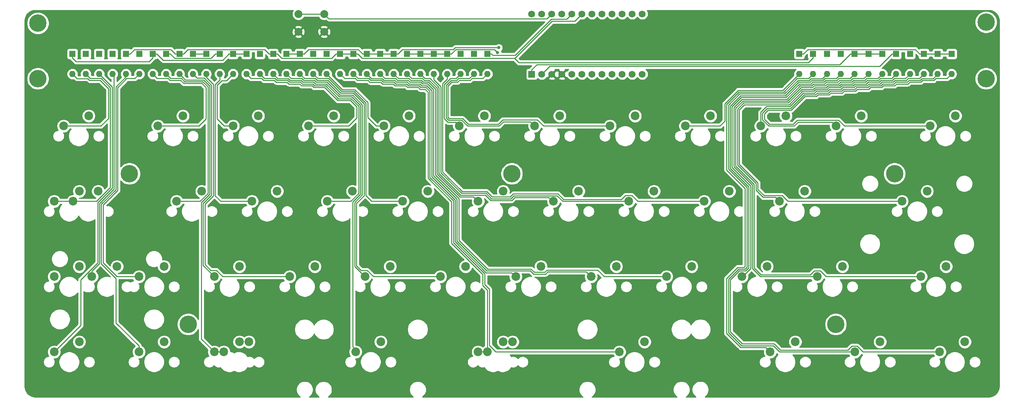
<source format=gbr>
G04 #@! TF.GenerationSoftware,KiCad,Pcbnew,(5.1.4)-1*
G04 #@! TF.CreationDate,2020-04-30T20:00:02-04:00*
G04 #@! TF.ProjectId,juliet-pcb,6a756c69-6574-42d7-9063-622e6b696361,rev?*
G04 #@! TF.SameCoordinates,Original*
G04 #@! TF.FileFunction,Copper,L1,Top*
G04 #@! TF.FilePolarity,Positive*
%FSLAX46Y46*%
G04 Gerber Fmt 4.6, Leading zero omitted, Abs format (unit mm)*
G04 Created by KiCad (PCBNEW (5.1.4)-1) date 2020-04-30 20:00:02*
%MOMM*%
%LPD*%
G04 APERTURE LIST*
%ADD10C,1.752600*%
%ADD11R,1.752600X1.752600*%
%ADD12C,2.200000*%
%ADD13O,1.600000X1.600000*%
%ADD14R,1.600000X1.600000*%
%ADD15C,4.400000*%
%ADD16C,2.000000*%
%ADD17C,0.800000*%
%ADD18C,0.250000*%
%ADD19C,0.254000*%
G04 APERTURE END LIST*
D10*
X152476200Y-44831000D03*
X180416200Y-60071000D03*
X155016200Y-44831000D03*
X157556200Y-44831000D03*
X160096200Y-44831000D03*
X162636200Y-44831000D03*
X165176200Y-44831000D03*
X167716200Y-44831000D03*
X170256200Y-44831000D03*
X172796200Y-44831000D03*
X175336200Y-44831000D03*
X177876200Y-44831000D03*
X180416200Y-44831000D03*
X177876200Y-60071000D03*
X175336200Y-60071000D03*
X172796200Y-60071000D03*
X170256200Y-60071000D03*
X167716200Y-60071000D03*
X165176200Y-60071000D03*
X162636200Y-60071000D03*
X160096200Y-60071000D03*
X157556200Y-60071000D03*
X155016200Y-60071000D03*
D11*
X152476200Y-60071000D03*
D12*
X164306250Y-89693750D03*
X157956250Y-92233750D03*
D13*
X70203380Y-60026550D03*
D14*
X70203380Y-54946550D03*
D12*
X59531250Y-108743750D03*
X53181250Y-111283750D03*
X38100000Y-108743750D03*
X31750000Y-111283750D03*
D13*
X53286715Y-60026550D03*
D14*
X53286715Y-54946550D03*
D15*
X229317550Y-123348750D03*
X65639950Y-123348750D03*
X50780950Y-85248750D03*
X244176550Y-85248750D03*
X147441249Y-85248750D03*
D12*
X38100000Y-89693750D03*
X31750000Y-92233750D03*
D15*
X267303749Y-46923749D03*
X267303749Y-61198750D03*
X27653751Y-61198750D03*
X27653751Y-47198750D03*
D12*
X140493750Y-70643750D03*
X134143750Y-73183750D03*
D13*
X230587450Y-60026550D03*
D14*
X230587450Y-54946550D03*
D12*
X107950000Y-130333750D03*
X114300000Y-127793750D03*
X180975000Y-127793750D03*
X174625000Y-130333750D03*
X261937500Y-127793750D03*
X255587500Y-130333750D03*
X240506250Y-127793750D03*
X234156250Y-130333750D03*
X219075000Y-127793750D03*
X212725000Y-130333750D03*
X145256250Y-127793750D03*
X138906250Y-130333750D03*
X147637500Y-127793750D03*
X141287500Y-130333750D03*
X80962500Y-127793750D03*
X74612500Y-130333750D03*
X78581250Y-127793750D03*
X72231250Y-130333750D03*
X59531250Y-127793750D03*
X53181250Y-130333750D03*
X38100000Y-127795810D03*
X31750000Y-130335810D03*
X257175000Y-108743750D03*
X250825000Y-111283750D03*
X230981250Y-108743750D03*
X224631250Y-111283750D03*
X211931250Y-108743750D03*
X205581250Y-111283750D03*
X192881250Y-108743750D03*
X186531250Y-111283750D03*
X173831250Y-108743750D03*
X167481250Y-111283750D03*
X154781250Y-108743750D03*
X148431250Y-111283750D03*
X135731250Y-108743750D03*
X129381250Y-111283750D03*
X116681250Y-108743750D03*
X110331250Y-111283750D03*
X97631250Y-108743750D03*
X91281250Y-111283750D03*
X78581250Y-108743750D03*
X72231250Y-111283750D03*
X41275000Y-111283750D03*
X47625000Y-108743750D03*
X246062500Y-92233750D03*
X252412500Y-89693750D03*
X221456250Y-89693750D03*
X215106250Y-92233750D03*
X202406250Y-89693750D03*
X196056250Y-92233750D03*
X183356250Y-89693750D03*
X177006250Y-92233750D03*
X145256250Y-89693750D03*
X138906250Y-92233750D03*
X126206250Y-89693750D03*
X119856250Y-92233750D03*
X107156250Y-89693750D03*
X100806250Y-92233750D03*
X88106250Y-89693750D03*
X81756250Y-92233750D03*
X69056250Y-89693750D03*
X62706250Y-92233750D03*
X42862500Y-89693750D03*
X36512500Y-92233750D03*
X253206250Y-73183750D03*
X259556250Y-70643750D03*
X235743750Y-70643750D03*
X229393750Y-73183750D03*
X216693750Y-70643750D03*
X210343750Y-73183750D03*
X197643750Y-70643750D03*
X191293750Y-73183750D03*
X178593750Y-70643750D03*
X172243750Y-73183750D03*
X159543750Y-70643750D03*
X153193750Y-73183750D03*
X121443750Y-70643750D03*
X115093750Y-73183750D03*
X102393750Y-70643750D03*
X96043750Y-73183750D03*
X83343750Y-70643750D03*
X76993750Y-73183750D03*
X64293750Y-70643750D03*
X57943750Y-73183750D03*
X34131250Y-73183750D03*
X40481250Y-70643750D03*
D16*
X93500000Y-49352200D03*
X93500000Y-44852200D03*
X100000000Y-49352200D03*
X100000000Y-44852200D03*
D13*
X227087450Y-60026550D03*
D14*
X227087450Y-54946550D03*
D13*
X223587450Y-60026550D03*
D14*
X223587450Y-54946550D03*
D13*
X107420043Y-60026550D03*
D14*
X107420043Y-54946550D03*
D13*
X104036710Y-60026550D03*
D14*
X104036710Y-54946550D03*
D13*
X87120045Y-60026550D03*
D14*
X87120045Y-54946550D03*
D13*
X63436714Y-60026550D03*
D14*
X63436714Y-54946550D03*
D13*
X49903382Y-60026550D03*
D14*
X49903382Y-54946550D03*
D13*
X43136716Y-60026550D03*
D14*
X43136716Y-54946550D03*
D13*
X241087450Y-60026550D03*
D14*
X241087450Y-54946550D03*
D13*
X237587450Y-60026550D03*
D14*
X237587450Y-54946550D03*
D13*
X234087450Y-60026550D03*
D14*
X234087450Y-54946550D03*
D13*
X117570042Y-60026550D03*
D14*
X117570042Y-54946550D03*
D13*
X114186709Y-60026550D03*
D14*
X114186709Y-54946550D03*
D13*
X110803376Y-60026550D03*
D14*
X110803376Y-54946550D03*
D13*
X93886711Y-60026550D03*
D14*
X93886711Y-54946550D03*
D13*
X90503378Y-60026550D03*
D14*
X90503378Y-54946550D03*
D13*
X66820047Y-60026550D03*
D14*
X66820047Y-54946550D03*
D13*
X46520049Y-60026550D03*
D14*
X46520049Y-54946550D03*
D13*
X248087450Y-60026550D03*
D14*
X248087450Y-54946550D03*
D13*
X244587450Y-60026550D03*
D14*
X244587450Y-54946550D03*
D13*
X131103374Y-60026550D03*
D14*
X131103374Y-54946550D03*
D13*
X127720041Y-60026550D03*
D14*
X127720041Y-54946550D03*
D13*
X124336708Y-60026550D03*
D14*
X124336708Y-54946550D03*
D13*
X120953375Y-60026550D03*
D14*
X120953375Y-54946550D03*
D13*
X97270044Y-60026550D03*
D14*
X97270044Y-54946550D03*
D13*
X83736712Y-60026550D03*
D14*
X83736712Y-54946550D03*
D13*
X73586713Y-60026550D03*
D14*
X73586713Y-54946550D03*
D13*
X60053381Y-60026550D03*
D14*
X60053381Y-54946550D03*
D13*
X39753383Y-60026550D03*
D14*
X39753383Y-54946550D03*
D13*
X258587450Y-60026550D03*
D14*
X258587450Y-54946550D03*
D13*
X255087450Y-60026550D03*
D14*
X255087450Y-54946550D03*
D13*
X251587450Y-60026550D03*
D14*
X251587450Y-54946550D03*
D13*
X220087450Y-60026550D03*
D14*
X220087450Y-54946550D03*
D13*
X141253383Y-60026550D03*
D14*
X141253383Y-54946550D03*
D13*
X137870040Y-60026550D03*
D14*
X137870040Y-54946550D03*
D13*
X134486707Y-60026550D03*
D14*
X134486707Y-54946550D03*
D13*
X100653377Y-60026550D03*
D14*
X100653377Y-54946550D03*
D13*
X80353379Y-60026550D03*
D14*
X80353379Y-54946550D03*
D13*
X76970046Y-60026550D03*
D14*
X76970046Y-54946550D03*
D13*
X56670048Y-60026550D03*
D14*
X56670048Y-54946550D03*
D13*
X36370050Y-60026550D03*
D14*
X36370050Y-54946550D03*
D17*
X40462200Y-89839800D03*
X213925150Y-70821550D03*
X143840200Y-54584600D03*
X144164050Y-53359050D03*
D18*
X34131250Y-73183750D02*
X35686884Y-73183750D01*
X35686884Y-73183750D02*
X43567350Y-73183750D01*
X45504940Y-71246160D02*
X45504940Y-67578950D01*
X43567350Y-73183750D02*
X45504940Y-71246160D01*
X45504940Y-67578950D02*
X45504940Y-65817750D01*
X45504940Y-65817750D02*
X45504940Y-65799540D01*
X45504940Y-65817750D02*
X45504940Y-63716740D01*
X45504940Y-63716740D02*
X43402250Y-61614050D01*
X43402250Y-61614050D02*
X40697150Y-61614050D01*
X40697150Y-61614050D02*
X40252650Y-61169550D01*
X37513050Y-61169550D02*
X36370050Y-60026550D01*
X40252650Y-61169550D02*
X37513050Y-61169550D01*
X74339735Y-56526861D02*
X75920046Y-54946550D01*
X75920046Y-54946550D02*
X76970046Y-54946550D01*
X59300359Y-56526861D02*
X74339735Y-56526861D01*
X57720048Y-54946550D02*
X59300359Y-56526861D01*
X56670048Y-54946550D02*
X57720048Y-54946550D01*
X78020046Y-54946550D02*
X80353379Y-54946550D01*
X76970046Y-54946550D02*
X78020046Y-54946550D01*
X56670048Y-55996550D02*
X56670048Y-54946550D01*
X55738848Y-56927750D02*
X56670048Y-55996550D01*
X37301250Y-56927750D02*
X55738848Y-56927750D01*
X36370050Y-54946550D02*
X36370050Y-55996550D01*
X36370050Y-55996550D02*
X37301250Y-56927750D01*
X257537450Y-54946550D02*
X251587450Y-54946550D01*
X258587450Y-54946550D02*
X257537450Y-54946550D01*
X221137450Y-54946550D02*
X220087450Y-54946550D01*
X222262451Y-53821549D02*
X221137450Y-54946550D01*
X249412449Y-53821549D02*
X222262451Y-53821549D01*
X251587450Y-54946550D02*
X250537450Y-54946550D01*
X250537450Y-54946550D02*
X249412449Y-53821549D01*
X142666434Y-55309601D02*
X148296799Y-55309601D01*
X141253383Y-54946550D02*
X142303383Y-54946550D01*
X142303383Y-54946550D02*
X142666434Y-55309601D01*
X148296799Y-55309601D02*
X157429200Y-46177200D01*
X161290000Y-46177200D02*
X162636200Y-44831000D01*
X157429200Y-46177200D02*
X161290000Y-46177200D01*
X56946800Y-60303302D02*
X56670048Y-60026550D01*
X60553600Y-61163200D02*
X57806698Y-61163200D01*
X61003610Y-61613210D02*
X60553600Y-61163200D01*
X63721410Y-61613210D02*
X61003610Y-61613210D01*
X68383150Y-73183750D02*
X70168340Y-71398560D01*
X70168340Y-71398560D02*
X70168340Y-63488140D01*
X57943750Y-73183750D02*
X68383150Y-73183750D01*
X70168340Y-63488140D02*
X69113400Y-62433200D01*
X69113400Y-62433200D02*
X64541400Y-62433200D01*
X57806698Y-61163200D02*
X56670048Y-60026550D01*
X64541400Y-62433200D02*
X63721410Y-61613210D01*
X76993750Y-73183750D02*
X74707750Y-73183750D01*
X74707750Y-73183750D02*
X72904350Y-71380350D01*
X72904350Y-63988950D02*
X72904350Y-63099950D01*
X72904350Y-71380350D02*
X72904350Y-63988950D01*
X75299996Y-61696600D02*
X76970046Y-60026550D01*
X74117200Y-61696600D02*
X75299996Y-61696600D01*
X72904350Y-63988950D02*
X72904350Y-62909450D01*
X72904350Y-62909450D02*
X74117200Y-61696600D01*
X96043750Y-73183750D02*
X106178350Y-73183750D01*
X106178350Y-73183750D02*
X108261150Y-71100950D01*
X108261150Y-71100950D02*
X108261150Y-68357750D01*
X108261150Y-68357750D02*
X106622850Y-66719450D01*
X106622850Y-66719450D02*
X103397050Y-66719450D01*
X103397050Y-66719450D02*
X100126800Y-63449200D01*
X100126800Y-63449200D02*
X97409000Y-63449200D01*
X97409000Y-63449200D02*
X96951800Y-62992000D01*
X96951800Y-62992000D02*
X94234000Y-62992000D01*
X94234000Y-62992000D02*
X93776800Y-62534800D01*
X93776800Y-62534800D02*
X91033600Y-62534800D01*
X91033600Y-62534800D02*
X90601800Y-62103000D01*
X90601800Y-62103000D02*
X87884000Y-62103000D01*
X87884000Y-62103000D02*
X87401400Y-61620400D01*
X87401400Y-61620400D02*
X84683600Y-61620400D01*
X84683600Y-61620400D02*
X84226400Y-61163200D01*
X81490029Y-61163200D02*
X80353379Y-60026550D01*
X84226400Y-61163200D02*
X81490029Y-61163200D01*
X111004350Y-71050150D02*
X111004350Y-67214750D01*
X115093750Y-73183750D02*
X113137950Y-73183750D01*
X113137950Y-73183750D02*
X111004350Y-71050150D01*
X111004350Y-67214750D02*
X107765850Y-63976250D01*
X104603077Y-63976250D02*
X100653377Y-60026550D01*
X107765850Y-63976250D02*
X104603077Y-63976250D01*
X134143750Y-73082150D02*
X134143750Y-73183750D01*
X133254750Y-72193150D02*
X134143750Y-73082150D01*
X134486707Y-60026550D02*
X133350057Y-61163200D01*
X133350057Y-61163200D02*
X131925920Y-61163200D01*
X131925920Y-61163200D02*
X130377360Y-62711760D01*
X130377360Y-62711760D02*
X130377360Y-71322360D01*
X130377360Y-71322360D02*
X131248150Y-72193150D01*
X131248150Y-72193150D02*
X133254750Y-72193150D01*
X134778750Y-71735950D02*
X133356350Y-71735950D01*
X153193750Y-73183750D02*
X153193750Y-73158350D01*
X153193750Y-73158350D02*
X152126950Y-72091550D01*
X152126950Y-72091550D02*
X145319750Y-72091550D01*
X145319750Y-72091550D02*
X144227550Y-73183750D01*
X144227550Y-73183750D02*
X136226550Y-73183750D01*
X136226550Y-73183750D02*
X134778750Y-71735950D01*
X133356350Y-71735950D02*
X132492750Y-71735950D01*
X132492750Y-71735950D02*
X132264150Y-71735950D01*
X132264150Y-71735950D02*
X131438650Y-71735950D01*
X131438650Y-71735950D02*
X130829050Y-71126350D01*
X130829050Y-69208650D02*
X130827370Y-69206970D01*
X130829050Y-71126350D02*
X130829050Y-69208650D01*
X137870040Y-60026550D02*
X137615983Y-60026550D01*
X136733390Y-61163200D02*
X137870040Y-60026550D01*
X134010400Y-61163200D02*
X136733390Y-61163200D01*
X133553200Y-61620400D02*
X134010400Y-61163200D01*
X132105400Y-61620400D02*
X133553200Y-61620400D01*
X130829050Y-69208650D02*
X130829050Y-62896750D01*
X130829050Y-62896750D02*
X132105400Y-61620400D01*
X140116733Y-61163200D02*
X141253383Y-60026550D01*
X137388600Y-61163200D02*
X140116733Y-61163200D01*
X134213600Y-61620400D02*
X136931400Y-61620400D01*
X133756400Y-62077600D02*
X134213600Y-61620400D01*
X132308600Y-62077600D02*
X133756400Y-62077600D01*
X131279060Y-63107140D02*
X132308600Y-62077600D01*
X136931400Y-61620400D02*
X137388600Y-61163200D01*
X131629150Y-71278750D02*
X131279060Y-70928660D01*
X134981950Y-71278750D02*
X131629150Y-71278750D01*
X155454350Y-73183750D02*
X153904950Y-71634350D01*
X131279060Y-70928660D02*
X131279060Y-63107140D01*
X172243750Y-73183750D02*
X155454350Y-73183750D01*
X153904950Y-71634350D02*
X145116550Y-71634350D01*
X145116550Y-71634350D02*
X144024350Y-72726550D01*
X144024350Y-72726550D02*
X136429750Y-72726550D01*
X136429750Y-72726550D02*
X134981950Y-71278750D01*
X200056750Y-73183750D02*
X201275950Y-71964550D01*
X191293750Y-73183750D02*
X200056750Y-73183750D01*
X201275950Y-71964550D02*
X201275950Y-68281550D01*
X201275950Y-68281550D02*
X201275950Y-68052950D01*
X201275950Y-67530840D02*
X204665440Y-64141350D01*
X201275950Y-68281550D02*
X201275950Y-67530840D01*
X204665440Y-64141350D02*
X215972650Y-64141350D01*
X219287451Y-60826549D02*
X220087450Y-60026550D01*
X215972650Y-64141350D02*
X219287451Y-60826549D01*
X210343750Y-73183750D02*
X210267550Y-73183750D01*
X247605550Y-61156850D02*
X250457150Y-61156850D01*
X247148350Y-61614050D02*
X247605550Y-61156850D01*
X240976150Y-62071250D02*
X243846350Y-62071250D01*
X223983550Y-64814450D02*
X224428050Y-64369950D01*
X243846350Y-62071250D02*
X244303550Y-61614050D01*
X237686850Y-62528450D02*
X240518950Y-62528450D01*
X244303550Y-61614050D02*
X247148350Y-61614050D01*
X221138750Y-64814450D02*
X223983550Y-64814450D01*
X211804250Y-68256150D02*
X217697050Y-68256150D01*
X217697050Y-68256150D02*
X221138750Y-64814450D01*
X210343750Y-69716650D02*
X211804250Y-68256150D01*
X237229650Y-62985650D02*
X237686850Y-62528450D01*
X224428050Y-64369950D02*
X227272850Y-64369950D01*
X227272850Y-64369950D02*
X227742750Y-63900050D01*
X227742750Y-63900050D02*
X230612950Y-63900050D01*
X210343750Y-73183750D02*
X210343750Y-69716650D01*
X230612950Y-63900050D02*
X231070150Y-63442850D01*
X231070150Y-63442850D02*
X233914950Y-63442850D01*
X250457150Y-61156850D02*
X251587450Y-60026550D01*
X233914950Y-63442850D02*
X234372150Y-62985650D01*
X234372150Y-62985650D02*
X237229650Y-62985650D01*
X240518950Y-62528450D02*
X240976150Y-62071250D01*
X230803450Y-64357250D02*
X231260650Y-63900050D01*
X224174050Y-65271650D02*
X224618550Y-64827150D01*
X244494050Y-62071250D02*
X247376950Y-62071250D01*
X217887550Y-68713350D02*
X221329250Y-65271650D01*
X210800950Y-69907150D02*
X211994750Y-68713350D01*
X210800950Y-71608950D02*
X210800950Y-69907150D01*
X211994750Y-68713350D02*
X217887550Y-68713350D01*
X241166650Y-62528450D02*
X244036850Y-62528450D01*
X227933250Y-64357250D02*
X230803450Y-64357250D01*
X227463350Y-64827150D02*
X227933250Y-64357250D01*
X221329250Y-65271650D02*
X224174050Y-65271650D01*
X253919050Y-61194950D02*
X255087450Y-60026550D01*
X224618550Y-64827150D02*
X227463350Y-64827150D01*
X212375750Y-73183750D02*
X210800950Y-71608950D01*
X231260650Y-63900050D02*
X234105450Y-63900050D01*
X244036850Y-62528450D02*
X244494050Y-62071250D01*
X234105450Y-63900050D02*
X234562650Y-63442850D01*
X234562650Y-63442850D02*
X237432850Y-63442850D01*
X237432850Y-63442850D02*
X237890050Y-62985650D01*
X237890050Y-62985650D02*
X240709450Y-62985650D01*
X240709450Y-62985650D02*
X241166650Y-62528450D01*
X247376950Y-62071250D02*
X247834150Y-61614050D01*
X247834150Y-61614050D02*
X250640850Y-61614050D01*
X250640850Y-61614050D02*
X251059950Y-61194950D01*
X251059950Y-61194950D02*
X253919050Y-61194950D01*
X229393750Y-73183750D02*
X228403150Y-72193150D01*
X218801950Y-73183750D02*
X212375750Y-73183750D01*
X219792550Y-72193150D02*
X218801950Y-73183750D01*
X228403150Y-72193150D02*
X219792550Y-72193150D01*
X221519750Y-65728850D02*
X224364550Y-65728850D01*
X218078050Y-69170550D02*
X221519750Y-65728850D01*
X211258150Y-71418450D02*
X211258150Y-70097650D01*
X244684550Y-62528450D02*
X247567450Y-62528450D01*
X212185250Y-69170550D02*
X218078050Y-69170550D01*
X238080550Y-63442850D02*
X240899950Y-63442850D01*
X244227350Y-62985650D02*
X244684550Y-62528450D01*
X254107950Y-61652150D02*
X254603250Y-61156850D01*
X228123750Y-64814450D02*
X230993950Y-64814450D01*
X247567450Y-62528450D02*
X248024650Y-62071250D01*
X219589350Y-71735950D02*
X218598750Y-72726550D01*
X211258150Y-70097650D02*
X212185250Y-69170550D01*
X231451150Y-64357250D02*
X234295950Y-64357250D01*
X230993950Y-64814450D02*
X231451150Y-64357250D01*
X218598750Y-72726550D02*
X212566250Y-72726550D01*
X253206250Y-73183750D02*
X231476550Y-73183750D01*
X212566250Y-72726550D02*
X211258150Y-71418450D01*
X224364550Y-65728850D02*
X224809050Y-65284350D01*
X231476550Y-73183750D02*
X230028750Y-71735950D01*
X224809050Y-65284350D02*
X227653850Y-65284350D01*
X240899950Y-63442850D02*
X241357150Y-62985650D01*
X227653850Y-65284350D02*
X228123750Y-64814450D01*
X250831350Y-62071250D02*
X251250450Y-61652150D01*
X234295950Y-64357250D02*
X234753150Y-63900050D01*
X234753150Y-63900050D02*
X237623350Y-63900050D01*
X237623350Y-63900050D02*
X238080550Y-63442850D01*
X257457150Y-61156850D02*
X258587450Y-60026550D01*
X241357150Y-62985650D02*
X244227350Y-62985650D01*
X248024650Y-62071250D02*
X250831350Y-62071250D01*
X251250450Y-61652150D02*
X254107950Y-61652150D01*
X254603250Y-61156850D02*
X257457150Y-61156850D01*
X230028750Y-71735950D02*
X219589350Y-71735950D01*
X40883683Y-61156850D02*
X39753383Y-60026550D01*
X43605450Y-61156850D02*
X40883683Y-61156850D01*
X45954950Y-63506350D02*
X43605450Y-61156850D01*
X45954950Y-88710302D02*
X45954950Y-63506350D01*
X36512500Y-92233750D02*
X42431502Y-92233750D01*
X42431502Y-92233750D02*
X45954950Y-88710302D01*
X36512500Y-92233750D02*
X31750000Y-92233750D01*
X72536713Y-54946550D02*
X73586713Y-54946550D01*
X71411712Y-56071551D02*
X72536713Y-54946550D01*
X62228382Y-56071551D02*
X71411712Y-56071551D01*
X60053381Y-54946550D02*
X61103381Y-54946550D01*
X61103381Y-54946550D02*
X62228382Y-56071551D01*
X122003375Y-54946550D02*
X124336708Y-54946550D01*
X120953375Y-54946550D02*
X122003375Y-54946550D01*
X125386708Y-54946550D02*
X127720041Y-54946550D01*
X124336708Y-54946550D02*
X125386708Y-54946550D01*
X128770041Y-54946550D02*
X131103374Y-54946550D01*
X127720041Y-54946550D02*
X128770041Y-54946550D01*
X132153374Y-54946550D02*
X133283674Y-53816250D01*
X131103374Y-54946550D02*
X132153374Y-54946550D01*
X133283674Y-53816250D02*
X142235983Y-53816250D01*
X142235983Y-53816250D02*
X142420183Y-53816250D01*
X142420183Y-53816250D02*
X142716250Y-53816250D01*
X142716250Y-53816250D02*
X143071850Y-53816250D01*
X143071850Y-53816250D02*
X143840200Y-54584600D01*
X143840200Y-54584600D02*
X143840200Y-54584600D01*
X157016189Y-58071011D02*
X155016200Y-60071000D01*
X240412989Y-58071011D02*
X157016189Y-58071011D01*
X244587450Y-54946550D02*
X243537450Y-54946550D01*
X243537450Y-54946550D02*
X240412989Y-58071011D01*
X61190031Y-61163200D02*
X60053381Y-60026550D01*
X68625252Y-92233750D02*
X70618350Y-90240652D01*
X62706250Y-92233750D02*
X68625252Y-92233750D01*
X63931800Y-61163200D02*
X61190031Y-61163200D01*
X70618350Y-90240652D02*
X70618350Y-63277750D01*
X70618350Y-63277750D02*
X69316600Y-61976000D01*
X69316600Y-61976000D02*
X64744600Y-61976000D01*
X64744600Y-61976000D02*
X63931800Y-61163200D01*
X73671483Y-60111320D02*
X73586713Y-60026550D01*
X73586713Y-61566687D02*
X73586713Y-60026550D01*
X72447150Y-62706250D02*
X73586713Y-61566687D01*
X72447150Y-90811350D02*
X72447150Y-62706250D01*
X81756250Y-92233750D02*
X73869550Y-92233750D01*
X73869550Y-92233750D02*
X72447150Y-90811350D01*
X106725252Y-92233750D02*
X108718350Y-90240652D01*
X100806250Y-92233750D02*
X106725252Y-92233750D01*
X108718350Y-90240652D02*
X108718350Y-68167250D01*
X108718350Y-68167250D02*
X106813350Y-66262250D01*
X106813350Y-66262250D02*
X103600250Y-66262250D01*
X103600250Y-66262250D02*
X100330000Y-62992000D01*
X100330000Y-62992000D02*
X97612200Y-62992000D01*
X97612200Y-62992000D02*
X97155000Y-62534800D01*
X97155000Y-62534800D02*
X94437200Y-62534800D01*
X94437200Y-62534800D02*
X93980000Y-62077600D01*
X93980000Y-62077600D02*
X91236800Y-62077600D01*
X91236800Y-62077600D02*
X90805000Y-61645800D01*
X90805000Y-61645800D02*
X88087200Y-61645800D01*
X88087200Y-61645800D02*
X87604600Y-61163200D01*
X84873362Y-61163200D02*
X83736712Y-60026550D01*
X87604600Y-61163200D02*
X84873362Y-61163200D01*
X111994950Y-92233750D02*
X110547150Y-90785950D01*
X119856250Y-92233750D02*
X111994950Y-92233750D01*
X110547150Y-90785950D02*
X110547150Y-67405250D01*
X110547150Y-67405250D02*
X107575350Y-64433450D01*
X107575350Y-64433450D02*
X104413050Y-64433450D01*
X104413050Y-64433450D02*
X101142800Y-61163200D01*
X98406694Y-61163200D02*
X97270044Y-60026550D01*
X101142800Y-61163200D02*
X98406694Y-61163200D01*
X122090025Y-61163200D02*
X120953375Y-60026550D01*
X125247400Y-61595000D02*
X124815600Y-61163200D01*
X126542800Y-61595000D02*
X125247400Y-61595000D01*
X138906250Y-92233750D02*
X138842750Y-92233750D01*
X138842750Y-92233750D02*
X137725150Y-91116150D01*
X137725150Y-91116150D02*
X134296150Y-91116150D01*
X134296150Y-91116150D02*
X128555750Y-85375750D01*
X128555750Y-85375750D02*
X128555750Y-63607950D01*
X124815600Y-61163200D02*
X122090025Y-61163200D01*
X128555750Y-63607950D02*
X126542800Y-61595000D01*
X125447958Y-61137800D02*
X124336708Y-60026550D01*
X126746000Y-61137800D02*
X125447958Y-61137800D01*
X129012950Y-63404750D02*
X126746000Y-61137800D01*
X129012950Y-85172550D02*
X129012950Y-63404750D01*
X134499350Y-90658950D02*
X129012950Y-85172550D01*
X157956250Y-92233750D02*
X157740350Y-92233750D01*
X157740350Y-92233750D02*
X156775150Y-91268550D01*
X156775150Y-91268550D02*
X148167372Y-91268550D01*
X148167372Y-91268550D02*
X147417149Y-92018773D01*
X140719528Y-90658950D02*
X134499350Y-90658950D01*
X147417149Y-92018773D02*
X142079351Y-92018773D01*
X142079351Y-92018773D02*
X140719528Y-90658950D01*
X127720041Y-61451441D02*
X127720041Y-60026550D01*
X129470150Y-84969350D02*
X129470150Y-63201550D01*
X134702550Y-90201750D02*
X129470150Y-84969350D01*
X140898739Y-90201750D02*
X134702550Y-90201750D01*
X160305750Y-92233750D02*
X158880749Y-90808749D01*
X177006250Y-92233750D02*
X160305750Y-92233750D01*
X158880749Y-90808749D02*
X147990762Y-90808749D01*
X147990762Y-90808749D02*
X147230749Y-91568762D01*
X147230749Y-91568762D02*
X142265751Y-91568762D01*
X129470150Y-63201550D02*
X127720041Y-61451441D01*
X142265751Y-91568762D02*
X140898739Y-90201750D01*
X196056250Y-92233750D02*
X179254150Y-92233750D01*
X179254150Y-92233750D02*
X177780950Y-90760550D01*
X177780950Y-90760550D02*
X176104550Y-90760550D01*
X176104550Y-90760550D02*
X175088550Y-91776550D01*
X175088550Y-91776550D02*
X160508950Y-91776550D01*
X160508950Y-91776550D02*
X159086550Y-90354150D01*
X159086550Y-90354150D02*
X147808950Y-90354150D01*
X147044349Y-91118751D02*
X142452151Y-91118751D01*
X147808950Y-90354150D02*
X147044349Y-91118751D01*
X142452151Y-91118751D02*
X141077950Y-89744550D01*
X141077950Y-89744550D02*
X134905750Y-89744550D01*
X134905750Y-89744550D02*
X134346950Y-89185750D01*
X134346950Y-89185750D02*
X131476750Y-86315550D01*
X131476750Y-86315550D02*
X131222750Y-86061550D01*
X131222750Y-86061550D02*
X130867150Y-85705950D01*
X130867150Y-85705950D02*
X130714750Y-85553550D01*
X130714750Y-85553550D02*
X129927350Y-84766150D01*
X129927350Y-84766150D02*
X129927350Y-69157850D01*
X129927350Y-69157850D02*
X129927350Y-68992750D01*
X131103374Y-61327026D02*
X131103374Y-60026550D01*
X129927350Y-69157850D02*
X129927350Y-62503050D01*
X129927350Y-62503050D02*
X131103374Y-61327026D01*
X230231950Y-62985650D02*
X230689150Y-62528450D01*
X220757750Y-63900050D02*
X223602550Y-63900050D01*
X227361750Y-62985650D02*
X230231950Y-62985650D01*
X217316050Y-67341750D02*
X220757750Y-63900050D01*
X224047050Y-63455550D02*
X226891850Y-63455550D01*
X233991150Y-62071250D02*
X236835950Y-62071250D01*
X206025750Y-67341750D02*
X217316050Y-67341750D01*
X233533950Y-62528450D02*
X233991150Y-62071250D01*
X204476350Y-68891150D02*
X206025750Y-67341750D01*
X209149950Y-87737950D02*
X204476350Y-83064350D01*
X215106250Y-92233750D02*
X215093550Y-92233750D01*
X204476350Y-83064350D02*
X204476350Y-68891150D01*
X243457150Y-61156850D02*
X244587450Y-60026550D01*
X214077550Y-91217750D02*
X210953350Y-91217750D01*
X236835950Y-62071250D02*
X237300340Y-61606860D01*
X226891850Y-63455550D02*
X227361750Y-62985650D01*
X215093550Y-92233750D02*
X214077550Y-91217750D01*
X210953350Y-91217750D02*
X209149950Y-89414350D01*
X230689150Y-62528450D02*
X233533950Y-62528450D01*
X209149950Y-89414350D02*
X209149950Y-87737950D01*
X223602550Y-63900050D02*
X224047050Y-63455550D01*
X237300340Y-61606860D02*
X240145140Y-61606860D01*
X240145140Y-61606860D02*
X240595150Y-61156850D01*
X240595150Y-61156850D02*
X243457150Y-61156850D01*
X246062500Y-92233750D02*
X217227150Y-92233750D01*
X217227150Y-92233750D02*
X215753950Y-90760550D01*
X215753950Y-90760550D02*
X211156550Y-90760550D01*
X211156550Y-90760550D02*
X209607150Y-89211150D01*
X209607150Y-89211150D02*
X209607150Y-87534750D01*
X209607150Y-87534750D02*
X204933550Y-82861150D01*
X204933550Y-82861150D02*
X204933550Y-69081650D01*
X204933550Y-69081650D02*
X206216250Y-67798950D01*
X206216250Y-67798950D02*
X217506550Y-67798950D01*
X217506550Y-67798950D02*
X220948250Y-64357250D01*
X220948250Y-64357250D02*
X223793050Y-64357250D01*
X223793050Y-64357250D02*
X224237550Y-63912750D01*
X224237550Y-63912750D02*
X227082350Y-63912750D01*
X227082350Y-63912750D02*
X227552250Y-63442850D01*
X227552250Y-63442850D02*
X230422450Y-63442850D01*
X230422450Y-63442850D02*
X230879650Y-62985650D01*
X230879650Y-62985650D02*
X233724450Y-62985650D01*
X233724450Y-62985650D02*
X234181650Y-62528450D01*
X234181650Y-62528450D02*
X237039150Y-62528450D01*
X237039150Y-62528450D02*
X237496350Y-62071250D01*
X237496350Y-62071250D02*
X240328450Y-62071250D01*
X240328450Y-62071250D02*
X240785650Y-61614050D01*
X240785650Y-61614050D02*
X243655850Y-61614050D01*
X243655850Y-61614050D02*
X244113050Y-61156850D01*
X246957150Y-61156850D02*
X248087450Y-60026550D01*
X244113050Y-61156850D02*
X246957150Y-61156850D01*
X46520049Y-60026550D02*
X46869350Y-60375851D01*
X46869350Y-60375851D02*
X46869350Y-89109550D01*
X46869350Y-89109550D02*
X43211750Y-92767150D01*
X43211750Y-107969050D02*
X43211750Y-107905550D01*
X41275000Y-109905800D02*
X43211750Y-107969050D01*
X41275000Y-111283750D02*
X41275000Y-109905800D01*
X43211750Y-92767150D02*
X43211750Y-107905550D01*
X67870047Y-54946550D02*
X70203380Y-54946550D01*
X66820047Y-54946550D02*
X67870047Y-54946550D01*
X111853376Y-54946550D02*
X114186709Y-54946550D01*
X110803376Y-54946550D02*
X111853376Y-54946550D01*
X115236709Y-54946550D02*
X117570042Y-54946550D01*
X114186709Y-54946550D02*
X115236709Y-54946550D01*
X91553378Y-54946550D02*
X93886711Y-54946550D01*
X90503378Y-54946550D02*
X91553378Y-54946550D01*
X94936711Y-54946550D02*
X96079711Y-53803550D01*
X93886711Y-54946550D02*
X94936711Y-54946550D01*
X109753376Y-54946550D02*
X110803376Y-54946550D01*
X108610376Y-53803550D02*
X109753376Y-54946550D01*
X96079711Y-53803550D02*
X108610376Y-53803550D01*
X117570042Y-54946550D02*
X118620042Y-54946550D01*
X119750342Y-53816250D02*
X132641183Y-53816250D01*
X118620042Y-54946550D02*
X119750342Y-53816250D01*
X132641183Y-53816250D02*
X133098383Y-53359050D01*
X133098383Y-53359050D02*
X143264683Y-53359050D01*
X234087450Y-54946550D02*
X241087450Y-54946550D01*
X234087450Y-54946550D02*
X233037450Y-54946550D01*
X233037450Y-54946550D02*
X230362999Y-57621001D01*
X143264683Y-53359050D02*
X143376650Y-53359050D01*
X143264683Y-53359050D02*
X144164050Y-53359050D01*
X144164050Y-53359050D02*
X144164050Y-53359050D01*
X152476200Y-58944700D02*
X152476200Y-60071000D01*
X230362999Y-57621001D02*
X153799899Y-57621001D01*
X153799899Y-57621001D02*
X152476200Y-58944700D01*
X69399150Y-108451650D02*
X69399150Y-92767150D01*
X72231250Y-111283750D02*
X69399150Y-108451650D01*
X69399150Y-92767150D02*
X71532750Y-90633550D01*
X71532750Y-90633550D02*
X71532750Y-62871350D01*
X67855097Y-61061600D02*
X66820047Y-60026550D01*
X71532750Y-62871350D02*
X69723000Y-61061600D01*
X69723000Y-61061600D02*
X67855097Y-61061600D01*
X71989950Y-62668150D02*
X70203380Y-60881580D01*
X71989950Y-90836750D02*
X71989950Y-62668150D01*
X74340252Y-111283750D02*
X72765452Y-109708950D01*
X91281250Y-111283750D02*
X74340252Y-111283750D01*
X70203380Y-60881580D02*
X70203380Y-60026550D01*
X72765452Y-109708950D02*
X71329550Y-109708950D01*
X71329550Y-109708950D02*
X69856350Y-108235750D01*
X69856350Y-108235750D02*
X69856350Y-92970350D01*
X69856350Y-92970350D02*
X71989950Y-90836750D01*
X110267750Y-111283750D02*
X107702350Y-108718350D01*
X110331250Y-111283750D02*
X110267750Y-111283750D01*
X107702350Y-108718350D02*
X107702350Y-92538550D01*
X107702350Y-92538550D02*
X109632750Y-90608150D01*
X109632750Y-90608150D02*
X109632750Y-67786250D01*
X109632750Y-67786250D02*
X107194350Y-65347850D01*
X107194350Y-65347850D02*
X104006650Y-65347850D01*
X104006650Y-65347850D02*
X100736400Y-62077600D01*
X100736400Y-62077600D02*
X98018600Y-62077600D01*
X98018600Y-62077600D02*
X97561400Y-61620400D01*
X97561400Y-61620400D02*
X94843600Y-61620400D01*
X94843600Y-61620400D02*
X94386400Y-61163200D01*
X91640028Y-61163200D02*
X90503378Y-60026550D01*
X94386400Y-61163200D02*
X91640028Y-61163200D01*
X110089950Y-67595750D02*
X107384850Y-64890650D01*
X110089950Y-90811350D02*
X110089950Y-67595750D01*
X110890852Y-109734350D02*
X109378750Y-109734350D01*
X112440252Y-111283750D02*
X110890852Y-109734350D01*
X109378750Y-109734350D02*
X108159550Y-108515150D01*
X108159550Y-108515150D02*
X108159550Y-92741750D01*
X129381250Y-111283750D02*
X112440252Y-111283750D01*
X108159550Y-92741750D02*
X110089950Y-90811350D01*
X107384850Y-64890650D02*
X104209850Y-64890650D01*
X104209850Y-64890650D02*
X100939600Y-61620400D01*
X100939600Y-61620400D02*
X98221800Y-61620400D01*
X98221800Y-61620400D02*
X97764600Y-61163200D01*
X95023361Y-61163200D02*
X93886711Y-60026550D01*
X97764600Y-61163200D02*
X95023361Y-61163200D01*
X111965426Y-61188600D02*
X110803376Y-60026550D01*
X133127750Y-91928950D02*
X127184150Y-85985350D01*
X124206000Y-62534800D02*
X121488200Y-62534800D01*
X133127750Y-102469950D02*
X133127750Y-91928950D01*
X147339050Y-110280450D02*
X140938250Y-110280450D01*
X140938250Y-110280450D02*
X133127750Y-102469950D01*
X148431250Y-111283750D02*
X148342350Y-111283750D01*
X148342350Y-111283750D02*
X147339050Y-110280450D01*
X117848810Y-61613210D02*
X115131010Y-61613210D01*
X127184150Y-85985350D02*
X127184150Y-64217550D01*
X127184150Y-64217550D02*
X125933200Y-62966600D01*
X125933200Y-62966600D02*
X124637800Y-62966600D01*
X124637800Y-62966600D02*
X124206000Y-62534800D01*
X121488200Y-62534800D02*
X121031000Y-62077600D01*
X121031000Y-62077600D02*
X118313200Y-62077600D01*
X114706400Y-61188600D02*
X111965426Y-61188600D01*
X118313200Y-62077600D02*
X117848810Y-61613210D01*
X115131010Y-61613210D02*
X114706400Y-61188600D01*
X115323359Y-61163200D02*
X114186709Y-60026550D01*
X118509210Y-61613210D02*
X118059200Y-61163200D01*
X121227010Y-61613210D02*
X118509210Y-61613210D01*
X155987750Y-110623350D02*
X152914350Y-110623350D01*
X156521150Y-110089950D02*
X155987750Y-110623350D01*
X166223950Y-110089950D02*
X156521150Y-110089950D01*
X167417750Y-111283750D02*
X166223950Y-110089950D01*
X126136400Y-62509400D02*
X124841000Y-62509400D01*
X167481250Y-111283750D02*
X167417750Y-111283750D01*
X133584950Y-91725750D02*
X127641350Y-85782150D01*
X121691400Y-62077600D02*
X121227010Y-61613210D01*
X152101550Y-109810550D02*
X141128750Y-109810550D01*
X141128750Y-109810550D02*
X133584950Y-102266750D01*
X133584950Y-102266750D02*
X133584950Y-91725750D01*
X127641350Y-85782150D02*
X127641350Y-64014350D01*
X118059200Y-61163200D02*
X115323359Y-61163200D01*
X152914350Y-110623350D02*
X152101550Y-109810550D01*
X124841000Y-62509400D02*
X124409200Y-62077600D01*
X127641350Y-64014350D02*
X126136400Y-62509400D01*
X124409200Y-62077600D02*
X121691400Y-62077600D01*
X118706692Y-61163200D02*
X117570042Y-60026550D01*
X121437400Y-61163200D02*
X118706692Y-61163200D01*
X153096162Y-110168751D02*
X152287950Y-109360539D01*
X155781949Y-110168751D02*
X153096162Y-110168751D01*
X170770550Y-111283750D02*
X169119550Y-109632750D01*
X156317950Y-109632750D02*
X155781949Y-110168751D01*
X128098550Y-85578950D02*
X128098550Y-63811150D01*
X169119550Y-109632750D02*
X156317950Y-109632750D01*
X186531250Y-111283750D02*
X170770550Y-111283750D01*
X152287950Y-109360539D02*
X141339139Y-109360539D01*
X141339139Y-109360539D02*
X134042150Y-102063550D01*
X121887410Y-61613210D02*
X121437400Y-61163200D01*
X134042150Y-102063550D02*
X134042150Y-91522550D01*
X128098550Y-63811150D02*
X126339600Y-62052200D01*
X134042150Y-91522550D02*
X128098550Y-85578950D01*
X126339600Y-62052200D02*
X125044200Y-62052200D01*
X125044200Y-62052200D02*
X124605210Y-61613210D01*
X124605210Y-61613210D02*
X121887410Y-61613210D01*
X205581250Y-111283750D02*
X205949550Y-111283750D01*
X205746350Y-111283750D02*
X205581250Y-111283750D01*
X207778350Y-109251750D02*
X205746350Y-111283750D01*
X207778350Y-88347550D02*
X207778350Y-109251750D01*
X203104750Y-83673950D02*
X207778350Y-88347550D01*
X203104750Y-83673950D02*
X203104750Y-68306950D01*
X203104750Y-68306950D02*
X205441550Y-65970150D01*
X205441550Y-65970150D02*
X216731850Y-65970150D01*
X216731850Y-65970150D02*
X220173550Y-62528450D01*
X220173550Y-62528450D02*
X223031050Y-62528450D01*
X223031050Y-62528450D02*
X223475550Y-62083950D01*
X223475550Y-62083950D02*
X226320350Y-62083950D01*
X226320350Y-62083950D02*
X226790250Y-61614050D01*
X226790250Y-61614050D02*
X229660450Y-61614050D01*
X229660450Y-61614050D02*
X230117650Y-61156850D01*
X232957150Y-61156850D02*
X234087450Y-60026550D01*
X230117650Y-61156850D02*
X232957150Y-61156850D01*
X208235550Y-88144350D02*
X203561950Y-83470750D01*
X208235550Y-109251750D02*
X208235550Y-88144350D01*
X210267550Y-111283750D02*
X208235550Y-109251750D01*
X224631250Y-111283750D02*
X210267550Y-111283750D01*
X203561950Y-83470750D02*
X203561950Y-68510150D01*
X203561950Y-68510150D02*
X205644750Y-66427350D01*
X205644750Y-66427350D02*
X216922350Y-66427350D01*
X216922350Y-66427350D02*
X220364050Y-62985650D01*
X220364050Y-62985650D02*
X223221550Y-62985650D01*
X223221550Y-62985650D02*
X223666050Y-62541150D01*
X223666050Y-62541150D02*
X226510850Y-62541150D01*
X226510850Y-62541150D02*
X226980750Y-62071250D01*
X226980750Y-62071250D02*
X229850950Y-62071250D01*
X229850950Y-62071250D02*
X230308150Y-61614050D01*
X230308150Y-61614050D02*
X233152950Y-61614050D01*
X233152950Y-61614050D02*
X233610150Y-61156850D01*
X236457150Y-61156850D02*
X237587450Y-60026550D01*
X233610150Y-61156850D02*
X236457150Y-61156850D01*
X239957150Y-61156850D02*
X241087450Y-60026550D01*
X237102650Y-61156850D02*
X239957150Y-61156850D01*
X236645450Y-61614050D02*
X237102650Y-61156850D01*
X233343450Y-62071250D02*
X233800650Y-61614050D01*
X230498650Y-62071250D02*
X233343450Y-62071250D01*
X230041450Y-62528450D02*
X230498650Y-62071250D01*
X227171250Y-62528450D02*
X230041450Y-62528450D01*
X222891350Y-110826550D02*
X210470750Y-110826550D01*
X225405950Y-109835950D02*
X223881950Y-109835950D01*
X210470750Y-110826550D02*
X208692750Y-109048550D01*
X223881950Y-109835950D02*
X222891350Y-110826550D01*
X205835250Y-66884550D02*
X217112850Y-66884550D01*
X250825000Y-111283750D02*
X226853750Y-111283750D01*
X233800650Y-61614050D02*
X236645450Y-61614050D01*
X226853750Y-111283750D02*
X225405950Y-109835950D01*
X208692750Y-109048550D02*
X208692750Y-87941150D01*
X208692750Y-87941150D02*
X204019150Y-83267550D01*
X204019150Y-83267550D02*
X204019150Y-68700650D01*
X223412050Y-63442850D02*
X223856550Y-62998350D01*
X204019150Y-68700650D02*
X205835250Y-66884550D01*
X217112850Y-66884550D02*
X220554550Y-63442850D01*
X220554550Y-63442850D02*
X223412050Y-63442850D01*
X223856550Y-62998350D02*
X226701350Y-62998350D01*
X226701350Y-62998350D02*
X227171250Y-62528450D01*
X43136716Y-60026550D02*
X46412150Y-63301984D01*
X38461950Y-123623860D02*
X31750000Y-130335810D01*
X46412150Y-63301984D02*
X46412150Y-88906350D01*
X46412150Y-88906350D02*
X42754550Y-92563950D01*
X42754550Y-92563950D02*
X42754550Y-107765850D01*
X42754550Y-107765850D02*
X38461950Y-112058450D01*
X38461950Y-112058450D02*
X38461950Y-123623860D01*
X86070045Y-54946550D02*
X87120045Y-54946550D01*
X84945044Y-53821549D02*
X86070045Y-54946550D01*
X65611715Y-53821549D02*
X84945044Y-53821549D01*
X64486714Y-54946550D02*
X65611715Y-53821549D01*
X63436714Y-54946550D02*
X64486714Y-54946550D01*
X102986710Y-54946550D02*
X104036710Y-54946550D01*
X101861709Y-56071551D02*
X102986710Y-54946550D01*
X89295046Y-56071551D02*
X101861709Y-56071551D01*
X88170045Y-54946550D02*
X89295046Y-56071551D01*
X87120045Y-54946550D02*
X88170045Y-54946550D01*
X105086710Y-54946550D02*
X107420043Y-54946550D01*
X104036710Y-54946550D02*
X105086710Y-54946550D01*
X62386714Y-54946550D02*
X63436714Y-54946550D01*
X61261713Y-53821549D02*
X62386714Y-54946550D01*
X52078383Y-53821549D02*
X61261713Y-53821549D01*
X49903382Y-54946550D02*
X50953382Y-54946550D01*
X50953382Y-54946550D02*
X52078383Y-53821549D01*
X163379990Y-46627210D02*
X165176200Y-44831000D01*
X157615600Y-46627210D02*
X163379990Y-46627210D01*
X148171259Y-56071551D02*
X157615600Y-46627210D01*
X107420043Y-54946550D02*
X108470043Y-54946550D01*
X108470043Y-54946550D02*
X109595044Y-56071551D01*
X223587450Y-54946550D02*
X223587450Y-55996550D01*
X223587450Y-55996550D02*
X222413009Y-57170991D01*
X149218489Y-57170991D02*
X148119049Y-56071551D01*
X222413009Y-57170991D02*
X149218489Y-57170991D01*
X109595044Y-56071551D02*
X148119049Y-56071551D01*
X148119049Y-56071551D02*
X148171259Y-56071551D01*
X47410001Y-123006867D02*
X53181250Y-128778116D01*
X47410001Y-111748201D02*
X47410001Y-123006867D01*
X49903382Y-60026550D02*
X49903382Y-60726318D01*
X49903382Y-60726318D02*
X47326550Y-63303150D01*
X47326550Y-63303150D02*
X47326550Y-89312750D01*
X47326550Y-89312750D02*
X43668950Y-92970350D01*
X53181250Y-128778116D02*
X53181250Y-130333750D01*
X43668950Y-92970350D02*
X43668950Y-108007150D01*
X43668950Y-108007150D02*
X47410001Y-111748201D01*
X74612500Y-130333750D02*
X72231250Y-130333750D01*
X64366882Y-60956718D02*
X63436714Y-60026550D01*
X72231250Y-130333750D02*
X68941950Y-127044450D01*
X64928964Y-61518800D02*
X64366882Y-60956718D01*
X68941950Y-127044450D02*
X68941950Y-92563950D01*
X68941950Y-92563950D02*
X71075550Y-90430350D01*
X71075550Y-90430350D02*
X71075550Y-63074550D01*
X71075550Y-63074550D02*
X69519800Y-61518800D01*
X69519800Y-61518800D02*
X64928964Y-61518800D01*
X109168361Y-67969561D02*
X107003850Y-65805050D01*
X109168361Y-90427052D02*
X109168361Y-67969561D01*
X107245150Y-92350263D02*
X109168361Y-90427052D01*
X107245150Y-129012950D02*
X107245150Y-92350263D01*
X107950000Y-130333750D02*
X107950000Y-129717800D01*
X107950000Y-129717800D02*
X107245150Y-129012950D01*
X107003850Y-65805050D02*
X103803450Y-65805050D01*
X103803450Y-65805050D02*
X100533200Y-62534800D01*
X100533200Y-62534800D02*
X97815400Y-62534800D01*
X97815400Y-62534800D02*
X97358200Y-62077600D01*
X97358200Y-62077600D02*
X94640400Y-62077600D01*
X94640400Y-62077600D02*
X94176010Y-61613210D01*
X94176010Y-61613210D02*
X91432810Y-61613210D01*
X91432810Y-61613210D02*
X91008200Y-61188600D01*
X88282095Y-61188600D02*
X87120045Y-60026550D01*
X91008200Y-61188600D02*
X88282095Y-61188600D01*
X138906250Y-130333750D02*
X141287500Y-130333750D01*
X141287500Y-128778116D02*
X141281150Y-128771766D01*
X141287500Y-130333750D02*
X141287500Y-128778116D01*
X105173360Y-61163200D02*
X104036710Y-60026550D01*
X111582200Y-62103000D02*
X111099600Y-61620400D01*
X132213350Y-92335350D02*
X126269750Y-86391750D01*
X108356400Y-61620400D02*
X107899200Y-61163200D01*
X132213350Y-102876350D02*
X132213350Y-92335350D01*
X140112750Y-113518950D02*
X140112750Y-110775750D01*
X114300000Y-62103000D02*
X111582200Y-62103000D01*
X141287500Y-128778116D02*
X141287500Y-114693700D01*
X141287500Y-114693700D02*
X140112750Y-113518950D01*
X126269750Y-86391750D02*
X126269750Y-64623950D01*
X117906800Y-62992000D02*
X117449600Y-62534800D01*
X140112750Y-110775750D02*
X132213350Y-102876350D01*
X114731800Y-62534800D02*
X114300000Y-62103000D01*
X126269750Y-64623950D02*
X125526800Y-63881000D01*
X107899200Y-61163200D02*
X105173360Y-61163200D01*
X125526800Y-63881000D02*
X124231400Y-63881000D01*
X124231400Y-63881000D02*
X123799600Y-63449200D01*
X123799600Y-63449200D02*
X121081800Y-63449200D01*
X117449600Y-62534800D02*
X114731800Y-62534800D01*
X121081800Y-63449200D02*
X120624600Y-62992000D01*
X111099600Y-61620400D02*
X108356400Y-61620400D01*
X120624600Y-62992000D02*
X117906800Y-62992000D01*
X111785400Y-61645800D02*
X111302800Y-61163200D01*
X111302800Y-61163200D02*
X108556693Y-61163200D01*
X114503200Y-61645800D02*
X111785400Y-61645800D01*
X114935000Y-62077600D02*
X114503200Y-61645800D01*
X117652800Y-62077600D02*
X114935000Y-62077600D01*
X140595350Y-110597950D02*
X132670550Y-102673150D01*
X124002800Y-62992000D02*
X121285000Y-62992000D01*
X141738350Y-114458750D02*
X140595350Y-113315750D01*
X108556693Y-61163200D02*
X107420043Y-60026550D01*
X141738350Y-128708150D02*
X141738350Y-114458750D01*
X174625000Y-130333750D02*
X143363950Y-130333750D01*
X140595350Y-113315750D02*
X140595350Y-110597950D01*
X143363950Y-130333750D02*
X141738350Y-128708150D01*
X125730000Y-63423800D02*
X124434600Y-63423800D01*
X132670550Y-102673150D02*
X132670550Y-92132150D01*
X132670550Y-92132150D02*
X126726950Y-86188550D01*
X126726950Y-86188550D02*
X126726950Y-64420750D01*
X126726950Y-64420750D02*
X125730000Y-63423800D01*
X124434600Y-63423800D02*
X124002800Y-62992000D01*
X121285000Y-62992000D02*
X120827800Y-62534800D01*
X118110000Y-62534800D02*
X117652800Y-62077600D01*
X120827800Y-62534800D02*
X118110000Y-62534800D01*
X204527150Y-108921550D02*
X206127350Y-108921550D01*
X201733150Y-111715550D02*
X204527150Y-108921550D01*
X211625001Y-129233751D02*
X205306751Y-129233751D01*
X201733150Y-125660150D02*
X201733150Y-111715550D01*
X205306751Y-129233751D02*
X201733150Y-125660150D01*
X206406750Y-108642150D02*
X206406750Y-88957150D01*
X212725000Y-130333750D02*
X211625001Y-129233751D01*
X206127350Y-108921550D02*
X206406750Y-108642150D01*
X206406750Y-88957150D02*
X201733150Y-84283550D01*
X201733150Y-84283550D02*
X201733150Y-67710050D01*
X201733150Y-67710050D02*
X204844650Y-64598550D01*
X204844650Y-64598550D02*
X216160350Y-64598550D01*
X216160350Y-64598550D02*
X219602050Y-61156850D01*
X222457150Y-61156850D02*
X223587450Y-60026550D01*
X219602050Y-61156850D02*
X222457150Y-61156850D01*
X223081850Y-61169550D02*
X225944450Y-61169550D01*
X234156250Y-130333750D02*
X215118950Y-130333750D01*
X202190350Y-125456950D02*
X202190350Y-111918750D01*
X213544150Y-128758950D02*
X205492350Y-128758950D01*
X205492350Y-128758950D02*
X202190350Y-125456950D01*
X202190350Y-67900550D02*
X205035150Y-65055750D01*
X202190350Y-111918750D02*
X204730350Y-109378750D01*
X222637350Y-61614050D02*
X223081850Y-61169550D01*
X215118950Y-130333750D02*
X213544150Y-128758950D01*
X205035150Y-65055750D02*
X216350850Y-65055750D01*
X204730350Y-109378750D02*
X206330550Y-109378750D01*
X206330550Y-109378750D02*
X206863950Y-108845350D01*
X225944450Y-61169550D02*
X227087450Y-60026550D01*
X206863950Y-88753950D02*
X202190350Y-84080350D01*
X219792550Y-61614050D02*
X222637350Y-61614050D01*
X206863950Y-108845350D02*
X206863950Y-88753950D01*
X202190350Y-84080350D02*
X202190350Y-67900550D01*
X216350850Y-65055750D02*
X219792550Y-61614050D01*
X254031866Y-130333750D02*
X255587500Y-130333750D01*
X236150150Y-130308350D02*
X254006466Y-130308350D01*
X206533750Y-109835950D02*
X204920048Y-109835950D01*
X213747350Y-128301750D02*
X215322150Y-129876550D01*
X207321150Y-109048550D02*
X206533750Y-109835950D01*
X204920048Y-109835950D02*
X202647550Y-112108448D01*
X233356150Y-128885950D02*
X234727750Y-128885950D01*
X207321150Y-88550750D02*
X207321150Y-109048550D01*
X202647550Y-83877150D02*
X207321150Y-88550750D01*
X234727750Y-128885950D02*
X236150150Y-130308350D01*
X202647550Y-112108448D02*
X202647550Y-125253750D01*
X202647550Y-125253750D02*
X205695550Y-128301750D01*
X205695550Y-128301750D02*
X213747350Y-128301750D01*
X215322150Y-129876550D02*
X232365550Y-129876550D01*
X232365550Y-129876550D02*
X233356150Y-128885950D01*
X254006466Y-130308350D02*
X254031866Y-130333750D01*
X202647550Y-83877150D02*
X202647550Y-68116450D01*
X202647550Y-68116450D02*
X205251050Y-65512950D01*
X205251050Y-65512950D02*
X216541350Y-65512950D01*
X216541350Y-65512950D02*
X219983050Y-62071250D01*
X219983050Y-62071250D02*
X222827850Y-62071250D01*
X222827850Y-62071250D02*
X223272350Y-61626750D01*
X223272350Y-61626750D02*
X226129850Y-61626750D01*
X226129850Y-61626750D02*
X226599750Y-61156850D01*
X229457150Y-61156850D02*
X230587450Y-60026550D01*
X226599750Y-61156850D02*
X229457150Y-61156850D01*
X100999999Y-45852199D02*
X100000000Y-44852200D01*
X101180101Y-46032301D02*
X100999999Y-45852199D01*
X157556200Y-44831000D02*
X156354899Y-46032301D01*
X156354899Y-46032301D02*
X101180101Y-46032301D01*
X93500000Y-44852200D02*
X100000000Y-44852200D01*
X107156250Y-89693750D02*
X107168950Y-89693750D01*
X52150065Y-61163200D02*
X53286715Y-60026550D01*
X50114200Y-61163200D02*
X52150065Y-61163200D01*
X53181250Y-111283750D02*
X47605950Y-111283750D01*
X47605950Y-111283750D02*
X44119800Y-107797600D01*
X44119800Y-107797600D02*
X44119800Y-93167200D01*
X44119800Y-93167200D02*
X47777400Y-89509600D01*
X47777400Y-89509600D02*
X47777400Y-63500000D01*
X47777400Y-63500000D02*
X50114200Y-61163200D01*
D19*
G36*
X92163996Y-43908750D02*
G01*
X92051082Y-44077737D01*
X91927832Y-44375288D01*
X91865000Y-44691167D01*
X91865000Y-45013233D01*
X91927832Y-45329112D01*
X92051082Y-45626663D01*
X92230013Y-45894452D01*
X92457748Y-46122187D01*
X92725537Y-46301118D01*
X93023088Y-46424368D01*
X93338967Y-46487200D01*
X93661033Y-46487200D01*
X93976912Y-46424368D01*
X94274463Y-46301118D01*
X94542252Y-46122187D01*
X94769987Y-45894452D01*
X94948918Y-45626663D01*
X94954909Y-45612200D01*
X98545091Y-45612200D01*
X98551082Y-45626663D01*
X98730013Y-45894452D01*
X98957748Y-46122187D01*
X99225537Y-46301118D01*
X99523088Y-46424368D01*
X99838967Y-46487200D01*
X100161033Y-46487200D01*
X100476912Y-46424368D01*
X100491376Y-46418377D01*
X100616297Y-46543298D01*
X100640100Y-46572302D01*
X100755825Y-46667275D01*
X100887854Y-46737847D01*
X101031115Y-46781304D01*
X101142768Y-46792301D01*
X101142776Y-46792301D01*
X101180101Y-46795977D01*
X101217426Y-46792301D01*
X155739297Y-46792301D01*
X147981998Y-54549601D01*
X144875200Y-54549601D01*
X144875200Y-54482661D01*
X144835426Y-54282702D01*
X144794072Y-54182866D01*
X144823824Y-54162987D01*
X144967987Y-54018824D01*
X145081255Y-53849306D01*
X145159276Y-53660948D01*
X145199050Y-53460989D01*
X145199050Y-53257111D01*
X145159276Y-53057152D01*
X145081255Y-52868794D01*
X144967987Y-52699276D01*
X144823824Y-52555113D01*
X144654306Y-52441845D01*
X144465948Y-52363824D01*
X144265989Y-52324050D01*
X144062111Y-52324050D01*
X143862152Y-52363824D01*
X143673794Y-52441845D01*
X143504276Y-52555113D01*
X143460339Y-52599050D01*
X133135705Y-52599050D01*
X133098382Y-52595374D01*
X133061059Y-52599050D01*
X133061050Y-52599050D01*
X132949397Y-52610047D01*
X132806136Y-52653504D01*
X132674107Y-52724076D01*
X132558382Y-52819049D01*
X132534583Y-52848048D01*
X132326382Y-53056250D01*
X119787675Y-53056250D01*
X119750342Y-53052573D01*
X119713009Y-53056250D01*
X119601356Y-53067247D01*
X119458095Y-53110704D01*
X119326066Y-53181276D01*
X119210341Y-53276249D01*
X119186543Y-53305247D01*
X118807605Y-53684186D01*
X118724536Y-53616013D01*
X118614222Y-53557048D01*
X118494524Y-53520738D01*
X118370042Y-53508478D01*
X116770042Y-53508478D01*
X116645560Y-53520738D01*
X116525862Y-53557048D01*
X116415548Y-53616013D01*
X116318857Y-53695365D01*
X116239505Y-53792056D01*
X116180540Y-53902370D01*
X116144230Y-54022068D01*
X116131970Y-54146550D01*
X116131970Y-54186550D01*
X115624781Y-54186550D01*
X115624781Y-54146550D01*
X115612521Y-54022068D01*
X115576211Y-53902370D01*
X115517246Y-53792056D01*
X115437894Y-53695365D01*
X115341203Y-53616013D01*
X115230889Y-53557048D01*
X115111191Y-53520738D01*
X114986709Y-53508478D01*
X113386709Y-53508478D01*
X113262227Y-53520738D01*
X113142529Y-53557048D01*
X113032215Y-53616013D01*
X112935524Y-53695365D01*
X112856172Y-53792056D01*
X112797207Y-53902370D01*
X112760897Y-54022068D01*
X112748637Y-54146550D01*
X112748637Y-54186550D01*
X112241448Y-54186550D01*
X112241448Y-54146550D01*
X112229188Y-54022068D01*
X112192878Y-53902370D01*
X112133913Y-53792056D01*
X112054561Y-53695365D01*
X111957870Y-53616013D01*
X111847556Y-53557048D01*
X111727858Y-53520738D01*
X111603376Y-53508478D01*
X110003376Y-53508478D01*
X109878894Y-53520738D01*
X109759196Y-53557048D01*
X109648882Y-53616013D01*
X109565813Y-53684186D01*
X109174180Y-53292552D01*
X109150377Y-53263549D01*
X109034652Y-53168576D01*
X108902623Y-53098004D01*
X108759362Y-53054547D01*
X108647709Y-53043550D01*
X108647698Y-53043550D01*
X108610376Y-53039874D01*
X108573054Y-53043550D01*
X96117033Y-53043550D01*
X96079710Y-53039874D01*
X96042387Y-53043550D01*
X96042378Y-53043550D01*
X95930725Y-53054547D01*
X95787464Y-53098004D01*
X95655434Y-53168576D01*
X95604880Y-53210065D01*
X95539710Y-53263549D01*
X95515912Y-53292547D01*
X95124274Y-53684186D01*
X95041205Y-53616013D01*
X94930891Y-53557048D01*
X94811193Y-53520738D01*
X94686711Y-53508478D01*
X93086711Y-53508478D01*
X92962229Y-53520738D01*
X92842531Y-53557048D01*
X92732217Y-53616013D01*
X92635526Y-53695365D01*
X92556174Y-53792056D01*
X92497209Y-53902370D01*
X92460899Y-54022068D01*
X92448639Y-54146550D01*
X92448639Y-54186550D01*
X91941450Y-54186550D01*
X91941450Y-54146550D01*
X91929190Y-54022068D01*
X91892880Y-53902370D01*
X91833915Y-53792056D01*
X91754563Y-53695365D01*
X91657872Y-53616013D01*
X91547558Y-53557048D01*
X91427860Y-53520738D01*
X91303378Y-53508478D01*
X89703378Y-53508478D01*
X89578896Y-53520738D01*
X89459198Y-53557048D01*
X89348884Y-53616013D01*
X89252193Y-53695365D01*
X89172841Y-53792056D01*
X89113876Y-53902370D01*
X89077566Y-54022068D01*
X89065306Y-54146550D01*
X89065306Y-54767010D01*
X88733849Y-54435552D01*
X88710046Y-54406549D01*
X88594321Y-54311576D01*
X88558117Y-54292224D01*
X88558117Y-54146550D01*
X88545857Y-54022068D01*
X88509547Y-53902370D01*
X88450582Y-53792056D01*
X88371230Y-53695365D01*
X88274539Y-53616013D01*
X88164225Y-53557048D01*
X88044527Y-53520738D01*
X87920045Y-53508478D01*
X86320045Y-53508478D01*
X86195563Y-53520738D01*
X86075865Y-53557048D01*
X85965551Y-53616013D01*
X85882482Y-53684186D01*
X85508848Y-53310551D01*
X85485045Y-53281548D01*
X85369320Y-53186575D01*
X85237291Y-53116003D01*
X85094030Y-53072546D01*
X84982377Y-53061549D01*
X84982366Y-53061549D01*
X84945044Y-53057873D01*
X84907722Y-53061549D01*
X65649040Y-53061549D01*
X65611715Y-53057873D01*
X65574390Y-53061549D01*
X65574382Y-53061549D01*
X65462729Y-53072546D01*
X65319468Y-53116003D01*
X65187439Y-53186575D01*
X65071714Y-53281548D01*
X65047916Y-53310546D01*
X64674277Y-53684186D01*
X64591208Y-53616013D01*
X64480894Y-53557048D01*
X64361196Y-53520738D01*
X64236714Y-53508478D01*
X62636714Y-53508478D01*
X62512232Y-53520738D01*
X62392534Y-53557048D01*
X62282220Y-53616013D01*
X62199151Y-53684186D01*
X61825517Y-53310551D01*
X61801714Y-53281548D01*
X61685989Y-53186575D01*
X61553960Y-53116003D01*
X61410699Y-53072546D01*
X61299046Y-53061549D01*
X61299035Y-53061549D01*
X61261713Y-53057873D01*
X61224391Y-53061549D01*
X52115708Y-53061549D01*
X52078383Y-53057873D01*
X52041058Y-53061549D01*
X52041050Y-53061549D01*
X51929397Y-53072546D01*
X51786136Y-53116003D01*
X51654107Y-53186575D01*
X51538382Y-53281548D01*
X51514584Y-53310546D01*
X51140945Y-53684186D01*
X51057876Y-53616013D01*
X50947562Y-53557048D01*
X50827864Y-53520738D01*
X50703382Y-53508478D01*
X49103382Y-53508478D01*
X48978900Y-53520738D01*
X48859202Y-53557048D01*
X48748888Y-53616013D01*
X48652197Y-53695365D01*
X48572845Y-53792056D01*
X48513880Y-53902370D01*
X48477570Y-54022068D01*
X48465310Y-54146550D01*
X48465310Y-55746550D01*
X48477570Y-55871032D01*
X48513880Y-55990730D01*
X48572845Y-56101044D01*
X48627589Y-56167750D01*
X47795842Y-56167750D01*
X47850586Y-56101044D01*
X47909551Y-55990730D01*
X47945861Y-55871032D01*
X47958121Y-55746550D01*
X47958121Y-54146550D01*
X47945861Y-54022068D01*
X47909551Y-53902370D01*
X47850586Y-53792056D01*
X47771234Y-53695365D01*
X47674543Y-53616013D01*
X47564229Y-53557048D01*
X47444531Y-53520738D01*
X47320049Y-53508478D01*
X45720049Y-53508478D01*
X45595567Y-53520738D01*
X45475869Y-53557048D01*
X45365555Y-53616013D01*
X45268864Y-53695365D01*
X45189512Y-53792056D01*
X45130547Y-53902370D01*
X45094237Y-54022068D01*
X45081977Y-54146550D01*
X45081977Y-55746550D01*
X45094237Y-55871032D01*
X45130547Y-55990730D01*
X45189512Y-56101044D01*
X45244256Y-56167750D01*
X44412509Y-56167750D01*
X44467253Y-56101044D01*
X44526218Y-55990730D01*
X44562528Y-55871032D01*
X44574788Y-55746550D01*
X44574788Y-54146550D01*
X44562528Y-54022068D01*
X44526218Y-53902370D01*
X44467253Y-53792056D01*
X44387901Y-53695365D01*
X44291210Y-53616013D01*
X44180896Y-53557048D01*
X44061198Y-53520738D01*
X43936716Y-53508478D01*
X42336716Y-53508478D01*
X42212234Y-53520738D01*
X42092536Y-53557048D01*
X41982222Y-53616013D01*
X41885531Y-53695365D01*
X41806179Y-53792056D01*
X41747214Y-53902370D01*
X41710904Y-54022068D01*
X41698644Y-54146550D01*
X41698644Y-55746550D01*
X41710904Y-55871032D01*
X41747214Y-55990730D01*
X41806179Y-56101044D01*
X41860923Y-56167750D01*
X41029176Y-56167750D01*
X41083920Y-56101044D01*
X41142885Y-55990730D01*
X41179195Y-55871032D01*
X41191455Y-55746550D01*
X41191455Y-54146550D01*
X41179195Y-54022068D01*
X41142885Y-53902370D01*
X41083920Y-53792056D01*
X41004568Y-53695365D01*
X40907877Y-53616013D01*
X40797563Y-53557048D01*
X40677865Y-53520738D01*
X40553383Y-53508478D01*
X38953383Y-53508478D01*
X38828901Y-53520738D01*
X38709203Y-53557048D01*
X38598889Y-53616013D01*
X38502198Y-53695365D01*
X38422846Y-53792056D01*
X38363881Y-53902370D01*
X38327571Y-54022068D01*
X38315311Y-54146550D01*
X38315311Y-55746550D01*
X38327571Y-55871032D01*
X38363881Y-55990730D01*
X38422846Y-56101044D01*
X38477590Y-56167750D01*
X37645843Y-56167750D01*
X37700587Y-56101044D01*
X37759552Y-55990730D01*
X37795862Y-55871032D01*
X37808122Y-55746550D01*
X37808122Y-54146550D01*
X37795862Y-54022068D01*
X37759552Y-53902370D01*
X37700587Y-53792056D01*
X37621235Y-53695365D01*
X37524544Y-53616013D01*
X37414230Y-53557048D01*
X37294532Y-53520738D01*
X37170050Y-53508478D01*
X35570050Y-53508478D01*
X35445568Y-53520738D01*
X35325870Y-53557048D01*
X35215556Y-53616013D01*
X35118865Y-53695365D01*
X35039513Y-53792056D01*
X34980548Y-53902370D01*
X34944238Y-54022068D01*
X34931978Y-54146550D01*
X34931978Y-55746550D01*
X34944238Y-55871032D01*
X34980548Y-55990730D01*
X35039513Y-56101044D01*
X35118865Y-56197735D01*
X35215556Y-56277087D01*
X35325870Y-56336052D01*
X35445568Y-56372362D01*
X35570050Y-56384622D01*
X35715724Y-56384622D01*
X35735076Y-56420826D01*
X35802904Y-56503474D01*
X35830050Y-56536551D01*
X35859048Y-56560349D01*
X36737451Y-57438753D01*
X36761249Y-57467751D01*
X36876974Y-57562724D01*
X37009003Y-57633296D01*
X37152264Y-57676753D01*
X37263917Y-57687750D01*
X37263925Y-57687750D01*
X37301250Y-57691426D01*
X37338575Y-57687750D01*
X55701526Y-57687750D01*
X55738848Y-57691426D01*
X55776170Y-57687750D01*
X55776181Y-57687750D01*
X55887834Y-57676753D01*
X56031095Y-57633296D01*
X56163124Y-57562724D01*
X56278849Y-57467751D01*
X56302651Y-57438748D01*
X57181052Y-56560348D01*
X57210049Y-56536551D01*
X57305022Y-56420826D01*
X57324374Y-56384622D01*
X57470048Y-56384622D01*
X57594530Y-56372362D01*
X57714228Y-56336052D01*
X57824542Y-56277087D01*
X57907611Y-56208914D01*
X58736560Y-57037864D01*
X58760358Y-57066862D01*
X58876083Y-57161835D01*
X59008112Y-57232407D01*
X59151373Y-57275864D01*
X59263026Y-57286861D01*
X59263035Y-57286861D01*
X59300358Y-57290537D01*
X59337681Y-57286861D01*
X74302413Y-57286861D01*
X74339735Y-57290537D01*
X74377057Y-57286861D01*
X74377068Y-57286861D01*
X74488721Y-57275864D01*
X74631982Y-57232407D01*
X74764011Y-57161835D01*
X74879736Y-57066862D01*
X74903539Y-57037858D01*
X75732483Y-56208914D01*
X75815552Y-56277087D01*
X75925866Y-56336052D01*
X76045564Y-56372362D01*
X76170046Y-56384622D01*
X77770046Y-56384622D01*
X77894528Y-56372362D01*
X78014226Y-56336052D01*
X78124540Y-56277087D01*
X78221231Y-56197735D01*
X78300583Y-56101044D01*
X78359548Y-55990730D01*
X78395858Y-55871032D01*
X78408118Y-55746550D01*
X78408118Y-55706550D01*
X78915307Y-55706550D01*
X78915307Y-55746550D01*
X78927567Y-55871032D01*
X78963877Y-55990730D01*
X79022842Y-56101044D01*
X79102194Y-56197735D01*
X79198885Y-56277087D01*
X79309199Y-56336052D01*
X79428897Y-56372362D01*
X79553379Y-56384622D01*
X81153379Y-56384622D01*
X81277861Y-56372362D01*
X81397559Y-56336052D01*
X81507873Y-56277087D01*
X81604564Y-56197735D01*
X81683916Y-56101044D01*
X81742881Y-55990730D01*
X81779191Y-55871032D01*
X81791451Y-55746550D01*
X81791451Y-54581549D01*
X82298640Y-54581549D01*
X82298640Y-55746550D01*
X82310900Y-55871032D01*
X82347210Y-55990730D01*
X82406175Y-56101044D01*
X82485527Y-56197735D01*
X82582218Y-56277087D01*
X82692532Y-56336052D01*
X82812230Y-56372362D01*
X82936712Y-56384622D01*
X84536712Y-56384622D01*
X84661194Y-56372362D01*
X84780892Y-56336052D01*
X84891206Y-56277087D01*
X84987897Y-56197735D01*
X85067249Y-56101044D01*
X85126214Y-55990730D01*
X85162524Y-55871032D01*
X85174784Y-55746550D01*
X85174784Y-55126091D01*
X85506245Y-55457552D01*
X85530044Y-55486551D01*
X85645769Y-55581524D01*
X85681973Y-55600876D01*
X85681973Y-55746550D01*
X85694233Y-55871032D01*
X85730543Y-55990730D01*
X85789508Y-56101044D01*
X85868860Y-56197735D01*
X85965551Y-56277087D01*
X86075865Y-56336052D01*
X86195563Y-56372362D01*
X86320045Y-56384622D01*
X87920045Y-56384622D01*
X88044527Y-56372362D01*
X88164225Y-56336052D01*
X88274539Y-56277087D01*
X88357608Y-56208914D01*
X88731246Y-56582553D01*
X88755045Y-56611552D01*
X88870770Y-56706525D01*
X89002799Y-56777097D01*
X89146060Y-56820554D01*
X89257713Y-56831551D01*
X89257721Y-56831551D01*
X89295046Y-56835227D01*
X89332371Y-56831551D01*
X101824387Y-56831551D01*
X101861709Y-56835227D01*
X101899031Y-56831551D01*
X101899042Y-56831551D01*
X102010695Y-56820554D01*
X102153956Y-56777097D01*
X102285985Y-56706525D01*
X102401710Y-56611552D01*
X102425513Y-56582549D01*
X102799147Y-56208914D01*
X102882216Y-56277087D01*
X102992530Y-56336052D01*
X103112228Y-56372362D01*
X103236710Y-56384622D01*
X104836710Y-56384622D01*
X104961192Y-56372362D01*
X105080890Y-56336052D01*
X105191204Y-56277087D01*
X105287895Y-56197735D01*
X105367247Y-56101044D01*
X105426212Y-55990730D01*
X105462522Y-55871032D01*
X105474782Y-55746550D01*
X105474782Y-55706550D01*
X105981971Y-55706550D01*
X105981971Y-55746550D01*
X105994231Y-55871032D01*
X106030541Y-55990730D01*
X106089506Y-56101044D01*
X106168858Y-56197735D01*
X106265549Y-56277087D01*
X106375863Y-56336052D01*
X106495561Y-56372362D01*
X106620043Y-56384622D01*
X108220043Y-56384622D01*
X108344525Y-56372362D01*
X108464223Y-56336052D01*
X108574537Y-56277087D01*
X108657606Y-56208914D01*
X109031244Y-56582553D01*
X109055043Y-56611552D01*
X109170768Y-56706525D01*
X109302797Y-56777097D01*
X109446058Y-56820554D01*
X109557711Y-56831551D01*
X109557719Y-56831551D01*
X109595044Y-56835227D01*
X109632369Y-56831551D01*
X147804248Y-56831551D01*
X148654690Y-57681994D01*
X148678488Y-57710992D01*
X148707486Y-57734790D01*
X148794212Y-57805965D01*
X148926242Y-57876537D01*
X149069503Y-57919994D01*
X149181156Y-57930991D01*
X149181166Y-57930991D01*
X149218489Y-57934667D01*
X149255812Y-57930991D01*
X152415108Y-57930991D01*
X151965203Y-58380896D01*
X151936199Y-58404699D01*
X151881071Y-58471874D01*
X151841226Y-58520424D01*
X151821874Y-58556628D01*
X151599900Y-58556628D01*
X151475418Y-58568888D01*
X151355720Y-58605198D01*
X151245406Y-58664163D01*
X151148715Y-58743515D01*
X151069363Y-58840206D01*
X151010398Y-58950520D01*
X150974088Y-59070218D01*
X150961828Y-59194700D01*
X150961828Y-60947300D01*
X150974088Y-61071782D01*
X151010398Y-61191480D01*
X151069363Y-61301794D01*
X151148715Y-61398485D01*
X151245406Y-61477837D01*
X151355720Y-61536802D01*
X151475418Y-61573112D01*
X151599900Y-61585372D01*
X153352500Y-61585372D01*
X153476982Y-61573112D01*
X153596680Y-61536802D01*
X153706994Y-61477837D01*
X153803685Y-61398485D01*
X153883037Y-61301794D01*
X153942002Y-61191480D01*
X153955356Y-61147458D01*
X154052802Y-61244904D01*
X154300331Y-61410297D01*
X154575370Y-61524222D01*
X154867350Y-61582300D01*
X155165050Y-61582300D01*
X155457030Y-61524222D01*
X155732069Y-61410297D01*
X155979598Y-61244904D01*
X156106333Y-61118169D01*
X156688637Y-61118169D01*
X156769454Y-61369929D01*
X157037979Y-61498457D01*
X157326419Y-61572129D01*
X157623691Y-61588113D01*
X157918367Y-61545796D01*
X158199127Y-61446802D01*
X158342946Y-61369929D01*
X158423763Y-61118169D01*
X159228637Y-61118169D01*
X159309454Y-61369929D01*
X159577979Y-61498457D01*
X159866419Y-61572129D01*
X160163691Y-61588113D01*
X160458367Y-61545796D01*
X160739127Y-61446802D01*
X160882946Y-61369929D01*
X160963763Y-61118169D01*
X160096200Y-60250605D01*
X159228637Y-61118169D01*
X158423763Y-61118169D01*
X157556200Y-60250605D01*
X156688637Y-61118169D01*
X156106333Y-61118169D01*
X156190104Y-61034398D01*
X156299155Y-60871191D01*
X156509031Y-60938563D01*
X157376595Y-60071000D01*
X157735805Y-60071000D01*
X158603369Y-60938563D01*
X158826200Y-60867032D01*
X159049031Y-60938563D01*
X159916595Y-60071000D01*
X159049031Y-59203437D01*
X158826200Y-59274968D01*
X158603369Y-59203437D01*
X157735805Y-60071000D01*
X157376595Y-60071000D01*
X157362452Y-60056858D01*
X157542058Y-59877252D01*
X157556200Y-59891395D01*
X158423763Y-59023831D01*
X158361866Y-58831011D01*
X159290534Y-58831011D01*
X159228637Y-59023831D01*
X160096200Y-59891395D01*
X160963763Y-59023831D01*
X160901866Y-58831011D01*
X161771706Y-58831011D01*
X161672802Y-58897096D01*
X161462296Y-59107602D01*
X161353245Y-59270809D01*
X161143369Y-59203437D01*
X160275805Y-60071000D01*
X161143369Y-60938563D01*
X161353245Y-60871191D01*
X161462296Y-61034398D01*
X161672802Y-61244904D01*
X161920331Y-61410297D01*
X162195370Y-61524222D01*
X162487350Y-61582300D01*
X162785050Y-61582300D01*
X163077030Y-61524222D01*
X163352069Y-61410297D01*
X163599598Y-61244904D01*
X163810104Y-61034398D01*
X163906200Y-60890580D01*
X164002296Y-61034398D01*
X164212802Y-61244904D01*
X164460331Y-61410297D01*
X164735370Y-61524222D01*
X165027350Y-61582300D01*
X165325050Y-61582300D01*
X165617030Y-61524222D01*
X165892069Y-61410297D01*
X166139598Y-61244904D01*
X166350104Y-61034398D01*
X166446200Y-60890580D01*
X166542296Y-61034398D01*
X166752802Y-61244904D01*
X167000331Y-61410297D01*
X167275370Y-61524222D01*
X167567350Y-61582300D01*
X167865050Y-61582300D01*
X168157030Y-61524222D01*
X168432069Y-61410297D01*
X168679598Y-61244904D01*
X168890104Y-61034398D01*
X168986200Y-60890580D01*
X169082296Y-61034398D01*
X169292802Y-61244904D01*
X169540331Y-61410297D01*
X169815370Y-61524222D01*
X170107350Y-61582300D01*
X170405050Y-61582300D01*
X170697030Y-61524222D01*
X170972069Y-61410297D01*
X171219598Y-61244904D01*
X171430104Y-61034398D01*
X171526200Y-60890580D01*
X171622296Y-61034398D01*
X171832802Y-61244904D01*
X172080331Y-61410297D01*
X172355370Y-61524222D01*
X172647350Y-61582300D01*
X172945050Y-61582300D01*
X173237030Y-61524222D01*
X173512069Y-61410297D01*
X173759598Y-61244904D01*
X173970104Y-61034398D01*
X174066200Y-60890580D01*
X174162296Y-61034398D01*
X174372802Y-61244904D01*
X174620331Y-61410297D01*
X174895370Y-61524222D01*
X175187350Y-61582300D01*
X175485050Y-61582300D01*
X175777030Y-61524222D01*
X176052069Y-61410297D01*
X176299598Y-61244904D01*
X176510104Y-61034398D01*
X176606200Y-60890580D01*
X176702296Y-61034398D01*
X176912802Y-61244904D01*
X177160331Y-61410297D01*
X177435370Y-61524222D01*
X177727350Y-61582300D01*
X178025050Y-61582300D01*
X178317030Y-61524222D01*
X178592069Y-61410297D01*
X178839598Y-61244904D01*
X179050104Y-61034398D01*
X179146200Y-60890580D01*
X179242296Y-61034398D01*
X179452802Y-61244904D01*
X179700331Y-61410297D01*
X179975370Y-61524222D01*
X180267350Y-61582300D01*
X180565050Y-61582300D01*
X180857030Y-61524222D01*
X181132069Y-61410297D01*
X181379598Y-61244904D01*
X181590104Y-61034398D01*
X181755497Y-60786869D01*
X181869422Y-60511830D01*
X181927500Y-60219850D01*
X181927500Y-59922150D01*
X181869422Y-59630170D01*
X181755497Y-59355131D01*
X181590104Y-59107602D01*
X181379598Y-58897096D01*
X181280694Y-58831011D01*
X219282215Y-58831011D01*
X219067842Y-59006942D01*
X218888518Y-59225449D01*
X218755268Y-59474742D01*
X218673214Y-59745241D01*
X218645507Y-60026550D01*
X218673214Y-60307859D01*
X218686742Y-60352456D01*
X215657849Y-63381350D01*
X204702765Y-63381350D01*
X204665440Y-63377674D01*
X204628115Y-63381350D01*
X204628107Y-63381350D01*
X204516454Y-63392347D01*
X204373193Y-63435804D01*
X204241164Y-63506376D01*
X204125439Y-63601349D01*
X204101641Y-63630347D01*
X200764948Y-66967041D01*
X200735950Y-66990839D01*
X200712152Y-67019837D01*
X200712151Y-67019838D01*
X200640976Y-67106564D01*
X200570404Y-67238594D01*
X200559286Y-67275247D01*
X200526947Y-67381854D01*
X200515950Y-67493507D01*
X200515950Y-67493518D01*
X200512274Y-67530840D01*
X200515950Y-67568162D01*
X200515950Y-68318882D01*
X200515951Y-68318892D01*
X200515950Y-71649748D01*
X199741949Y-72423750D01*
X192856898Y-72423750D01*
X192831287Y-72361919D01*
X192641413Y-72077752D01*
X192399748Y-71836087D01*
X192115581Y-71646213D01*
X191799831Y-71515425D01*
X191464633Y-71448750D01*
X191122867Y-71448750D01*
X190787669Y-71515425D01*
X190471919Y-71646213D01*
X190187752Y-71836087D01*
X189946087Y-72077752D01*
X189756213Y-72361919D01*
X189625425Y-72677669D01*
X189558750Y-73012867D01*
X189558750Y-73354633D01*
X189625425Y-73689831D01*
X189756213Y-74005581D01*
X189912011Y-74238750D01*
X189877490Y-74238750D01*
X189590592Y-74295818D01*
X189320339Y-74407760D01*
X189077118Y-74570275D01*
X188870275Y-74777118D01*
X188707760Y-75020339D01*
X188595818Y-75290592D01*
X188538750Y-75577490D01*
X188538750Y-75870010D01*
X188595818Y-76156908D01*
X188707760Y-76427161D01*
X188870275Y-76670382D01*
X189077118Y-76877225D01*
X189320339Y-77039740D01*
X189590592Y-77151682D01*
X189877490Y-77208750D01*
X190170010Y-77208750D01*
X190456908Y-77151682D01*
X190727161Y-77039740D01*
X190970382Y-76877225D01*
X191177225Y-76670382D01*
X191339740Y-76427161D01*
X191451682Y-76156908D01*
X191508750Y-75870010D01*
X191508750Y-75577490D01*
X191451682Y-75290592D01*
X191339740Y-75020339D01*
X191271860Y-74918750D01*
X191464633Y-74918750D01*
X191799831Y-74852075D01*
X192115581Y-74721287D01*
X192399748Y-74531413D01*
X192641413Y-74289748D01*
X192831287Y-74005581D01*
X192856898Y-73943750D01*
X193157297Y-73943750D01*
X193057012Y-74044035D01*
X192768643Y-74475609D01*
X192570011Y-74955149D01*
X192468750Y-75464225D01*
X192468750Y-75983275D01*
X192570011Y-76492351D01*
X192768643Y-76971891D01*
X193057012Y-77403465D01*
X193424035Y-77770488D01*
X193855609Y-78058857D01*
X194335149Y-78257489D01*
X194844225Y-78358750D01*
X195363275Y-78358750D01*
X195872351Y-78257489D01*
X196351891Y-78058857D01*
X196783465Y-77770488D01*
X197150488Y-77403465D01*
X197438857Y-76971891D01*
X197637489Y-76492351D01*
X197738750Y-75983275D01*
X197738750Y-75464225D01*
X197637489Y-74955149D01*
X197438857Y-74475609D01*
X197150488Y-74044035D01*
X197050203Y-73943750D01*
X200019428Y-73943750D01*
X200056750Y-73947426D01*
X200094072Y-73943750D01*
X200094083Y-73943750D01*
X200205736Y-73932753D01*
X200348997Y-73889296D01*
X200481026Y-73818724D01*
X200596751Y-73723751D01*
X200620554Y-73694747D01*
X200973151Y-73342151D01*
X200973151Y-74465216D01*
X200887161Y-74407760D01*
X200616908Y-74295818D01*
X200330010Y-74238750D01*
X200037490Y-74238750D01*
X199750592Y-74295818D01*
X199480339Y-74407760D01*
X199237118Y-74570275D01*
X199030275Y-74777118D01*
X198867760Y-75020339D01*
X198755818Y-75290592D01*
X198698750Y-75577490D01*
X198698750Y-75870010D01*
X198755818Y-76156908D01*
X198867760Y-76427161D01*
X199030275Y-76670382D01*
X199237118Y-76877225D01*
X199480339Y-77039740D01*
X199750592Y-77151682D01*
X200037490Y-77208750D01*
X200330010Y-77208750D01*
X200616908Y-77151682D01*
X200887161Y-77039740D01*
X200973150Y-76982284D01*
X200973150Y-84246228D01*
X200969474Y-84283550D01*
X200973150Y-84320872D01*
X200973150Y-84320882D01*
X200984147Y-84432535D01*
X201018285Y-84545074D01*
X201027604Y-84575796D01*
X201098176Y-84707826D01*
X201104330Y-84715324D01*
X201193149Y-84823551D01*
X201222153Y-84847354D01*
X205646751Y-89271953D01*
X205646751Y-93456555D01*
X205379408Y-93345818D01*
X205092510Y-93288750D01*
X204799990Y-93288750D01*
X204513092Y-93345818D01*
X204242839Y-93457760D01*
X203999618Y-93620275D01*
X203792775Y-93827118D01*
X203630260Y-94070339D01*
X203518318Y-94340592D01*
X203461250Y-94627490D01*
X203461250Y-94920010D01*
X203518318Y-95206908D01*
X203630260Y-95477161D01*
X203792775Y-95720382D01*
X203999618Y-95927225D01*
X204242839Y-96089740D01*
X204513092Y-96201682D01*
X204799990Y-96258750D01*
X205092510Y-96258750D01*
X205379408Y-96201682D01*
X205646751Y-96090946D01*
X205646750Y-108161550D01*
X204564475Y-108161550D01*
X204527150Y-108157874D01*
X204489825Y-108161550D01*
X204489817Y-108161550D01*
X204378164Y-108172547D01*
X204234903Y-108216004D01*
X204102874Y-108286576D01*
X203987149Y-108381549D01*
X203963351Y-108410547D01*
X201222148Y-111151751D01*
X201193150Y-111175549D01*
X201169352Y-111204547D01*
X201169351Y-111204548D01*
X201098176Y-111291274D01*
X201027604Y-111423304D01*
X201006016Y-111494474D01*
X200984148Y-111566564D01*
X200978244Y-111626504D01*
X200969474Y-111715550D01*
X200973151Y-111752882D01*
X200973150Y-125622828D01*
X200969474Y-125660150D01*
X200973150Y-125697472D01*
X200973150Y-125697482D01*
X200984147Y-125809135D01*
X201006217Y-125881891D01*
X201027604Y-125952396D01*
X201098176Y-126084426D01*
X201133514Y-126127485D01*
X201193149Y-126200151D01*
X201222153Y-126223954D01*
X204742951Y-129744753D01*
X204766750Y-129773752D01*
X204795748Y-129797550D01*
X204882474Y-129868725D01*
X205014504Y-129939297D01*
X205157765Y-129982754D01*
X205269418Y-129993751D01*
X205269428Y-129993751D01*
X205306750Y-129997427D01*
X205344073Y-129993751D01*
X211023639Y-129993751D01*
X210990000Y-130162867D01*
X210990000Y-130504633D01*
X211056675Y-130839831D01*
X211187463Y-131155581D01*
X211343261Y-131388750D01*
X211308740Y-131388750D01*
X211021842Y-131445818D01*
X210751589Y-131557760D01*
X210508368Y-131720275D01*
X210301525Y-131927118D01*
X210139010Y-132170339D01*
X210027068Y-132440592D01*
X209970000Y-132727490D01*
X209970000Y-133020010D01*
X210027068Y-133306908D01*
X210139010Y-133577161D01*
X210301525Y-133820382D01*
X210508368Y-134027225D01*
X210751589Y-134189740D01*
X211021842Y-134301682D01*
X211308740Y-134358750D01*
X211601260Y-134358750D01*
X211888158Y-134301682D01*
X212158411Y-134189740D01*
X212401632Y-134027225D01*
X212608475Y-133820382D01*
X212770990Y-133577161D01*
X212882932Y-133306908D01*
X212940000Y-133020010D01*
X212940000Y-132727490D01*
X212882932Y-132440592D01*
X212770990Y-132170339D01*
X212703110Y-132068750D01*
X212895883Y-132068750D01*
X213231081Y-132002075D01*
X213546831Y-131871287D01*
X213830998Y-131681413D01*
X214072663Y-131439748D01*
X214262537Y-131155581D01*
X214393325Y-130839831D01*
X214419357Y-130708959D01*
X214555151Y-130844753D01*
X214578949Y-130873751D01*
X214607947Y-130897549D01*
X214694674Y-130968724D01*
X214706990Y-130975307D01*
X214488262Y-131194035D01*
X214199893Y-131625609D01*
X214001261Y-132105149D01*
X213900000Y-132614225D01*
X213900000Y-133133275D01*
X214001261Y-133642351D01*
X214199893Y-134121891D01*
X214488262Y-134553465D01*
X214855285Y-134920488D01*
X215286859Y-135208857D01*
X215766399Y-135407489D01*
X216275475Y-135508750D01*
X216794525Y-135508750D01*
X217303601Y-135407489D01*
X217783141Y-135208857D01*
X218214715Y-134920488D01*
X218581738Y-134553465D01*
X218870107Y-134121891D01*
X219068739Y-133642351D01*
X219170000Y-133133275D01*
X219170000Y-132727490D01*
X220130000Y-132727490D01*
X220130000Y-133020010D01*
X220187068Y-133306908D01*
X220299010Y-133577161D01*
X220461525Y-133820382D01*
X220668368Y-134027225D01*
X220911589Y-134189740D01*
X221181842Y-134301682D01*
X221468740Y-134358750D01*
X221761260Y-134358750D01*
X222048158Y-134301682D01*
X222318411Y-134189740D01*
X222561632Y-134027225D01*
X222768475Y-133820382D01*
X222930990Y-133577161D01*
X223042932Y-133306908D01*
X223100000Y-133020010D01*
X223100000Y-132727490D01*
X223042932Y-132440592D01*
X222930990Y-132170339D01*
X222768475Y-131927118D01*
X222561632Y-131720275D01*
X222318411Y-131557760D01*
X222048158Y-131445818D01*
X221761260Y-131388750D01*
X221468740Y-131388750D01*
X221181842Y-131445818D01*
X220911589Y-131557760D01*
X220668368Y-131720275D01*
X220461525Y-131927118D01*
X220299010Y-132170339D01*
X220187068Y-132440592D01*
X220130000Y-132727490D01*
X219170000Y-132727490D01*
X219170000Y-132614225D01*
X219068739Y-132105149D01*
X218870107Y-131625609D01*
X218581738Y-131194035D01*
X218481453Y-131093750D01*
X232593102Y-131093750D01*
X232618713Y-131155581D01*
X232774511Y-131388750D01*
X232739990Y-131388750D01*
X232453092Y-131445818D01*
X232182839Y-131557760D01*
X231939618Y-131720275D01*
X231732775Y-131927118D01*
X231570260Y-132170339D01*
X231458318Y-132440592D01*
X231401250Y-132727490D01*
X231401250Y-133020010D01*
X231458318Y-133306908D01*
X231570260Y-133577161D01*
X231732775Y-133820382D01*
X231939618Y-134027225D01*
X232182839Y-134189740D01*
X232453092Y-134301682D01*
X232739990Y-134358750D01*
X233032510Y-134358750D01*
X233319408Y-134301682D01*
X233589661Y-134189740D01*
X233832882Y-134027225D01*
X234039725Y-133820382D01*
X234202240Y-133577161D01*
X234314182Y-133306908D01*
X234371250Y-133020010D01*
X234371250Y-132727490D01*
X234314182Y-132440592D01*
X234202240Y-132170339D01*
X234134360Y-132068750D01*
X234327133Y-132068750D01*
X234662331Y-132002075D01*
X234978081Y-131871287D01*
X235262248Y-131681413D01*
X235503913Y-131439748D01*
X235693787Y-131155581D01*
X235771586Y-130967758D01*
X235857903Y-131013896D01*
X236001164Y-131057353D01*
X236051260Y-131062287D01*
X235919512Y-131194035D01*
X235631143Y-131625609D01*
X235432511Y-132105149D01*
X235331250Y-132614225D01*
X235331250Y-133133275D01*
X235432511Y-133642351D01*
X235631143Y-134121891D01*
X235919512Y-134553465D01*
X236286535Y-134920488D01*
X236718109Y-135208857D01*
X237197649Y-135407489D01*
X237706725Y-135508750D01*
X238225775Y-135508750D01*
X238734851Y-135407489D01*
X239214391Y-135208857D01*
X239645965Y-134920488D01*
X240012988Y-134553465D01*
X240301357Y-134121891D01*
X240499989Y-133642351D01*
X240601250Y-133133275D01*
X240601250Y-132727490D01*
X241561250Y-132727490D01*
X241561250Y-133020010D01*
X241618318Y-133306908D01*
X241730260Y-133577161D01*
X241892775Y-133820382D01*
X242099618Y-134027225D01*
X242342839Y-134189740D01*
X242613092Y-134301682D01*
X242899990Y-134358750D01*
X243192510Y-134358750D01*
X243479408Y-134301682D01*
X243749661Y-134189740D01*
X243992882Y-134027225D01*
X244199725Y-133820382D01*
X244362240Y-133577161D01*
X244474182Y-133306908D01*
X244531250Y-133020010D01*
X244531250Y-132727490D01*
X244474182Y-132440592D01*
X244362240Y-132170339D01*
X244199725Y-131927118D01*
X243992882Y-131720275D01*
X243749661Y-131557760D01*
X243479408Y-131445818D01*
X243192510Y-131388750D01*
X242899990Y-131388750D01*
X242613092Y-131445818D01*
X242342839Y-131557760D01*
X242099618Y-131720275D01*
X241892775Y-131927118D01*
X241730260Y-132170339D01*
X241618318Y-132440592D01*
X241561250Y-132727490D01*
X240601250Y-132727490D01*
X240601250Y-132614225D01*
X240499989Y-132105149D01*
X240301357Y-131625609D01*
X240012988Y-131194035D01*
X239887303Y-131068350D01*
X253835399Y-131068350D01*
X253882880Y-131082753D01*
X253994533Y-131093750D01*
X253994543Y-131093750D01*
X254025620Y-131096811D01*
X254049963Y-131155581D01*
X254205761Y-131388750D01*
X254171240Y-131388750D01*
X253884342Y-131445818D01*
X253614089Y-131557760D01*
X253370868Y-131720275D01*
X253164025Y-131927118D01*
X253001510Y-132170339D01*
X252889568Y-132440592D01*
X252832500Y-132727490D01*
X252832500Y-133020010D01*
X252889568Y-133306908D01*
X253001510Y-133577161D01*
X253164025Y-133820382D01*
X253370868Y-134027225D01*
X253614089Y-134189740D01*
X253884342Y-134301682D01*
X254171240Y-134358750D01*
X254463760Y-134358750D01*
X254750658Y-134301682D01*
X255020911Y-134189740D01*
X255264132Y-134027225D01*
X255470975Y-133820382D01*
X255633490Y-133577161D01*
X255745432Y-133306908D01*
X255802500Y-133020010D01*
X255802500Y-132727490D01*
X255779971Y-132614225D01*
X256762500Y-132614225D01*
X256762500Y-133133275D01*
X256863761Y-133642351D01*
X257062393Y-134121891D01*
X257350762Y-134553465D01*
X257717785Y-134920488D01*
X258149359Y-135208857D01*
X258628899Y-135407489D01*
X259137975Y-135508750D01*
X259657025Y-135508750D01*
X260166101Y-135407489D01*
X260645641Y-135208857D01*
X261077215Y-134920488D01*
X261444238Y-134553465D01*
X261732607Y-134121891D01*
X261931239Y-133642351D01*
X262032500Y-133133275D01*
X262032500Y-132727490D01*
X262992500Y-132727490D01*
X262992500Y-133020010D01*
X263049568Y-133306908D01*
X263161510Y-133577161D01*
X263324025Y-133820382D01*
X263530868Y-134027225D01*
X263774089Y-134189740D01*
X264044342Y-134301682D01*
X264331240Y-134358750D01*
X264623760Y-134358750D01*
X264910658Y-134301682D01*
X265180911Y-134189740D01*
X265424132Y-134027225D01*
X265630975Y-133820382D01*
X265793490Y-133577161D01*
X265905432Y-133306908D01*
X265962500Y-133020010D01*
X265962500Y-132727490D01*
X265905432Y-132440592D01*
X265793490Y-132170339D01*
X265630975Y-131927118D01*
X265424132Y-131720275D01*
X265180911Y-131557760D01*
X264910658Y-131445818D01*
X264623760Y-131388750D01*
X264331240Y-131388750D01*
X264044342Y-131445818D01*
X263774089Y-131557760D01*
X263530868Y-131720275D01*
X263324025Y-131927118D01*
X263161510Y-132170339D01*
X263049568Y-132440592D01*
X262992500Y-132727490D01*
X262032500Y-132727490D01*
X262032500Y-132614225D01*
X261931239Y-132105149D01*
X261732607Y-131625609D01*
X261444238Y-131194035D01*
X261077215Y-130827012D01*
X260645641Y-130538643D01*
X260166101Y-130340011D01*
X259657025Y-130238750D01*
X259137975Y-130238750D01*
X258628899Y-130340011D01*
X258149359Y-130538643D01*
X257717785Y-130827012D01*
X257350762Y-131194035D01*
X257062393Y-131625609D01*
X256863761Y-132105149D01*
X256762500Y-132614225D01*
X255779971Y-132614225D01*
X255745432Y-132440592D01*
X255633490Y-132170339D01*
X255565610Y-132068750D01*
X255758383Y-132068750D01*
X256093581Y-132002075D01*
X256409331Y-131871287D01*
X256693498Y-131681413D01*
X256935163Y-131439748D01*
X257125037Y-131155581D01*
X257255825Y-130839831D01*
X257322500Y-130504633D01*
X257322500Y-130162867D01*
X257255825Y-129827669D01*
X257125037Y-129511919D01*
X256935163Y-129227752D01*
X256693498Y-128986087D01*
X256409331Y-128796213D01*
X256093581Y-128665425D01*
X255758383Y-128598750D01*
X255416617Y-128598750D01*
X255081419Y-128665425D01*
X254765669Y-128796213D01*
X254481502Y-128986087D01*
X254239837Y-129227752D01*
X254049963Y-129511919D01*
X254035222Y-129547506D01*
X254006466Y-129544674D01*
X253969144Y-129548350D01*
X236464952Y-129548350D01*
X235291554Y-128374953D01*
X235267751Y-128345949D01*
X235152026Y-128250976D01*
X235019997Y-128180404D01*
X234876736Y-128136947D01*
X234765083Y-128125950D01*
X234765072Y-128125950D01*
X234727750Y-128122274D01*
X234690428Y-128125950D01*
X233393473Y-128125950D01*
X233356150Y-128122274D01*
X233318827Y-128125950D01*
X233318817Y-128125950D01*
X233207164Y-128136947D01*
X233063903Y-128180404D01*
X232931873Y-128250976D01*
X232869834Y-128301891D01*
X232816149Y-128345949D01*
X232792351Y-128374947D01*
X232050749Y-129116550D01*
X220205861Y-129116550D01*
X220422663Y-128899748D01*
X220612537Y-128615581D01*
X220743325Y-128299831D01*
X220810000Y-127964633D01*
X220810000Y-127622867D01*
X238771250Y-127622867D01*
X238771250Y-127964633D01*
X238837925Y-128299831D01*
X238968713Y-128615581D01*
X239158587Y-128899748D01*
X239400252Y-129141413D01*
X239684419Y-129331287D01*
X240000169Y-129462075D01*
X240335367Y-129528750D01*
X240677133Y-129528750D01*
X241012331Y-129462075D01*
X241328081Y-129331287D01*
X241612248Y-129141413D01*
X241853913Y-128899748D01*
X242043787Y-128615581D01*
X242174575Y-128299831D01*
X242241250Y-127964633D01*
X242241250Y-127622867D01*
X260202500Y-127622867D01*
X260202500Y-127964633D01*
X260269175Y-128299831D01*
X260399963Y-128615581D01*
X260589837Y-128899748D01*
X260831502Y-129141413D01*
X261115669Y-129331287D01*
X261431419Y-129462075D01*
X261766617Y-129528750D01*
X262108383Y-129528750D01*
X262443581Y-129462075D01*
X262759331Y-129331287D01*
X263043498Y-129141413D01*
X263285163Y-128899748D01*
X263475037Y-128615581D01*
X263605825Y-128299831D01*
X263672500Y-127964633D01*
X263672500Y-127622867D01*
X263605825Y-127287669D01*
X263475037Y-126971919D01*
X263285163Y-126687752D01*
X263043498Y-126446087D01*
X262759331Y-126256213D01*
X262443581Y-126125425D01*
X262108383Y-126058750D01*
X261766617Y-126058750D01*
X261431419Y-126125425D01*
X261115669Y-126256213D01*
X260831502Y-126446087D01*
X260589837Y-126687752D01*
X260399963Y-126971919D01*
X260269175Y-127287669D01*
X260202500Y-127622867D01*
X242241250Y-127622867D01*
X242174575Y-127287669D01*
X242043787Y-126971919D01*
X241853913Y-126687752D01*
X241612248Y-126446087D01*
X241328081Y-126256213D01*
X241012331Y-126125425D01*
X240677133Y-126058750D01*
X240335367Y-126058750D01*
X240000169Y-126125425D01*
X239684419Y-126256213D01*
X239400252Y-126446087D01*
X239158587Y-126687752D01*
X238968713Y-126971919D01*
X238837925Y-127287669D01*
X238771250Y-127622867D01*
X220810000Y-127622867D01*
X220743325Y-127287669D01*
X220612537Y-126971919D01*
X220422663Y-126687752D01*
X220180998Y-126446087D01*
X219896831Y-126256213D01*
X219581081Y-126125425D01*
X219245883Y-126058750D01*
X218904117Y-126058750D01*
X218568919Y-126125425D01*
X218253169Y-126256213D01*
X217969002Y-126446087D01*
X217727337Y-126687752D01*
X217537463Y-126971919D01*
X217406675Y-127287669D01*
X217340000Y-127622867D01*
X217340000Y-127964633D01*
X217406675Y-128299831D01*
X217537463Y-128615581D01*
X217727337Y-128899748D01*
X217944139Y-129116550D01*
X215636952Y-129116550D01*
X214311154Y-127790753D01*
X214287351Y-127761749D01*
X214171626Y-127666776D01*
X214039597Y-127596204D01*
X213896336Y-127552747D01*
X213784683Y-127541750D01*
X213784672Y-127541750D01*
X213747350Y-127538074D01*
X213710028Y-127541750D01*
X206010352Y-127541750D01*
X203407550Y-124938949D01*
X203407550Y-123069527D01*
X226482550Y-123069527D01*
X226482550Y-123627973D01*
X226591498Y-124175689D01*
X226805206Y-124691626D01*
X227115462Y-125155957D01*
X227510343Y-125550838D01*
X227974674Y-125861094D01*
X228490611Y-126074802D01*
X229038327Y-126183750D01*
X229596773Y-126183750D01*
X230144489Y-126074802D01*
X230660426Y-125861094D01*
X231124757Y-125550838D01*
X231519638Y-125155957D01*
X231829894Y-124691626D01*
X232043602Y-124175689D01*
X232152550Y-123627973D01*
X232152550Y-123069527D01*
X232043602Y-122521811D01*
X231829894Y-122005874D01*
X231519638Y-121541543D01*
X231124757Y-121146662D01*
X230660426Y-120836406D01*
X230144489Y-120622698D01*
X229596773Y-120513750D01*
X229038327Y-120513750D01*
X228490611Y-120622698D01*
X227974674Y-120836406D01*
X227510343Y-121146662D01*
X227115462Y-121541543D01*
X226805206Y-122005874D01*
X226591498Y-122521811D01*
X226482550Y-123069527D01*
X203407550Y-123069527D01*
X203407550Y-115005911D01*
X203607839Y-115139740D01*
X203878092Y-115251682D01*
X204164990Y-115308750D01*
X204457510Y-115308750D01*
X204744408Y-115251682D01*
X205014661Y-115139740D01*
X205257882Y-114977225D01*
X205464725Y-114770382D01*
X205627240Y-114527161D01*
X205739182Y-114256908D01*
X205796250Y-113970010D01*
X205796250Y-113677490D01*
X205739182Y-113390592D01*
X205627240Y-113120339D01*
X205559360Y-113018750D01*
X205752133Y-113018750D01*
X206087331Y-112952075D01*
X206403081Y-112821287D01*
X206687248Y-112631413D01*
X206928913Y-112389748D01*
X207118787Y-112105581D01*
X207249575Y-111789831D01*
X207316250Y-111454633D01*
X207316250Y-111112867D01*
X207262459Y-110842442D01*
X208006950Y-110097952D01*
X209103385Y-111194387D01*
X208622649Y-111290011D01*
X208143109Y-111488643D01*
X207711535Y-111777012D01*
X207344512Y-112144035D01*
X207056143Y-112575609D01*
X206857511Y-113055149D01*
X206756250Y-113564225D01*
X206756250Y-114083275D01*
X206857511Y-114592351D01*
X207056143Y-115071891D01*
X207344512Y-115503465D01*
X207711535Y-115870488D01*
X208143109Y-116158857D01*
X208622649Y-116357489D01*
X209131725Y-116458750D01*
X209650775Y-116458750D01*
X210159851Y-116357489D01*
X210639391Y-116158857D01*
X211070965Y-115870488D01*
X211437988Y-115503465D01*
X211726357Y-115071891D01*
X211924989Y-114592351D01*
X212026250Y-114083275D01*
X212026250Y-113677490D01*
X212986250Y-113677490D01*
X212986250Y-113970010D01*
X213043318Y-114256908D01*
X213155260Y-114527161D01*
X213317775Y-114770382D01*
X213524618Y-114977225D01*
X213767839Y-115139740D01*
X214038092Y-115251682D01*
X214324990Y-115308750D01*
X214617510Y-115308750D01*
X214904408Y-115251682D01*
X215174661Y-115139740D01*
X215417882Y-114977225D01*
X215624725Y-114770382D01*
X215787240Y-114527161D01*
X215899182Y-114256908D01*
X215956250Y-113970010D01*
X215956250Y-113677490D01*
X215899182Y-113390592D01*
X215787240Y-113120339D01*
X215624725Y-112877118D01*
X215417882Y-112670275D01*
X215174661Y-112507760D01*
X214904408Y-112395818D01*
X214617510Y-112338750D01*
X214324990Y-112338750D01*
X214038092Y-112395818D01*
X213767839Y-112507760D01*
X213524618Y-112670275D01*
X213317775Y-112877118D01*
X213155260Y-113120339D01*
X213043318Y-113390592D01*
X212986250Y-113677490D01*
X212026250Y-113677490D01*
X212026250Y-113564225D01*
X211924989Y-113055149D01*
X211726357Y-112575609D01*
X211437988Y-112144035D01*
X211337703Y-112043750D01*
X223068102Y-112043750D01*
X223093713Y-112105581D01*
X223249511Y-112338750D01*
X223214990Y-112338750D01*
X222928092Y-112395818D01*
X222657839Y-112507760D01*
X222414618Y-112670275D01*
X222207775Y-112877118D01*
X222045260Y-113120339D01*
X221933318Y-113390592D01*
X221876250Y-113677490D01*
X221876250Y-113970010D01*
X221933318Y-114256908D01*
X222045260Y-114527161D01*
X222207775Y-114770382D01*
X222414618Y-114977225D01*
X222657839Y-115139740D01*
X222928092Y-115251682D01*
X223214990Y-115308750D01*
X223507510Y-115308750D01*
X223794408Y-115251682D01*
X224064661Y-115139740D01*
X224307882Y-114977225D01*
X224514725Y-114770382D01*
X224677240Y-114527161D01*
X224789182Y-114256908D01*
X224846250Y-113970010D01*
X224846250Y-113677490D01*
X224789182Y-113390592D01*
X224677240Y-113120339D01*
X224609360Y-113018750D01*
X224802133Y-113018750D01*
X225137331Y-112952075D01*
X225453081Y-112821287D01*
X225737248Y-112631413D01*
X225978913Y-112389748D01*
X226168787Y-112105581D01*
X226294992Y-111800895D01*
X226313749Y-111823751D01*
X226342742Y-111847545D01*
X226342746Y-111847549D01*
X226363444Y-111864535D01*
X226429474Y-111918724D01*
X226553519Y-111985028D01*
X226394512Y-112144035D01*
X226106143Y-112575609D01*
X225907511Y-113055149D01*
X225806250Y-113564225D01*
X225806250Y-114083275D01*
X225907511Y-114592351D01*
X226106143Y-115071891D01*
X226394512Y-115503465D01*
X226761535Y-115870488D01*
X227193109Y-116158857D01*
X227672649Y-116357489D01*
X228181725Y-116458750D01*
X228700775Y-116458750D01*
X229209851Y-116357489D01*
X229689391Y-116158857D01*
X230120965Y-115870488D01*
X230487988Y-115503465D01*
X230776357Y-115071891D01*
X230974989Y-114592351D01*
X231076250Y-114083275D01*
X231076250Y-113677490D01*
X232036250Y-113677490D01*
X232036250Y-113970010D01*
X232093318Y-114256908D01*
X232205260Y-114527161D01*
X232367775Y-114770382D01*
X232574618Y-114977225D01*
X232817839Y-115139740D01*
X233088092Y-115251682D01*
X233374990Y-115308750D01*
X233667510Y-115308750D01*
X233954408Y-115251682D01*
X234224661Y-115139740D01*
X234467882Y-114977225D01*
X234674725Y-114770382D01*
X234837240Y-114527161D01*
X234949182Y-114256908D01*
X235006250Y-113970010D01*
X235006250Y-113677490D01*
X234949182Y-113390592D01*
X234837240Y-113120339D01*
X234674725Y-112877118D01*
X234467882Y-112670275D01*
X234224661Y-112507760D01*
X233954408Y-112395818D01*
X233667510Y-112338750D01*
X233374990Y-112338750D01*
X233088092Y-112395818D01*
X232817839Y-112507760D01*
X232574618Y-112670275D01*
X232367775Y-112877118D01*
X232205260Y-113120339D01*
X232093318Y-113390592D01*
X232036250Y-113677490D01*
X231076250Y-113677490D01*
X231076250Y-113564225D01*
X230974989Y-113055149D01*
X230776357Y-112575609D01*
X230487988Y-112144035D01*
X230387703Y-112043750D01*
X249261852Y-112043750D01*
X249287463Y-112105581D01*
X249443261Y-112338750D01*
X249408740Y-112338750D01*
X249121842Y-112395818D01*
X248851589Y-112507760D01*
X248608368Y-112670275D01*
X248401525Y-112877118D01*
X248239010Y-113120339D01*
X248127068Y-113390592D01*
X248070000Y-113677490D01*
X248070000Y-113970010D01*
X248127068Y-114256908D01*
X248239010Y-114527161D01*
X248401525Y-114770382D01*
X248608368Y-114977225D01*
X248851589Y-115139740D01*
X249121842Y-115251682D01*
X249408740Y-115308750D01*
X249701260Y-115308750D01*
X249988158Y-115251682D01*
X250258411Y-115139740D01*
X250501632Y-114977225D01*
X250708475Y-114770382D01*
X250870990Y-114527161D01*
X250982932Y-114256908D01*
X251040000Y-113970010D01*
X251040000Y-113677490D01*
X251017471Y-113564225D01*
X252000000Y-113564225D01*
X252000000Y-114083275D01*
X252101261Y-114592351D01*
X252299893Y-115071891D01*
X252588262Y-115503465D01*
X252955285Y-115870488D01*
X253386859Y-116158857D01*
X253866399Y-116357489D01*
X254375475Y-116458750D01*
X254894525Y-116458750D01*
X255403601Y-116357489D01*
X255883141Y-116158857D01*
X256314715Y-115870488D01*
X256681738Y-115503465D01*
X256970107Y-115071891D01*
X257168739Y-114592351D01*
X257270000Y-114083275D01*
X257270000Y-113677490D01*
X258230000Y-113677490D01*
X258230000Y-113970010D01*
X258287068Y-114256908D01*
X258399010Y-114527161D01*
X258561525Y-114770382D01*
X258768368Y-114977225D01*
X259011589Y-115139740D01*
X259281842Y-115251682D01*
X259568740Y-115308750D01*
X259861260Y-115308750D01*
X260148158Y-115251682D01*
X260418411Y-115139740D01*
X260661632Y-114977225D01*
X260868475Y-114770382D01*
X261030990Y-114527161D01*
X261142932Y-114256908D01*
X261200000Y-113970010D01*
X261200000Y-113677490D01*
X261142932Y-113390592D01*
X261030990Y-113120339D01*
X260868475Y-112877118D01*
X260661632Y-112670275D01*
X260418411Y-112507760D01*
X260148158Y-112395818D01*
X259861260Y-112338750D01*
X259568740Y-112338750D01*
X259281842Y-112395818D01*
X259011589Y-112507760D01*
X258768368Y-112670275D01*
X258561525Y-112877118D01*
X258399010Y-113120339D01*
X258287068Y-113390592D01*
X258230000Y-113677490D01*
X257270000Y-113677490D01*
X257270000Y-113564225D01*
X257168739Y-113055149D01*
X256970107Y-112575609D01*
X256681738Y-112144035D01*
X256314715Y-111777012D01*
X255883141Y-111488643D01*
X255403601Y-111290011D01*
X254894525Y-111188750D01*
X254375475Y-111188750D01*
X253866399Y-111290011D01*
X253386859Y-111488643D01*
X252955285Y-111777012D01*
X252588262Y-112144035D01*
X252299893Y-112575609D01*
X252101261Y-113055149D01*
X252000000Y-113564225D01*
X251017471Y-113564225D01*
X250982932Y-113390592D01*
X250870990Y-113120339D01*
X250803110Y-113018750D01*
X250995883Y-113018750D01*
X251331081Y-112952075D01*
X251646831Y-112821287D01*
X251930998Y-112631413D01*
X252172663Y-112389748D01*
X252362537Y-112105581D01*
X252493325Y-111789831D01*
X252560000Y-111454633D01*
X252560000Y-111112867D01*
X252493325Y-110777669D01*
X252362537Y-110461919D01*
X252172663Y-110177752D01*
X251930998Y-109936087D01*
X251646831Y-109746213D01*
X251331081Y-109615425D01*
X250995883Y-109548750D01*
X250654117Y-109548750D01*
X250318919Y-109615425D01*
X250003169Y-109746213D01*
X249719002Y-109936087D01*
X249477337Y-110177752D01*
X249287463Y-110461919D01*
X249261852Y-110523750D01*
X227168553Y-110523750D01*
X225969753Y-109324952D01*
X225945951Y-109295949D01*
X225830226Y-109200976D01*
X225698197Y-109130404D01*
X225554936Y-109086947D01*
X225443283Y-109075950D01*
X225443272Y-109075950D01*
X225405950Y-109072274D01*
X225368628Y-109075950D01*
X223919273Y-109075950D01*
X223881950Y-109072274D01*
X223844627Y-109075950D01*
X223844617Y-109075950D01*
X223732964Y-109086947D01*
X223589703Y-109130404D01*
X223457673Y-109200976D01*
X223374033Y-109269618D01*
X223341949Y-109295949D01*
X223318151Y-109324947D01*
X222576549Y-110066550D01*
X213062111Y-110066550D01*
X213278913Y-109849748D01*
X213468787Y-109565581D01*
X213599575Y-109249831D01*
X213666250Y-108914633D01*
X213666250Y-108572867D01*
X229246250Y-108572867D01*
X229246250Y-108914633D01*
X229312925Y-109249831D01*
X229443713Y-109565581D01*
X229633587Y-109849748D01*
X229875252Y-110091413D01*
X230159419Y-110281287D01*
X230475169Y-110412075D01*
X230810367Y-110478750D01*
X231152133Y-110478750D01*
X231487331Y-110412075D01*
X231803081Y-110281287D01*
X232087248Y-110091413D01*
X232328913Y-109849748D01*
X232518787Y-109565581D01*
X232649575Y-109249831D01*
X232716250Y-108914633D01*
X232716250Y-108572867D01*
X255440000Y-108572867D01*
X255440000Y-108914633D01*
X255506675Y-109249831D01*
X255637463Y-109565581D01*
X255827337Y-109849748D01*
X256069002Y-110091413D01*
X256353169Y-110281287D01*
X256668919Y-110412075D01*
X257004117Y-110478750D01*
X257345883Y-110478750D01*
X257681081Y-110412075D01*
X257996831Y-110281287D01*
X258280998Y-110091413D01*
X258522663Y-109849748D01*
X258712537Y-109565581D01*
X258843325Y-109249831D01*
X258910000Y-108914633D01*
X258910000Y-108572867D01*
X258843325Y-108237669D01*
X258712537Y-107921919D01*
X258522663Y-107637752D01*
X258280998Y-107396087D01*
X257996831Y-107206213D01*
X257681081Y-107075425D01*
X257345883Y-107008750D01*
X257004117Y-107008750D01*
X256668919Y-107075425D01*
X256353169Y-107206213D01*
X256069002Y-107396087D01*
X255827337Y-107637752D01*
X255637463Y-107921919D01*
X255506675Y-108237669D01*
X255440000Y-108572867D01*
X232716250Y-108572867D01*
X232649575Y-108237669D01*
X232518787Y-107921919D01*
X232328913Y-107637752D01*
X232087248Y-107396087D01*
X231803081Y-107206213D01*
X231487331Y-107075425D01*
X231152133Y-107008750D01*
X230810367Y-107008750D01*
X230475169Y-107075425D01*
X230159419Y-107206213D01*
X229875252Y-107396087D01*
X229633587Y-107637752D01*
X229443713Y-107921919D01*
X229312925Y-108237669D01*
X229246250Y-108572867D01*
X213666250Y-108572867D01*
X213599575Y-108237669D01*
X213468787Y-107921919D01*
X213278913Y-107637752D01*
X213037248Y-107396087D01*
X212753081Y-107206213D01*
X212437331Y-107075425D01*
X212102133Y-107008750D01*
X211760367Y-107008750D01*
X211425169Y-107075425D01*
X211109419Y-107206213D01*
X210825252Y-107396087D01*
X210583587Y-107637752D01*
X210393713Y-107921919D01*
X210262925Y-108237669D01*
X210196250Y-108572867D01*
X210196250Y-108914633D01*
X210262925Y-109249831D01*
X210393713Y-109565581D01*
X210583587Y-109849748D01*
X210800389Y-110066550D01*
X210785552Y-110066550D01*
X209452750Y-108733749D01*
X209452750Y-102754225D01*
X235337500Y-102754225D01*
X235337500Y-103273275D01*
X235438761Y-103782351D01*
X235637393Y-104261891D01*
X235925762Y-104693465D01*
X236292785Y-105060488D01*
X236724359Y-105348857D01*
X237203899Y-105547489D01*
X237712975Y-105648750D01*
X238232025Y-105648750D01*
X238741101Y-105547489D01*
X239220641Y-105348857D01*
X239652215Y-105060488D01*
X240019238Y-104693465D01*
X240307607Y-104261891D01*
X240506239Y-103782351D01*
X240607500Y-103273275D01*
X240607500Y-102754225D01*
X259137500Y-102754225D01*
X259137500Y-103273275D01*
X259238761Y-103782351D01*
X259437393Y-104261891D01*
X259725762Y-104693465D01*
X260092785Y-105060488D01*
X260524359Y-105348857D01*
X261003899Y-105547489D01*
X261512975Y-105648750D01*
X262032025Y-105648750D01*
X262541101Y-105547489D01*
X263020641Y-105348857D01*
X263452215Y-105060488D01*
X263819238Y-104693465D01*
X264107607Y-104261891D01*
X264306239Y-103782351D01*
X264407500Y-103273275D01*
X264407500Y-102754225D01*
X264306239Y-102245149D01*
X264107607Y-101765609D01*
X263819238Y-101334035D01*
X263452215Y-100967012D01*
X263020641Y-100678643D01*
X262541101Y-100480011D01*
X262032025Y-100378750D01*
X261512975Y-100378750D01*
X261003899Y-100480011D01*
X260524359Y-100678643D01*
X260092785Y-100967012D01*
X259725762Y-101334035D01*
X259437393Y-101765609D01*
X259238761Y-102245149D01*
X259137500Y-102754225D01*
X240607500Y-102754225D01*
X240506239Y-102245149D01*
X240307607Y-101765609D01*
X240019238Y-101334035D01*
X239652215Y-100967012D01*
X239220641Y-100678643D01*
X238741101Y-100480011D01*
X238232025Y-100378750D01*
X237712975Y-100378750D01*
X237203899Y-100480011D01*
X236724359Y-100678643D01*
X236292785Y-100967012D01*
X235925762Y-101334035D01*
X235637393Y-101765609D01*
X235438761Y-102245149D01*
X235337500Y-102754225D01*
X209452750Y-102754225D01*
X209452750Y-90791951D01*
X210389550Y-91728752D01*
X210413349Y-91757751D01*
X210529074Y-91852724D01*
X210661103Y-91923296D01*
X210804364Y-91966753D01*
X210916017Y-91977750D01*
X210916025Y-91977750D01*
X210953350Y-91981426D01*
X210990675Y-91977750D01*
X213388181Y-91977750D01*
X213371250Y-92062867D01*
X213371250Y-92404633D01*
X213437925Y-92739831D01*
X213568713Y-93055581D01*
X213724511Y-93288750D01*
X213689990Y-93288750D01*
X213403092Y-93345818D01*
X213132839Y-93457760D01*
X212889618Y-93620275D01*
X212682775Y-93827118D01*
X212520260Y-94070339D01*
X212408318Y-94340592D01*
X212351250Y-94627490D01*
X212351250Y-94920010D01*
X212408318Y-95206908D01*
X212520260Y-95477161D01*
X212682775Y-95720382D01*
X212889618Y-95927225D01*
X213132839Y-96089740D01*
X213403092Y-96201682D01*
X213689990Y-96258750D01*
X213982510Y-96258750D01*
X214269408Y-96201682D01*
X214539661Y-96089740D01*
X214782882Y-95927225D01*
X214989725Y-95720382D01*
X215152240Y-95477161D01*
X215264182Y-95206908D01*
X215321250Y-94920010D01*
X215321250Y-94627490D01*
X215264182Y-94340592D01*
X215152240Y-94070339D01*
X215084360Y-93968750D01*
X215277133Y-93968750D01*
X215612331Y-93902075D01*
X215928081Y-93771287D01*
X216212248Y-93581413D01*
X216453913Y-93339748D01*
X216643787Y-93055581D01*
X216741910Y-92818692D01*
X216765066Y-92837696D01*
X216802874Y-92868724D01*
X216934903Y-92939296D01*
X217003456Y-92960091D01*
X216869512Y-93094035D01*
X216581143Y-93525609D01*
X216382511Y-94005149D01*
X216281250Y-94514225D01*
X216281250Y-95033275D01*
X216382511Y-95542351D01*
X216581143Y-96021891D01*
X216869512Y-96453465D01*
X217236535Y-96820488D01*
X217668109Y-97108857D01*
X218147649Y-97307489D01*
X218656725Y-97408750D01*
X219175775Y-97408750D01*
X219684851Y-97307489D01*
X220164391Y-97108857D01*
X220595965Y-96820488D01*
X220962988Y-96453465D01*
X221251357Y-96021891D01*
X221449989Y-95542351D01*
X221551250Y-95033275D01*
X221551250Y-94627490D01*
X222511250Y-94627490D01*
X222511250Y-94920010D01*
X222568318Y-95206908D01*
X222680260Y-95477161D01*
X222842775Y-95720382D01*
X223049618Y-95927225D01*
X223292839Y-96089740D01*
X223563092Y-96201682D01*
X223849990Y-96258750D01*
X224142510Y-96258750D01*
X224429408Y-96201682D01*
X224699661Y-96089740D01*
X224942882Y-95927225D01*
X225149725Y-95720382D01*
X225312240Y-95477161D01*
X225424182Y-95206908D01*
X225481250Y-94920010D01*
X225481250Y-94627490D01*
X225424182Y-94340592D01*
X225312240Y-94070339D01*
X225149725Y-93827118D01*
X224942882Y-93620275D01*
X224699661Y-93457760D01*
X224429408Y-93345818D01*
X224142510Y-93288750D01*
X223849990Y-93288750D01*
X223563092Y-93345818D01*
X223292839Y-93457760D01*
X223049618Y-93620275D01*
X222842775Y-93827118D01*
X222680260Y-94070339D01*
X222568318Y-94340592D01*
X222511250Y-94627490D01*
X221551250Y-94627490D01*
X221551250Y-94514225D01*
X221449989Y-94005149D01*
X221251357Y-93525609D01*
X220962988Y-93094035D01*
X220862703Y-92993750D01*
X244499352Y-92993750D01*
X244524963Y-93055581D01*
X244680761Y-93288750D01*
X244646240Y-93288750D01*
X244359342Y-93345818D01*
X244089089Y-93457760D01*
X243845868Y-93620275D01*
X243639025Y-93827118D01*
X243476510Y-94070339D01*
X243364568Y-94340592D01*
X243307500Y-94627490D01*
X243307500Y-94920010D01*
X243364568Y-95206908D01*
X243476510Y-95477161D01*
X243639025Y-95720382D01*
X243845868Y-95927225D01*
X244089089Y-96089740D01*
X244359342Y-96201682D01*
X244646240Y-96258750D01*
X244938760Y-96258750D01*
X245225658Y-96201682D01*
X245495911Y-96089740D01*
X245739132Y-95927225D01*
X245945975Y-95720382D01*
X246108490Y-95477161D01*
X246220432Y-95206908D01*
X246277500Y-94920010D01*
X246277500Y-94627490D01*
X246254971Y-94514225D01*
X247237500Y-94514225D01*
X247237500Y-95033275D01*
X247338761Y-95542351D01*
X247537393Y-96021891D01*
X247825762Y-96453465D01*
X248192785Y-96820488D01*
X248624359Y-97108857D01*
X249103899Y-97307489D01*
X249612975Y-97408750D01*
X250132025Y-97408750D01*
X250641101Y-97307489D01*
X251120641Y-97108857D01*
X251552215Y-96820488D01*
X251919238Y-96453465D01*
X252207607Y-96021891D01*
X252406239Y-95542351D01*
X252507500Y-95033275D01*
X252507500Y-94627490D01*
X253467500Y-94627490D01*
X253467500Y-94920010D01*
X253524568Y-95206908D01*
X253636510Y-95477161D01*
X253799025Y-95720382D01*
X254005868Y-95927225D01*
X254249089Y-96089740D01*
X254519342Y-96201682D01*
X254806240Y-96258750D01*
X255098760Y-96258750D01*
X255385658Y-96201682D01*
X255655911Y-96089740D01*
X255899132Y-95927225D01*
X256105975Y-95720382D01*
X256268490Y-95477161D01*
X256380432Y-95206908D01*
X256437500Y-94920010D01*
X256437500Y-94627490D01*
X256380432Y-94340592D01*
X256268490Y-94070339D01*
X256105975Y-93827118D01*
X255899132Y-93620275D01*
X255655911Y-93457760D01*
X255385658Y-93345818D01*
X255098760Y-93288750D01*
X254806240Y-93288750D01*
X254519342Y-93345818D01*
X254249089Y-93457760D01*
X254005868Y-93620275D01*
X253799025Y-93827118D01*
X253636510Y-94070339D01*
X253524568Y-94340592D01*
X253467500Y-94627490D01*
X252507500Y-94627490D01*
X252507500Y-94514225D01*
X252406239Y-94005149D01*
X252207607Y-93525609D01*
X251919238Y-93094035D01*
X251552215Y-92727012D01*
X251120641Y-92438643D01*
X250641101Y-92240011D01*
X250132025Y-92138750D01*
X249612975Y-92138750D01*
X249103899Y-92240011D01*
X248624359Y-92438643D01*
X248192785Y-92727012D01*
X247825762Y-93094035D01*
X247537393Y-93525609D01*
X247338761Y-94005149D01*
X247237500Y-94514225D01*
X246254971Y-94514225D01*
X246220432Y-94340592D01*
X246108490Y-94070339D01*
X246040610Y-93968750D01*
X246233383Y-93968750D01*
X246568581Y-93902075D01*
X246884331Y-93771287D01*
X247168498Y-93581413D01*
X247410163Y-93339748D01*
X247600037Y-93055581D01*
X247730825Y-92739831D01*
X247797500Y-92404633D01*
X247797500Y-92062867D01*
X247730825Y-91727669D01*
X247600037Y-91411919D01*
X247410163Y-91127752D01*
X247168498Y-90886087D01*
X246884331Y-90696213D01*
X246568581Y-90565425D01*
X246233383Y-90498750D01*
X245891617Y-90498750D01*
X245556419Y-90565425D01*
X245240669Y-90696213D01*
X244956502Y-90886087D01*
X244714837Y-91127752D01*
X244524963Y-91411919D01*
X244499352Y-91473750D01*
X217541953Y-91473750D01*
X216317753Y-90249552D01*
X216293951Y-90220549D01*
X216178226Y-90125576D01*
X216046197Y-90055004D01*
X215902936Y-90011547D01*
X215791283Y-90000550D01*
X215791272Y-90000550D01*
X215753950Y-89996874D01*
X215716628Y-90000550D01*
X211471353Y-90000550D01*
X210993670Y-89522867D01*
X219721250Y-89522867D01*
X219721250Y-89864633D01*
X219787925Y-90199831D01*
X219918713Y-90515581D01*
X220108587Y-90799748D01*
X220350252Y-91041413D01*
X220634419Y-91231287D01*
X220950169Y-91362075D01*
X221285367Y-91428750D01*
X221627133Y-91428750D01*
X221962331Y-91362075D01*
X222278081Y-91231287D01*
X222562248Y-91041413D01*
X222803913Y-90799748D01*
X222993787Y-90515581D01*
X223124575Y-90199831D01*
X223191250Y-89864633D01*
X223191250Y-89522867D01*
X223124575Y-89187669D01*
X222993787Y-88871919D01*
X222803913Y-88587752D01*
X222562248Y-88346087D01*
X222278081Y-88156213D01*
X221962331Y-88025425D01*
X221627133Y-87958750D01*
X221285367Y-87958750D01*
X220950169Y-88025425D01*
X220634419Y-88156213D01*
X220350252Y-88346087D01*
X220108587Y-88587752D01*
X219918713Y-88871919D01*
X219787925Y-89187669D01*
X219721250Y-89522867D01*
X210993670Y-89522867D01*
X210367150Y-88896349D01*
X210367150Y-87572083D01*
X210368240Y-87561009D01*
X235812500Y-87561009D01*
X235812500Y-87986491D01*
X235895508Y-88403799D01*
X236058333Y-88796894D01*
X236294719Y-89150670D01*
X236595580Y-89451531D01*
X236949356Y-89687917D01*
X237342451Y-89850742D01*
X237759759Y-89933750D01*
X238185241Y-89933750D01*
X238602549Y-89850742D01*
X238995644Y-89687917D01*
X239242658Y-89522867D01*
X250677500Y-89522867D01*
X250677500Y-89864633D01*
X250744175Y-90199831D01*
X250874963Y-90515581D01*
X251064837Y-90799748D01*
X251306502Y-91041413D01*
X251590669Y-91231287D01*
X251906419Y-91362075D01*
X252241617Y-91428750D01*
X252583383Y-91428750D01*
X252918581Y-91362075D01*
X253234331Y-91231287D01*
X253518498Y-91041413D01*
X253760163Y-90799748D01*
X253950037Y-90515581D01*
X254080825Y-90199831D01*
X254147500Y-89864633D01*
X254147500Y-89522867D01*
X254080825Y-89187669D01*
X253950037Y-88871919D01*
X253760163Y-88587752D01*
X253518498Y-88346087D01*
X253234331Y-88156213D01*
X252918581Y-88025425D01*
X252583383Y-87958750D01*
X252241617Y-87958750D01*
X251906419Y-88025425D01*
X251590669Y-88156213D01*
X251306502Y-88346087D01*
X251064837Y-88587752D01*
X250874963Y-88871919D01*
X250744175Y-89187669D01*
X250677500Y-89522867D01*
X239242658Y-89522867D01*
X239349420Y-89451531D01*
X239650281Y-89150670D01*
X239886667Y-88796894D01*
X240049492Y-88403799D01*
X240132500Y-87986491D01*
X240132500Y-87561009D01*
X240049492Y-87143701D01*
X239886667Y-86750606D01*
X239650281Y-86396830D01*
X239349420Y-86095969D01*
X238995644Y-85859583D01*
X238602549Y-85696758D01*
X238185241Y-85613750D01*
X237759759Y-85613750D01*
X237342451Y-85696758D01*
X236949356Y-85859583D01*
X236595580Y-86095969D01*
X236294719Y-86396830D01*
X236058333Y-86750606D01*
X235895508Y-87143701D01*
X235812500Y-87561009D01*
X210368240Y-87561009D01*
X210370827Y-87534750D01*
X210356153Y-87385764D01*
X210312696Y-87242503D01*
X210242124Y-87110474D01*
X210170949Y-87023747D01*
X210147151Y-86994749D01*
X210118153Y-86970951D01*
X208116729Y-84969527D01*
X241341550Y-84969527D01*
X241341550Y-85527973D01*
X241450498Y-86075689D01*
X241664206Y-86591626D01*
X241974462Y-87055957D01*
X242369343Y-87450838D01*
X242833674Y-87761094D01*
X243349611Y-87974802D01*
X243897327Y-88083750D01*
X244455773Y-88083750D01*
X245003489Y-87974802D01*
X245519426Y-87761094D01*
X245818874Y-87561009D01*
X259612500Y-87561009D01*
X259612500Y-87986491D01*
X259695508Y-88403799D01*
X259858333Y-88796894D01*
X260094719Y-89150670D01*
X260395580Y-89451531D01*
X260749356Y-89687917D01*
X261142451Y-89850742D01*
X261559759Y-89933750D01*
X261985241Y-89933750D01*
X262402549Y-89850742D01*
X262795644Y-89687917D01*
X263149420Y-89451531D01*
X263450281Y-89150670D01*
X263686667Y-88796894D01*
X263849492Y-88403799D01*
X263932500Y-87986491D01*
X263932500Y-87561009D01*
X263849492Y-87143701D01*
X263686667Y-86750606D01*
X263450281Y-86396830D01*
X263149420Y-86095969D01*
X262795644Y-85859583D01*
X262402549Y-85696758D01*
X261985241Y-85613750D01*
X261559759Y-85613750D01*
X261142451Y-85696758D01*
X260749356Y-85859583D01*
X260395580Y-86095969D01*
X260094719Y-86396830D01*
X259858333Y-86750606D01*
X259695508Y-87143701D01*
X259612500Y-87561009D01*
X245818874Y-87561009D01*
X245983757Y-87450838D01*
X246378638Y-87055957D01*
X246688894Y-86591626D01*
X246902602Y-86075689D01*
X247011550Y-85527973D01*
X247011550Y-84969527D01*
X246902602Y-84421811D01*
X246688894Y-83905874D01*
X246378638Y-83441543D01*
X245983757Y-83046662D01*
X245519426Y-82736406D01*
X245003489Y-82522698D01*
X244455773Y-82413750D01*
X243897327Y-82413750D01*
X243349611Y-82522698D01*
X242833674Y-82736406D01*
X242369343Y-83046662D01*
X241974462Y-83441543D01*
X241664206Y-83905874D01*
X241450498Y-84421811D01*
X241341550Y-84969527D01*
X208116729Y-84969527D01*
X205693550Y-82546349D01*
X205693550Y-69396451D01*
X206531052Y-68558950D01*
X210426649Y-68558950D01*
X209832748Y-69152851D01*
X209803750Y-69176649D01*
X209779952Y-69205647D01*
X209779951Y-69205648D01*
X209708776Y-69292374D01*
X209638204Y-69424404D01*
X209615001Y-69500897D01*
X209594748Y-69567664D01*
X209587087Y-69645449D01*
X209580074Y-69716650D01*
X209583751Y-69753982D01*
X209583750Y-71620602D01*
X209521919Y-71646213D01*
X209237752Y-71836087D01*
X208996087Y-72077752D01*
X208806213Y-72361919D01*
X208675425Y-72677669D01*
X208608750Y-73012867D01*
X208608750Y-73354633D01*
X208675425Y-73689831D01*
X208806213Y-74005581D01*
X208962011Y-74238750D01*
X208927490Y-74238750D01*
X208640592Y-74295818D01*
X208370339Y-74407760D01*
X208127118Y-74570275D01*
X207920275Y-74777118D01*
X207757760Y-75020339D01*
X207645818Y-75290592D01*
X207588750Y-75577490D01*
X207588750Y-75870010D01*
X207645818Y-76156908D01*
X207757760Y-76427161D01*
X207920275Y-76670382D01*
X208127118Y-76877225D01*
X208370339Y-77039740D01*
X208640592Y-77151682D01*
X208927490Y-77208750D01*
X209220010Y-77208750D01*
X209506908Y-77151682D01*
X209777161Y-77039740D01*
X210020382Y-76877225D01*
X210227225Y-76670382D01*
X210389740Y-76427161D01*
X210501682Y-76156908D01*
X210558750Y-75870010D01*
X210558750Y-75577490D01*
X210501682Y-75290592D01*
X210389740Y-75020339D01*
X210321860Y-74918750D01*
X210514633Y-74918750D01*
X210849831Y-74852075D01*
X211165581Y-74721287D01*
X211449748Y-74531413D01*
X211691413Y-74289748D01*
X211881287Y-74005581D01*
X211957378Y-73821880D01*
X212083503Y-73889296D01*
X212220265Y-73930782D01*
X212107012Y-74044035D01*
X211818643Y-74475609D01*
X211620011Y-74955149D01*
X211518750Y-75464225D01*
X211518750Y-75983275D01*
X211620011Y-76492351D01*
X211818643Y-76971891D01*
X212107012Y-77403465D01*
X212474035Y-77770488D01*
X212905609Y-78058857D01*
X213385149Y-78257489D01*
X213894225Y-78358750D01*
X214413275Y-78358750D01*
X214922351Y-78257489D01*
X215401891Y-78058857D01*
X215833465Y-77770488D01*
X216200488Y-77403465D01*
X216488857Y-76971891D01*
X216687489Y-76492351D01*
X216788750Y-75983275D01*
X216788750Y-75577490D01*
X217748750Y-75577490D01*
X217748750Y-75870010D01*
X217805818Y-76156908D01*
X217917760Y-76427161D01*
X218080275Y-76670382D01*
X218287118Y-76877225D01*
X218530339Y-77039740D01*
X218800592Y-77151682D01*
X219087490Y-77208750D01*
X219380010Y-77208750D01*
X219666908Y-77151682D01*
X219937161Y-77039740D01*
X220180382Y-76877225D01*
X220387225Y-76670382D01*
X220549740Y-76427161D01*
X220661682Y-76156908D01*
X220718750Y-75870010D01*
X220718750Y-75577490D01*
X220661682Y-75290592D01*
X220549740Y-75020339D01*
X220387225Y-74777118D01*
X220180382Y-74570275D01*
X219937161Y-74407760D01*
X219666908Y-74295818D01*
X219380010Y-74238750D01*
X219087490Y-74238750D01*
X218800592Y-74295818D01*
X218530339Y-74407760D01*
X218287118Y-74570275D01*
X218080275Y-74777118D01*
X217917760Y-75020339D01*
X217805818Y-75290592D01*
X217748750Y-75577490D01*
X216788750Y-75577490D01*
X216788750Y-75464225D01*
X216687489Y-74955149D01*
X216488857Y-74475609D01*
X216200488Y-74044035D01*
X216100203Y-73943750D01*
X218764628Y-73943750D01*
X218801950Y-73947426D01*
X218839272Y-73943750D01*
X218839283Y-73943750D01*
X218950936Y-73932753D01*
X219094197Y-73889296D01*
X219226226Y-73818724D01*
X219341951Y-73723751D01*
X219365754Y-73694748D01*
X220107352Y-72953150D01*
X227670628Y-72953150D01*
X227658750Y-73012867D01*
X227658750Y-73354633D01*
X227725425Y-73689831D01*
X227856213Y-74005581D01*
X228012011Y-74238750D01*
X227977490Y-74238750D01*
X227690592Y-74295818D01*
X227420339Y-74407760D01*
X227177118Y-74570275D01*
X226970275Y-74777118D01*
X226807760Y-75020339D01*
X226695818Y-75290592D01*
X226638750Y-75577490D01*
X226638750Y-75870010D01*
X226695818Y-76156908D01*
X226807760Y-76427161D01*
X226970275Y-76670382D01*
X227177118Y-76877225D01*
X227420339Y-77039740D01*
X227690592Y-77151682D01*
X227977490Y-77208750D01*
X228270010Y-77208750D01*
X228556908Y-77151682D01*
X228827161Y-77039740D01*
X229070382Y-76877225D01*
X229277225Y-76670382D01*
X229439740Y-76427161D01*
X229551682Y-76156908D01*
X229608750Y-75870010D01*
X229608750Y-75577490D01*
X229551682Y-75290592D01*
X229439740Y-75020339D01*
X229371860Y-74918750D01*
X229564633Y-74918750D01*
X229899831Y-74852075D01*
X230215581Y-74721287D01*
X230499748Y-74531413D01*
X230741413Y-74289748D01*
X230931287Y-74005581D01*
X231019744Y-73792027D01*
X231052274Y-73818724D01*
X231184303Y-73889296D01*
X231282089Y-73918958D01*
X231157012Y-74044035D01*
X230868643Y-74475609D01*
X230670011Y-74955149D01*
X230568750Y-75464225D01*
X230568750Y-75983275D01*
X230670011Y-76492351D01*
X230868643Y-76971891D01*
X231157012Y-77403465D01*
X231524035Y-77770488D01*
X231955609Y-78058857D01*
X232435149Y-78257489D01*
X232944225Y-78358750D01*
X233463275Y-78358750D01*
X233972351Y-78257489D01*
X234451891Y-78058857D01*
X234883465Y-77770488D01*
X235250488Y-77403465D01*
X235538857Y-76971891D01*
X235737489Y-76492351D01*
X235838750Y-75983275D01*
X235838750Y-75577490D01*
X236798750Y-75577490D01*
X236798750Y-75870010D01*
X236855818Y-76156908D01*
X236967760Y-76427161D01*
X237130275Y-76670382D01*
X237337118Y-76877225D01*
X237580339Y-77039740D01*
X237850592Y-77151682D01*
X238137490Y-77208750D01*
X238430010Y-77208750D01*
X238716908Y-77151682D01*
X238987161Y-77039740D01*
X239230382Y-76877225D01*
X239437225Y-76670382D01*
X239599740Y-76427161D01*
X239711682Y-76156908D01*
X239768750Y-75870010D01*
X239768750Y-75577490D01*
X239711682Y-75290592D01*
X239599740Y-75020339D01*
X239437225Y-74777118D01*
X239230382Y-74570275D01*
X238987161Y-74407760D01*
X238716908Y-74295818D01*
X238430010Y-74238750D01*
X238137490Y-74238750D01*
X237850592Y-74295818D01*
X237580339Y-74407760D01*
X237337118Y-74570275D01*
X237130275Y-74777118D01*
X236967760Y-75020339D01*
X236855818Y-75290592D01*
X236798750Y-75577490D01*
X235838750Y-75577490D01*
X235838750Y-75464225D01*
X235737489Y-74955149D01*
X235538857Y-74475609D01*
X235250488Y-74044035D01*
X235150203Y-73943750D01*
X251643102Y-73943750D01*
X251668713Y-74005581D01*
X251824511Y-74238750D01*
X251789990Y-74238750D01*
X251503092Y-74295818D01*
X251232839Y-74407760D01*
X250989618Y-74570275D01*
X250782775Y-74777118D01*
X250620260Y-75020339D01*
X250508318Y-75290592D01*
X250451250Y-75577490D01*
X250451250Y-75870010D01*
X250508318Y-76156908D01*
X250620260Y-76427161D01*
X250782775Y-76670382D01*
X250989618Y-76877225D01*
X251232839Y-77039740D01*
X251503092Y-77151682D01*
X251789990Y-77208750D01*
X252082510Y-77208750D01*
X252369408Y-77151682D01*
X252639661Y-77039740D01*
X252882882Y-76877225D01*
X253089725Y-76670382D01*
X253252240Y-76427161D01*
X253364182Y-76156908D01*
X253421250Y-75870010D01*
X253421250Y-75577490D01*
X253398721Y-75464225D01*
X254381250Y-75464225D01*
X254381250Y-75983275D01*
X254482511Y-76492351D01*
X254681143Y-76971891D01*
X254969512Y-77403465D01*
X255336535Y-77770488D01*
X255768109Y-78058857D01*
X256247649Y-78257489D01*
X256756725Y-78358750D01*
X257275775Y-78358750D01*
X257784851Y-78257489D01*
X258264391Y-78058857D01*
X258695965Y-77770488D01*
X259062988Y-77403465D01*
X259351357Y-76971891D01*
X259549989Y-76492351D01*
X259651250Y-75983275D01*
X259651250Y-75577490D01*
X260611250Y-75577490D01*
X260611250Y-75870010D01*
X260668318Y-76156908D01*
X260780260Y-76427161D01*
X260942775Y-76670382D01*
X261149618Y-76877225D01*
X261392839Y-77039740D01*
X261663092Y-77151682D01*
X261949990Y-77208750D01*
X262242510Y-77208750D01*
X262529408Y-77151682D01*
X262799661Y-77039740D01*
X263042882Y-76877225D01*
X263249725Y-76670382D01*
X263412240Y-76427161D01*
X263524182Y-76156908D01*
X263581250Y-75870010D01*
X263581250Y-75577490D01*
X263524182Y-75290592D01*
X263412240Y-75020339D01*
X263249725Y-74777118D01*
X263042882Y-74570275D01*
X262799661Y-74407760D01*
X262529408Y-74295818D01*
X262242510Y-74238750D01*
X261949990Y-74238750D01*
X261663092Y-74295818D01*
X261392839Y-74407760D01*
X261149618Y-74570275D01*
X260942775Y-74777118D01*
X260780260Y-75020339D01*
X260668318Y-75290592D01*
X260611250Y-75577490D01*
X259651250Y-75577490D01*
X259651250Y-75464225D01*
X259549989Y-74955149D01*
X259351357Y-74475609D01*
X259062988Y-74044035D01*
X258695965Y-73677012D01*
X258264391Y-73388643D01*
X257784851Y-73190011D01*
X257275775Y-73088750D01*
X256756725Y-73088750D01*
X256247649Y-73190011D01*
X255768109Y-73388643D01*
X255336535Y-73677012D01*
X254969512Y-74044035D01*
X254681143Y-74475609D01*
X254482511Y-74955149D01*
X254381250Y-75464225D01*
X253398721Y-75464225D01*
X253364182Y-75290592D01*
X253252240Y-75020339D01*
X253184360Y-74918750D01*
X253377133Y-74918750D01*
X253712331Y-74852075D01*
X254028081Y-74721287D01*
X254312248Y-74531413D01*
X254553913Y-74289748D01*
X254743787Y-74005581D01*
X254874575Y-73689831D01*
X254941250Y-73354633D01*
X254941250Y-73012867D01*
X254874575Y-72677669D01*
X254743787Y-72361919D01*
X254553913Y-72077752D01*
X254312248Y-71836087D01*
X254028081Y-71646213D01*
X253712331Y-71515425D01*
X253377133Y-71448750D01*
X253035367Y-71448750D01*
X252700169Y-71515425D01*
X252384419Y-71646213D01*
X252100252Y-71836087D01*
X251858587Y-72077752D01*
X251668713Y-72361919D01*
X251643102Y-72423750D01*
X231791353Y-72423750D01*
X230592553Y-71224952D01*
X230568751Y-71195949D01*
X230453026Y-71100976D01*
X230320997Y-71030404D01*
X230177736Y-70986947D01*
X230066083Y-70975950D01*
X230066072Y-70975950D01*
X230028750Y-70972274D01*
X229991428Y-70975950D01*
X219626673Y-70975950D01*
X219589350Y-70972274D01*
X219552027Y-70975950D01*
X219552017Y-70975950D01*
X219440364Y-70986947D01*
X219298059Y-71030114D01*
X219297103Y-71030404D01*
X219165073Y-71100976D01*
X219129994Y-71129765D01*
X219049349Y-71195949D01*
X219025551Y-71224947D01*
X218283949Y-71966550D01*
X217824611Y-71966550D01*
X218041413Y-71749748D01*
X218231287Y-71465581D01*
X218362075Y-71149831D01*
X218428750Y-70814633D01*
X218428750Y-70472867D01*
X234008750Y-70472867D01*
X234008750Y-70814633D01*
X234075425Y-71149831D01*
X234206213Y-71465581D01*
X234396087Y-71749748D01*
X234637752Y-71991413D01*
X234921919Y-72181287D01*
X235237669Y-72312075D01*
X235572867Y-72378750D01*
X235914633Y-72378750D01*
X236249831Y-72312075D01*
X236565581Y-72181287D01*
X236849748Y-71991413D01*
X237091413Y-71749748D01*
X237281287Y-71465581D01*
X237412075Y-71149831D01*
X237478750Y-70814633D01*
X237478750Y-70472867D01*
X257821250Y-70472867D01*
X257821250Y-70814633D01*
X257887925Y-71149831D01*
X258018713Y-71465581D01*
X258208587Y-71749748D01*
X258450252Y-71991413D01*
X258734419Y-72181287D01*
X259050169Y-72312075D01*
X259385367Y-72378750D01*
X259727133Y-72378750D01*
X260062331Y-72312075D01*
X260378081Y-72181287D01*
X260662248Y-71991413D01*
X260903913Y-71749748D01*
X261093787Y-71465581D01*
X261224575Y-71149831D01*
X261291250Y-70814633D01*
X261291250Y-70472867D01*
X261224575Y-70137669D01*
X261093787Y-69821919D01*
X260903913Y-69537752D01*
X260662248Y-69296087D01*
X260378081Y-69106213D01*
X260062331Y-68975425D01*
X259727133Y-68908750D01*
X259385367Y-68908750D01*
X259050169Y-68975425D01*
X258734419Y-69106213D01*
X258450252Y-69296087D01*
X258208587Y-69537752D01*
X258018713Y-69821919D01*
X257887925Y-70137669D01*
X257821250Y-70472867D01*
X237478750Y-70472867D01*
X237412075Y-70137669D01*
X237281287Y-69821919D01*
X237091413Y-69537752D01*
X236849748Y-69296087D01*
X236565581Y-69106213D01*
X236249831Y-68975425D01*
X235914633Y-68908750D01*
X235572867Y-68908750D01*
X235237669Y-68975425D01*
X234921919Y-69106213D01*
X234637752Y-69296087D01*
X234396087Y-69537752D01*
X234206213Y-69821919D01*
X234075425Y-70137669D01*
X234008750Y-70472867D01*
X218428750Y-70472867D01*
X218362075Y-70137669D01*
X218266740Y-69907509D01*
X218370297Y-69876096D01*
X218502326Y-69805524D01*
X218618051Y-69710551D01*
X218641854Y-69681547D01*
X221834552Y-66488850D01*
X224327228Y-66488850D01*
X224364550Y-66492526D01*
X224401872Y-66488850D01*
X224401883Y-66488850D01*
X224513536Y-66477853D01*
X224656797Y-66434396D01*
X224788826Y-66363824D01*
X224904551Y-66268851D01*
X224928354Y-66239847D01*
X225123851Y-66044350D01*
X227616528Y-66044350D01*
X227653850Y-66048026D01*
X227691172Y-66044350D01*
X227691183Y-66044350D01*
X227802836Y-66033353D01*
X227946097Y-65989896D01*
X228078126Y-65919324D01*
X228193851Y-65824351D01*
X228217654Y-65795347D01*
X228438551Y-65574450D01*
X230956628Y-65574450D01*
X230993950Y-65578126D01*
X231031272Y-65574450D01*
X231031283Y-65574450D01*
X231142936Y-65563453D01*
X231286197Y-65519996D01*
X231418226Y-65449424D01*
X231533951Y-65354451D01*
X231557753Y-65325448D01*
X231765952Y-65117250D01*
X234258628Y-65117250D01*
X234295950Y-65120926D01*
X234333272Y-65117250D01*
X234333283Y-65117250D01*
X234444936Y-65106253D01*
X234588197Y-65062796D01*
X234720226Y-64992224D01*
X234835951Y-64897251D01*
X234859753Y-64868248D01*
X235067952Y-64660050D01*
X237586028Y-64660050D01*
X237623350Y-64663726D01*
X237660672Y-64660050D01*
X237660683Y-64660050D01*
X237772336Y-64649053D01*
X237915597Y-64605596D01*
X238047626Y-64535024D01*
X238163351Y-64440051D01*
X238187153Y-64411048D01*
X238395352Y-64202850D01*
X240862628Y-64202850D01*
X240899950Y-64206526D01*
X240937272Y-64202850D01*
X240937283Y-64202850D01*
X241048936Y-64191853D01*
X241192197Y-64148396D01*
X241324226Y-64077824D01*
X241439951Y-63982851D01*
X241463753Y-63953848D01*
X241671952Y-63745650D01*
X244190028Y-63745650D01*
X244227350Y-63749326D01*
X244264672Y-63745650D01*
X244264683Y-63745650D01*
X244376336Y-63734653D01*
X244519597Y-63691196D01*
X244651626Y-63620624D01*
X244767351Y-63525651D01*
X244791153Y-63496648D01*
X244999352Y-63288450D01*
X247530128Y-63288450D01*
X247567450Y-63292126D01*
X247604772Y-63288450D01*
X247604783Y-63288450D01*
X247716436Y-63277453D01*
X247859697Y-63233996D01*
X247991726Y-63163424D01*
X248107451Y-63068451D01*
X248131253Y-63039448D01*
X248339452Y-62831250D01*
X250794028Y-62831250D01*
X250831350Y-62834926D01*
X250868672Y-62831250D01*
X250868683Y-62831250D01*
X250980336Y-62820253D01*
X251123597Y-62776796D01*
X251255626Y-62706224D01*
X251371351Y-62611251D01*
X251395154Y-62582247D01*
X251565251Y-62412150D01*
X254070628Y-62412150D01*
X254107950Y-62415826D01*
X254145272Y-62412150D01*
X254145283Y-62412150D01*
X254256936Y-62401153D01*
X254400197Y-62357696D01*
X254532226Y-62287124D01*
X254647951Y-62192151D01*
X254671754Y-62163147D01*
X254918051Y-61916850D01*
X257419828Y-61916850D01*
X257457150Y-61920526D01*
X257494472Y-61916850D01*
X257494483Y-61916850D01*
X257606136Y-61905853D01*
X257749397Y-61862396D01*
X257881426Y-61791824D01*
X257997151Y-61696851D01*
X258020954Y-61667848D01*
X258261544Y-61427258D01*
X258306141Y-61440786D01*
X258516958Y-61461550D01*
X258657942Y-61461550D01*
X258868759Y-61440786D01*
X259139258Y-61358732D01*
X259388551Y-61225482D01*
X259607058Y-61046158D01*
X259710981Y-60919527D01*
X264468749Y-60919527D01*
X264468749Y-61477973D01*
X264577697Y-62025689D01*
X264791405Y-62541626D01*
X265101661Y-63005957D01*
X265496542Y-63400838D01*
X265960873Y-63711094D01*
X266476810Y-63924802D01*
X267024526Y-64033750D01*
X267582972Y-64033750D01*
X268130688Y-63924802D01*
X268646625Y-63711094D01*
X269110956Y-63400838D01*
X269505837Y-63005957D01*
X269816093Y-62541626D01*
X270029801Y-62025689D01*
X270138749Y-61477973D01*
X270138749Y-60919527D01*
X270029801Y-60371811D01*
X269816093Y-59855874D01*
X269505837Y-59391543D01*
X269110956Y-58996662D01*
X268646625Y-58686406D01*
X268130688Y-58472698D01*
X267582972Y-58363750D01*
X267024526Y-58363750D01*
X266476810Y-58472698D01*
X265960873Y-58686406D01*
X265496542Y-58996662D01*
X265101661Y-59391543D01*
X264791405Y-59855874D01*
X264577697Y-60371811D01*
X264468749Y-60919527D01*
X259710981Y-60919527D01*
X259786382Y-60827651D01*
X259919632Y-60578358D01*
X260001686Y-60307859D01*
X260029393Y-60026550D01*
X260001686Y-59745241D01*
X259919632Y-59474742D01*
X259786382Y-59225449D01*
X259607058Y-59006942D01*
X259388551Y-58827618D01*
X259139258Y-58694368D01*
X258868759Y-58612314D01*
X258657942Y-58591550D01*
X258516958Y-58591550D01*
X258306141Y-58612314D01*
X258035642Y-58694368D01*
X257786349Y-58827618D01*
X257567842Y-59006942D01*
X257388518Y-59225449D01*
X257255268Y-59474742D01*
X257173214Y-59745241D01*
X257145507Y-60026550D01*
X257173214Y-60307859D01*
X257186742Y-60352456D01*
X257142349Y-60396850D01*
X256474691Y-60396850D01*
X256501686Y-60307859D01*
X256529393Y-60026550D01*
X256501686Y-59745241D01*
X256419632Y-59474742D01*
X256286382Y-59225449D01*
X256107058Y-59006942D01*
X255888551Y-58827618D01*
X255639258Y-58694368D01*
X255368759Y-58612314D01*
X255157942Y-58591550D01*
X255016958Y-58591550D01*
X254806141Y-58612314D01*
X254535642Y-58694368D01*
X254286349Y-58827618D01*
X254067842Y-59006942D01*
X253888518Y-59225449D01*
X253755268Y-59474742D01*
X253673214Y-59745241D01*
X253645507Y-60026550D01*
X253673214Y-60307859D01*
X253686742Y-60352456D01*
X253604249Y-60434950D01*
X252963134Y-60434950D01*
X253001686Y-60307859D01*
X253029393Y-60026550D01*
X253001686Y-59745241D01*
X252919632Y-59474742D01*
X252786382Y-59225449D01*
X252607058Y-59006942D01*
X252388551Y-58827618D01*
X252139258Y-58694368D01*
X251868759Y-58612314D01*
X251657942Y-58591550D01*
X251516958Y-58591550D01*
X251306141Y-58612314D01*
X251035642Y-58694368D01*
X250786349Y-58827618D01*
X250567842Y-59006942D01*
X250388518Y-59225449D01*
X250255268Y-59474742D01*
X250173214Y-59745241D01*
X250145507Y-60026550D01*
X250173214Y-60307859D01*
X250186742Y-60352456D01*
X250142349Y-60396850D01*
X249474691Y-60396850D01*
X249501686Y-60307859D01*
X249529393Y-60026550D01*
X249501686Y-59745241D01*
X249419632Y-59474742D01*
X249286382Y-59225449D01*
X249107058Y-59006942D01*
X248888551Y-58827618D01*
X248639258Y-58694368D01*
X248368759Y-58612314D01*
X248157942Y-58591550D01*
X248016958Y-58591550D01*
X247806141Y-58612314D01*
X247535642Y-58694368D01*
X247286349Y-58827618D01*
X247067842Y-59006942D01*
X246888518Y-59225449D01*
X246755268Y-59474742D01*
X246673214Y-59745241D01*
X246645507Y-60026550D01*
X246673214Y-60307859D01*
X246686742Y-60352456D01*
X246642349Y-60396850D01*
X245974691Y-60396850D01*
X246001686Y-60307859D01*
X246029393Y-60026550D01*
X246001686Y-59745241D01*
X245919632Y-59474742D01*
X245786382Y-59225449D01*
X245607058Y-59006942D01*
X245388551Y-58827618D01*
X245139258Y-58694368D01*
X244868759Y-58612314D01*
X244657942Y-58591550D01*
X244516958Y-58591550D01*
X244306141Y-58612314D01*
X244035642Y-58694368D01*
X243786349Y-58827618D01*
X243567842Y-59006942D01*
X243388518Y-59225449D01*
X243255268Y-59474742D01*
X243173214Y-59745241D01*
X243145507Y-60026550D01*
X243173214Y-60307859D01*
X243186742Y-60352456D01*
X243142349Y-60396850D01*
X242474691Y-60396850D01*
X242501686Y-60307859D01*
X242529393Y-60026550D01*
X242501686Y-59745241D01*
X242419632Y-59474742D01*
X242286382Y-59225449D01*
X242107058Y-59006942D01*
X241888551Y-58827618D01*
X241639258Y-58694368D01*
X241368759Y-58612314D01*
X241157942Y-58591550D01*
X241016958Y-58591550D01*
X240964741Y-58596693D01*
X240976793Y-58582008D01*
X243349887Y-56208914D01*
X243432956Y-56277087D01*
X243543270Y-56336052D01*
X243662968Y-56372362D01*
X243787450Y-56384622D01*
X245387450Y-56384622D01*
X245511932Y-56372362D01*
X245631630Y-56336052D01*
X245741944Y-56277087D01*
X245838635Y-56197735D01*
X245917987Y-56101044D01*
X245976952Y-55990730D01*
X246013262Y-55871032D01*
X246025522Y-55746550D01*
X246025522Y-54581549D01*
X246649378Y-54581549D01*
X246649378Y-55746550D01*
X246661638Y-55871032D01*
X246697948Y-55990730D01*
X246756913Y-56101044D01*
X246836265Y-56197735D01*
X246932956Y-56277087D01*
X247043270Y-56336052D01*
X247162968Y-56372362D01*
X247287450Y-56384622D01*
X248887450Y-56384622D01*
X249011932Y-56372362D01*
X249131630Y-56336052D01*
X249241944Y-56277087D01*
X249338635Y-56197735D01*
X249417987Y-56101044D01*
X249476952Y-55990730D01*
X249513262Y-55871032D01*
X249525522Y-55746550D01*
X249525522Y-55009424D01*
X249973650Y-55457552D01*
X249997449Y-55486551D01*
X250113174Y-55581524D01*
X250149378Y-55600876D01*
X250149378Y-55746550D01*
X250161638Y-55871032D01*
X250197948Y-55990730D01*
X250256913Y-56101044D01*
X250336265Y-56197735D01*
X250432956Y-56277087D01*
X250543270Y-56336052D01*
X250662968Y-56372362D01*
X250787450Y-56384622D01*
X252387450Y-56384622D01*
X252511932Y-56372362D01*
X252631630Y-56336052D01*
X252741944Y-56277087D01*
X252838635Y-56197735D01*
X252917987Y-56101044D01*
X252976952Y-55990730D01*
X253013262Y-55871032D01*
X253025522Y-55746550D01*
X253025522Y-55706550D01*
X253649378Y-55706550D01*
X253649378Y-55746550D01*
X253661638Y-55871032D01*
X253697948Y-55990730D01*
X253756913Y-56101044D01*
X253836265Y-56197735D01*
X253932956Y-56277087D01*
X254043270Y-56336052D01*
X254162968Y-56372362D01*
X254287450Y-56384622D01*
X255887450Y-56384622D01*
X256011932Y-56372362D01*
X256131630Y-56336052D01*
X256241944Y-56277087D01*
X256338635Y-56197735D01*
X256417987Y-56101044D01*
X256476952Y-55990730D01*
X256513262Y-55871032D01*
X256525522Y-55746550D01*
X256525522Y-55706550D01*
X257149378Y-55706550D01*
X257149378Y-55746550D01*
X257161638Y-55871032D01*
X257197948Y-55990730D01*
X257256913Y-56101044D01*
X257336265Y-56197735D01*
X257432956Y-56277087D01*
X257543270Y-56336052D01*
X257662968Y-56372362D01*
X257787450Y-56384622D01*
X259387450Y-56384622D01*
X259511932Y-56372362D01*
X259631630Y-56336052D01*
X259741944Y-56277087D01*
X259838635Y-56197735D01*
X259917987Y-56101044D01*
X259976952Y-55990730D01*
X260013262Y-55871032D01*
X260025522Y-55746550D01*
X260025522Y-54146550D01*
X260013262Y-54022068D01*
X259976952Y-53902370D01*
X259917987Y-53792056D01*
X259838635Y-53695365D01*
X259741944Y-53616013D01*
X259631630Y-53557048D01*
X259511932Y-53520738D01*
X259387450Y-53508478D01*
X257787450Y-53508478D01*
X257662968Y-53520738D01*
X257543270Y-53557048D01*
X257432956Y-53616013D01*
X257336265Y-53695365D01*
X257256913Y-53792056D01*
X257197948Y-53902370D01*
X257161638Y-54022068D01*
X257149378Y-54146550D01*
X257149378Y-54186550D01*
X256525522Y-54186550D01*
X256525522Y-54146550D01*
X256513262Y-54022068D01*
X256476952Y-53902370D01*
X256417987Y-53792056D01*
X256338635Y-53695365D01*
X256241944Y-53616013D01*
X256131630Y-53557048D01*
X256011932Y-53520738D01*
X255887450Y-53508478D01*
X254287450Y-53508478D01*
X254162968Y-53520738D01*
X254043270Y-53557048D01*
X253932956Y-53616013D01*
X253836265Y-53695365D01*
X253756913Y-53792056D01*
X253697948Y-53902370D01*
X253661638Y-54022068D01*
X253649378Y-54146550D01*
X253649378Y-54186550D01*
X253025522Y-54186550D01*
X253025522Y-54146550D01*
X253013262Y-54022068D01*
X252976952Y-53902370D01*
X252917987Y-53792056D01*
X252838635Y-53695365D01*
X252741944Y-53616013D01*
X252631630Y-53557048D01*
X252511932Y-53520738D01*
X252387450Y-53508478D01*
X250787450Y-53508478D01*
X250662968Y-53520738D01*
X250543270Y-53557048D01*
X250432956Y-53616013D01*
X250349887Y-53684186D01*
X249976253Y-53310551D01*
X249952450Y-53281548D01*
X249836725Y-53186575D01*
X249704696Y-53116003D01*
X249561435Y-53072546D01*
X249449782Y-53061549D01*
X249449771Y-53061549D01*
X249412449Y-53057873D01*
X249375127Y-53061549D01*
X222299776Y-53061549D01*
X222262451Y-53057873D01*
X222225126Y-53061549D01*
X222225118Y-53061549D01*
X222113465Y-53072546D01*
X221970204Y-53116003D01*
X221838175Y-53186575D01*
X221722450Y-53281548D01*
X221698652Y-53310546D01*
X221325013Y-53684186D01*
X221241944Y-53616013D01*
X221131630Y-53557048D01*
X221011932Y-53520738D01*
X220887450Y-53508478D01*
X219287450Y-53508478D01*
X219162968Y-53520738D01*
X219043270Y-53557048D01*
X218932956Y-53616013D01*
X218836265Y-53695365D01*
X218756913Y-53792056D01*
X218697948Y-53902370D01*
X218661638Y-54022068D01*
X218649378Y-54146550D01*
X218649378Y-55746550D01*
X218661638Y-55871032D01*
X218697948Y-55990730D01*
X218756913Y-56101044D01*
X218836265Y-56197735D01*
X218932956Y-56277087D01*
X219043270Y-56336052D01*
X219162968Y-56372362D01*
X219287450Y-56384622D01*
X220887450Y-56384622D01*
X221011932Y-56372362D01*
X221131630Y-56336052D01*
X221241944Y-56277087D01*
X221338635Y-56197735D01*
X221417987Y-56101044D01*
X221476952Y-55990730D01*
X221513262Y-55871032D01*
X221525522Y-55746550D01*
X221525522Y-55600876D01*
X221561726Y-55581524D01*
X221677451Y-55486551D01*
X221701254Y-55457548D01*
X222149378Y-55009423D01*
X222149378Y-55746550D01*
X222161638Y-55871032D01*
X222197948Y-55990730D01*
X222256913Y-56101044D01*
X222325086Y-56184113D01*
X222098208Y-56410991D01*
X149533291Y-56410991D01*
X149219955Y-56097656D01*
X157930402Y-47387210D01*
X163342668Y-47387210D01*
X163379990Y-47390886D01*
X163417312Y-47387210D01*
X163417323Y-47387210D01*
X163528976Y-47376213D01*
X163672237Y-47332756D01*
X163804266Y-47262184D01*
X163919991Y-47167211D01*
X163943794Y-47138207D01*
X164437475Y-46644526D01*
X264468749Y-46644526D01*
X264468749Y-47202972D01*
X264577697Y-47750688D01*
X264791405Y-48266625D01*
X265101661Y-48730956D01*
X265496542Y-49125837D01*
X265960873Y-49436093D01*
X266476810Y-49649801D01*
X267024526Y-49758749D01*
X267582972Y-49758749D01*
X268130688Y-49649801D01*
X268646625Y-49436093D01*
X269110956Y-49125837D01*
X269505837Y-48730956D01*
X269816093Y-48266625D01*
X270029801Y-47750688D01*
X270138749Y-47202972D01*
X270138749Y-46644526D01*
X270029801Y-46096810D01*
X269816093Y-45580873D01*
X269505837Y-45116542D01*
X269110956Y-44721661D01*
X268646625Y-44411405D01*
X268130688Y-44197697D01*
X267582972Y-44088749D01*
X267024526Y-44088749D01*
X266476810Y-44197697D01*
X265960873Y-44411405D01*
X265496542Y-44721661D01*
X265101661Y-45116542D01*
X264791405Y-45580873D01*
X264577697Y-46096810D01*
X264468749Y-46644526D01*
X164437475Y-46644526D01*
X164787425Y-46294576D01*
X165027350Y-46342300D01*
X165325050Y-46342300D01*
X165617030Y-46284222D01*
X165892069Y-46170297D01*
X166139598Y-46004904D01*
X166350104Y-45794398D01*
X166446200Y-45650580D01*
X166542296Y-45794398D01*
X166752802Y-46004904D01*
X167000331Y-46170297D01*
X167275370Y-46284222D01*
X167567350Y-46342300D01*
X167865050Y-46342300D01*
X168157030Y-46284222D01*
X168432069Y-46170297D01*
X168679598Y-46004904D01*
X168890104Y-45794398D01*
X168986200Y-45650580D01*
X169082296Y-45794398D01*
X169292802Y-46004904D01*
X169540331Y-46170297D01*
X169815370Y-46284222D01*
X170107350Y-46342300D01*
X170405050Y-46342300D01*
X170697030Y-46284222D01*
X170972069Y-46170297D01*
X171219598Y-46004904D01*
X171430104Y-45794398D01*
X171526200Y-45650580D01*
X171622296Y-45794398D01*
X171832802Y-46004904D01*
X172080331Y-46170297D01*
X172355370Y-46284222D01*
X172647350Y-46342300D01*
X172945050Y-46342300D01*
X173237030Y-46284222D01*
X173512069Y-46170297D01*
X173759598Y-46004904D01*
X173970104Y-45794398D01*
X174066200Y-45650580D01*
X174162296Y-45794398D01*
X174372802Y-46004904D01*
X174620331Y-46170297D01*
X174895370Y-46284222D01*
X175187350Y-46342300D01*
X175485050Y-46342300D01*
X175777030Y-46284222D01*
X176052069Y-46170297D01*
X176299598Y-46004904D01*
X176510104Y-45794398D01*
X176606200Y-45650580D01*
X176702296Y-45794398D01*
X176912802Y-46004904D01*
X177160331Y-46170297D01*
X177435370Y-46284222D01*
X177727350Y-46342300D01*
X178025050Y-46342300D01*
X178317030Y-46284222D01*
X178592069Y-46170297D01*
X178839598Y-46004904D01*
X179050104Y-45794398D01*
X179146200Y-45650580D01*
X179242296Y-45794398D01*
X179452802Y-46004904D01*
X179700331Y-46170297D01*
X179975370Y-46284222D01*
X180267350Y-46342300D01*
X180565050Y-46342300D01*
X180857030Y-46284222D01*
X181132069Y-46170297D01*
X181379598Y-46004904D01*
X181590104Y-45794398D01*
X181755497Y-45546869D01*
X181869422Y-45271830D01*
X181927500Y-44979850D01*
X181927500Y-44682150D01*
X181869422Y-44390170D01*
X181755497Y-44115131D01*
X181617598Y-43908750D01*
X267959289Y-43908751D01*
X268498158Y-43961094D01*
X268982882Y-44106962D01*
X269430037Y-44344197D01*
X269822599Y-44663771D01*
X270145612Y-45053505D01*
X270386773Y-45498558D01*
X270536898Y-45981979D01*
X270593751Y-46518227D01*
X270593749Y-139054288D01*
X270541406Y-139593159D01*
X270395538Y-140077882D01*
X270158302Y-140525038D01*
X269838729Y-140917599D01*
X269448993Y-141240613D01*
X269003942Y-141481773D01*
X268520521Y-141631898D01*
X267984279Y-141688750D01*
X196257110Y-141689363D01*
X196473682Y-141544654D01*
X196774404Y-141243932D01*
X197010681Y-140890320D01*
X197173430Y-140497407D01*
X197256400Y-140080293D01*
X197256400Y-139655007D01*
X197173430Y-139237893D01*
X197010681Y-138844980D01*
X196774404Y-138491368D01*
X196473682Y-138190646D01*
X196120070Y-137954369D01*
X195727157Y-137791620D01*
X195310043Y-137708650D01*
X194884757Y-137708650D01*
X194467643Y-137791620D01*
X194074730Y-137954369D01*
X193721118Y-138190646D01*
X193420396Y-138491368D01*
X193184119Y-138844980D01*
X193021370Y-139237893D01*
X192938400Y-139655007D01*
X192938400Y-140080293D01*
X193021370Y-140497407D01*
X193184119Y-140890320D01*
X193420396Y-141243932D01*
X193721118Y-141544654D01*
X193937719Y-141689383D01*
X191505579Y-141689404D01*
X191711920Y-141551531D01*
X192012781Y-141250670D01*
X192249167Y-140896894D01*
X192411992Y-140503799D01*
X192495000Y-140086491D01*
X192495000Y-139661009D01*
X192411992Y-139243701D01*
X192249167Y-138850606D01*
X192012781Y-138496830D01*
X191711920Y-138195969D01*
X191358144Y-137959583D01*
X190965049Y-137796758D01*
X190547741Y-137713750D01*
X190122259Y-137713750D01*
X189704951Y-137796758D01*
X189311856Y-137959583D01*
X188958080Y-138195969D01*
X188657219Y-138496830D01*
X188420833Y-138850606D01*
X188258008Y-139243701D01*
X188175000Y-139661009D01*
X188175000Y-140086491D01*
X188258008Y-140503799D01*
X188420833Y-140896894D01*
X188657219Y-141250670D01*
X188958080Y-141551531D01*
X189164451Y-141689424D01*
X167705275Y-141689607D01*
X167911920Y-141551531D01*
X168212781Y-141250670D01*
X168449167Y-140896894D01*
X168611992Y-140503799D01*
X168695000Y-140086491D01*
X168695000Y-139661009D01*
X168611992Y-139243701D01*
X168449167Y-138850606D01*
X168212781Y-138496830D01*
X167911920Y-138195969D01*
X167558144Y-137959583D01*
X167165049Y-137796758D01*
X166747741Y-137713750D01*
X166322259Y-137713750D01*
X165904951Y-137796758D01*
X165511856Y-137959583D01*
X165158080Y-138195969D01*
X164857219Y-138496830D01*
X164620833Y-138850606D01*
X164458008Y-139243701D01*
X164375000Y-139661009D01*
X164375000Y-140086491D01*
X164458008Y-140503799D01*
X164620833Y-140896894D01*
X164857219Y-141250670D01*
X165158080Y-141551531D01*
X165364755Y-141689627D01*
X124829726Y-141689974D01*
X125036920Y-141551531D01*
X125337781Y-141250670D01*
X125574167Y-140896894D01*
X125736992Y-140503799D01*
X125820000Y-140086491D01*
X125820000Y-139661009D01*
X125736992Y-139243701D01*
X125574167Y-138850606D01*
X125337781Y-138496830D01*
X125036920Y-138195969D01*
X124683144Y-137959583D01*
X124290049Y-137796758D01*
X123872741Y-137713750D01*
X123447259Y-137713750D01*
X123029951Y-137796758D01*
X122636856Y-137959583D01*
X122283080Y-138195969D01*
X121982219Y-138496830D01*
X121745833Y-138850606D01*
X121583008Y-139243701D01*
X121500000Y-139661009D01*
X121500000Y-140086491D01*
X121583008Y-140503799D01*
X121745833Y-140896894D01*
X121982219Y-141250670D01*
X122283080Y-141551531D01*
X122490303Y-141689994D01*
X101029422Y-141690177D01*
X101236920Y-141551531D01*
X101537781Y-141250670D01*
X101774167Y-140896894D01*
X101936992Y-140503799D01*
X102020000Y-140086491D01*
X102020000Y-139661009D01*
X101936992Y-139243701D01*
X101774167Y-138850606D01*
X101537781Y-138496830D01*
X101236920Y-138195969D01*
X100883144Y-137959583D01*
X100490049Y-137796758D01*
X100072741Y-137713750D01*
X99647259Y-137713750D01*
X99229951Y-137796758D01*
X98836856Y-137959583D01*
X98483080Y-138195969D01*
X98182219Y-138496830D01*
X97945833Y-138850606D01*
X97783008Y-139243701D01*
X97700000Y-139661009D01*
X97700000Y-140086491D01*
X97783008Y-140503799D01*
X97945833Y-140896894D01*
X98182219Y-141250670D01*
X98483080Y-141551531D01*
X98690608Y-141690197D01*
X96256032Y-141690218D01*
X96473882Y-141544654D01*
X96774604Y-141243932D01*
X97010881Y-140890320D01*
X97173630Y-140497407D01*
X97256600Y-140080293D01*
X97256600Y-139655007D01*
X97173630Y-139237893D01*
X97010881Y-138844980D01*
X96774604Y-138491368D01*
X96473882Y-138190646D01*
X96120270Y-137954369D01*
X95727357Y-137791620D01*
X95310243Y-137708650D01*
X94884957Y-137708650D01*
X94467843Y-137791620D01*
X94074930Y-137954369D01*
X93721318Y-138190646D01*
X93420596Y-138491368D01*
X93184319Y-138844980D01*
X93021570Y-139237893D01*
X92938600Y-139655007D01*
X92938600Y-140080293D01*
X93021570Y-140497407D01*
X93184319Y-140890320D01*
X93420596Y-141243932D01*
X93721318Y-141544654D01*
X93939198Y-141690237D01*
X26998216Y-141690809D01*
X26459341Y-141638466D01*
X25974618Y-141492598D01*
X25527462Y-141255362D01*
X25134901Y-140935789D01*
X24811887Y-140546053D01*
X24570727Y-140101002D01*
X24420602Y-139617581D01*
X24363749Y-139081333D01*
X24363749Y-121804225D01*
X30550000Y-121804225D01*
X30550000Y-122323275D01*
X30651261Y-122832351D01*
X30849893Y-123311891D01*
X31138262Y-123743465D01*
X31505285Y-124110488D01*
X31936859Y-124398857D01*
X32416399Y-124597489D01*
X32925475Y-124698750D01*
X33444525Y-124698750D01*
X33953601Y-124597489D01*
X34433141Y-124398857D01*
X34864715Y-124110488D01*
X35231738Y-123743465D01*
X35520107Y-123311891D01*
X35718739Y-122832351D01*
X35820000Y-122323275D01*
X35820000Y-121804225D01*
X35718739Y-121295149D01*
X35520107Y-120815609D01*
X35231738Y-120384035D01*
X34864715Y-120017012D01*
X34433141Y-119728643D01*
X33953601Y-119530011D01*
X33444525Y-119428750D01*
X32925475Y-119428750D01*
X32416399Y-119530011D01*
X31936859Y-119728643D01*
X31505285Y-120017012D01*
X31138262Y-120384035D01*
X30849893Y-120815609D01*
X30651261Y-121295149D01*
X30550000Y-121804225D01*
X24363749Y-121804225D01*
X24363749Y-113677490D01*
X28995000Y-113677490D01*
X28995000Y-113970010D01*
X29052068Y-114256908D01*
X29164010Y-114527161D01*
X29326525Y-114770382D01*
X29533368Y-114977225D01*
X29776589Y-115139740D01*
X30046842Y-115251682D01*
X30333740Y-115308750D01*
X30626260Y-115308750D01*
X30913158Y-115251682D01*
X31183411Y-115139740D01*
X31426632Y-114977225D01*
X31633475Y-114770382D01*
X31795990Y-114527161D01*
X31907932Y-114256908D01*
X31965000Y-113970010D01*
X31965000Y-113677490D01*
X31907932Y-113390592D01*
X31795990Y-113120339D01*
X31728110Y-113018750D01*
X31920883Y-113018750D01*
X32256081Y-112952075D01*
X32571831Y-112821287D01*
X32855998Y-112631413D01*
X33097663Y-112389748D01*
X33287537Y-112105581D01*
X33418325Y-111789831D01*
X33485000Y-111454633D01*
X33485000Y-111112867D01*
X33418325Y-110777669D01*
X33287537Y-110461919D01*
X33097663Y-110177752D01*
X32855998Y-109936087D01*
X32571831Y-109746213D01*
X32256081Y-109615425D01*
X31920883Y-109548750D01*
X31579117Y-109548750D01*
X31243919Y-109615425D01*
X30928169Y-109746213D01*
X30644002Y-109936087D01*
X30402337Y-110177752D01*
X30212463Y-110461919D01*
X30081675Y-110777669D01*
X30015000Y-111112867D01*
X30015000Y-111454633D01*
X30081675Y-111789831D01*
X30212463Y-112105581D01*
X30368261Y-112338750D01*
X30333740Y-112338750D01*
X30046842Y-112395818D01*
X29776589Y-112507760D01*
X29533368Y-112670275D01*
X29326525Y-112877118D01*
X29164010Y-113120339D01*
X29052068Y-113390592D01*
X28995000Y-113677490D01*
X24363749Y-113677490D01*
X24363749Y-106611009D01*
X31025000Y-106611009D01*
X31025000Y-107036491D01*
X31108008Y-107453799D01*
X31270833Y-107846894D01*
X31507219Y-108200670D01*
X31808080Y-108501531D01*
X32161856Y-108737917D01*
X32554951Y-108900742D01*
X32972259Y-108983750D01*
X33397741Y-108983750D01*
X33815049Y-108900742D01*
X34208144Y-108737917D01*
X34455158Y-108572867D01*
X36365000Y-108572867D01*
X36365000Y-108914633D01*
X36431675Y-109249831D01*
X36562463Y-109565581D01*
X36752337Y-109849748D01*
X36994002Y-110091413D01*
X37278169Y-110281287D01*
X37593919Y-110412075D01*
X37929117Y-110478750D01*
X38270883Y-110478750D01*
X38606081Y-110412075D01*
X38921831Y-110281287D01*
X39205998Y-110091413D01*
X39447663Y-109849748D01*
X39637537Y-109565581D01*
X39768325Y-109249831D01*
X39835000Y-108914633D01*
X39835000Y-108572867D01*
X39768325Y-108237669D01*
X39637537Y-107921919D01*
X39447663Y-107637752D01*
X39205998Y-107396087D01*
X38921831Y-107206213D01*
X38606081Y-107075425D01*
X38270883Y-107008750D01*
X37929117Y-107008750D01*
X37593919Y-107075425D01*
X37278169Y-107206213D01*
X36994002Y-107396087D01*
X36752337Y-107637752D01*
X36562463Y-107921919D01*
X36431675Y-108237669D01*
X36365000Y-108572867D01*
X34455158Y-108572867D01*
X34561920Y-108501531D01*
X34862781Y-108200670D01*
X35099167Y-107846894D01*
X35261992Y-107453799D01*
X35345000Y-107036491D01*
X35345000Y-106611009D01*
X35261992Y-106193701D01*
X35099167Y-105800606D01*
X34862781Y-105446830D01*
X34561920Y-105145969D01*
X34208144Y-104909583D01*
X33815049Y-104746758D01*
X33397741Y-104663750D01*
X32972259Y-104663750D01*
X32554951Y-104746758D01*
X32161856Y-104909583D01*
X31808080Y-105145969D01*
X31507219Y-105446830D01*
X31270833Y-105800606D01*
X31108008Y-106193701D01*
X31025000Y-106611009D01*
X24363749Y-106611009D01*
X24363749Y-94627490D01*
X28995000Y-94627490D01*
X28995000Y-94920010D01*
X29052068Y-95206908D01*
X29164010Y-95477161D01*
X29326525Y-95720382D01*
X29533368Y-95927225D01*
X29776589Y-96089740D01*
X30046842Y-96201682D01*
X30333740Y-96258750D01*
X30626260Y-96258750D01*
X30913158Y-96201682D01*
X31183411Y-96089740D01*
X31426632Y-95927225D01*
X31633475Y-95720382D01*
X31795990Y-95477161D01*
X31907932Y-95206908D01*
X31965000Y-94920010D01*
X31965000Y-94627490D01*
X31907932Y-94340592D01*
X31795990Y-94070339D01*
X31728110Y-93968750D01*
X31920883Y-93968750D01*
X32256081Y-93902075D01*
X32571831Y-93771287D01*
X32855998Y-93581413D01*
X33097663Y-93339748D01*
X33287537Y-93055581D01*
X33313148Y-92993750D01*
X33613547Y-92993750D01*
X33513262Y-93094035D01*
X33224893Y-93525609D01*
X33026261Y-94005149D01*
X32925000Y-94514225D01*
X32925000Y-95033275D01*
X33026261Y-95542351D01*
X33224893Y-96021891D01*
X33513262Y-96453465D01*
X33880285Y-96820488D01*
X34311859Y-97108857D01*
X34791399Y-97307489D01*
X35300475Y-97408750D01*
X35819525Y-97408750D01*
X36328601Y-97307489D01*
X36808141Y-97108857D01*
X37239715Y-96820488D01*
X37606738Y-96453465D01*
X37895107Y-96021891D01*
X37941250Y-95910492D01*
X37987393Y-96021891D01*
X38275762Y-96453465D01*
X38642785Y-96820488D01*
X39074359Y-97108857D01*
X39553899Y-97307489D01*
X40062975Y-97408750D01*
X40582025Y-97408750D01*
X41091101Y-97307489D01*
X41570641Y-97108857D01*
X41994550Y-96825609D01*
X41994551Y-107451047D01*
X37950953Y-111494646D01*
X37921949Y-111518449D01*
X37874722Y-111575996D01*
X37826976Y-111634174D01*
X37766027Y-111748200D01*
X37756404Y-111766204D01*
X37712947Y-111909465D01*
X37701950Y-112021118D01*
X37701950Y-112021128D01*
X37698274Y-112058450D01*
X37701950Y-112095772D01*
X37701950Y-112286530D01*
X37606738Y-112144035D01*
X37239715Y-111777012D01*
X36808141Y-111488643D01*
X36328601Y-111290011D01*
X35819525Y-111188750D01*
X35300475Y-111188750D01*
X34791399Y-111290011D01*
X34311859Y-111488643D01*
X33880285Y-111777012D01*
X33513262Y-112144035D01*
X33224893Y-112575609D01*
X33026261Y-113055149D01*
X32925000Y-113564225D01*
X32925000Y-114083275D01*
X33026261Y-114592351D01*
X33224893Y-115071891D01*
X33513262Y-115503465D01*
X33880285Y-115870488D01*
X34311859Y-116158857D01*
X34791399Y-116357489D01*
X35300475Y-116458750D01*
X35819525Y-116458750D01*
X36328601Y-116357489D01*
X36808141Y-116158857D01*
X37239715Y-115870488D01*
X37606738Y-115503465D01*
X37701950Y-115360970D01*
X37701951Y-123309057D01*
X32317912Y-128693096D01*
X32256081Y-128667485D01*
X31920883Y-128600810D01*
X31579117Y-128600810D01*
X31243919Y-128667485D01*
X30928169Y-128798273D01*
X30644002Y-128988147D01*
X30402337Y-129229812D01*
X30212463Y-129513979D01*
X30081675Y-129829729D01*
X30015000Y-130164927D01*
X30015000Y-130506693D01*
X30081675Y-130841891D01*
X30212463Y-131157641D01*
X30368261Y-131390810D01*
X30333740Y-131390810D01*
X30046842Y-131447878D01*
X29776589Y-131559820D01*
X29533368Y-131722335D01*
X29326525Y-131929178D01*
X29164010Y-132172399D01*
X29052068Y-132442652D01*
X28995000Y-132729550D01*
X28995000Y-133022070D01*
X29052068Y-133308968D01*
X29164010Y-133579221D01*
X29326525Y-133822442D01*
X29533368Y-134029285D01*
X29776589Y-134191800D01*
X30046842Y-134303742D01*
X30333740Y-134360810D01*
X30626260Y-134360810D01*
X30913158Y-134303742D01*
X31183411Y-134191800D01*
X31426632Y-134029285D01*
X31633475Y-133822442D01*
X31795990Y-133579221D01*
X31907932Y-133308968D01*
X31965000Y-133022070D01*
X31965000Y-132729550D01*
X31942471Y-132616285D01*
X32925000Y-132616285D01*
X32925000Y-133135335D01*
X33026261Y-133644411D01*
X33224893Y-134123951D01*
X33513262Y-134555525D01*
X33880285Y-134922548D01*
X34311859Y-135210917D01*
X34791399Y-135409549D01*
X35300475Y-135510810D01*
X35819525Y-135510810D01*
X36328601Y-135409549D01*
X36808141Y-135210917D01*
X37239715Y-134922548D01*
X37606738Y-134555525D01*
X37895107Y-134123951D01*
X38093739Y-133644411D01*
X38195000Y-133135335D01*
X38195000Y-132729550D01*
X39155000Y-132729550D01*
X39155000Y-133022070D01*
X39212068Y-133308968D01*
X39324010Y-133579221D01*
X39486525Y-133822442D01*
X39693368Y-134029285D01*
X39936589Y-134191800D01*
X40206842Y-134303742D01*
X40493740Y-134360810D01*
X40786260Y-134360810D01*
X41073158Y-134303742D01*
X41343411Y-134191800D01*
X41586632Y-134029285D01*
X41793475Y-133822442D01*
X41955990Y-133579221D01*
X42067932Y-133308968D01*
X42125000Y-133022070D01*
X42125000Y-132729550D01*
X42067932Y-132442652D01*
X41955990Y-132172399D01*
X41793475Y-131929178D01*
X41586632Y-131722335D01*
X41343411Y-131559820D01*
X41073158Y-131447878D01*
X40786260Y-131390810D01*
X40493740Y-131390810D01*
X40206842Y-131447878D01*
X39936589Y-131559820D01*
X39693368Y-131722335D01*
X39486525Y-131929178D01*
X39324010Y-132172399D01*
X39212068Y-132442652D01*
X39155000Y-132729550D01*
X38195000Y-132729550D01*
X38195000Y-132616285D01*
X38093739Y-132107209D01*
X37895107Y-131627669D01*
X37606738Y-131196095D01*
X37239715Y-130829072D01*
X36808141Y-130540703D01*
X36328601Y-130342071D01*
X35819525Y-130240810D01*
X35300475Y-130240810D01*
X34791399Y-130342071D01*
X34311859Y-130540703D01*
X33880285Y-130829072D01*
X33513262Y-131196095D01*
X33224893Y-131627669D01*
X33026261Y-132107209D01*
X32925000Y-132616285D01*
X31942471Y-132616285D01*
X31907932Y-132442652D01*
X31795990Y-132172399D01*
X31728110Y-132070810D01*
X31920883Y-132070810D01*
X32256081Y-132004135D01*
X32571831Y-131873347D01*
X32855998Y-131683473D01*
X33097663Y-131441808D01*
X33287537Y-131157641D01*
X33418325Y-130841891D01*
X33485000Y-130506693D01*
X33485000Y-130164927D01*
X33418325Y-129829729D01*
X33392714Y-129767898D01*
X35535685Y-127624927D01*
X36365000Y-127624927D01*
X36365000Y-127966693D01*
X36431675Y-128301891D01*
X36562463Y-128617641D01*
X36752337Y-128901808D01*
X36994002Y-129143473D01*
X37278169Y-129333347D01*
X37593919Y-129464135D01*
X37929117Y-129530810D01*
X38270883Y-129530810D01*
X38606081Y-129464135D01*
X38921831Y-129333347D01*
X39205998Y-129143473D01*
X39447663Y-128901808D01*
X39637537Y-128617641D01*
X39768325Y-128301891D01*
X39835000Y-127966693D01*
X39835000Y-127624927D01*
X39768325Y-127289729D01*
X39637537Y-126973979D01*
X39447663Y-126689812D01*
X39205998Y-126448147D01*
X38921831Y-126258273D01*
X38606081Y-126127485D01*
X38270883Y-126060810D01*
X37929117Y-126060810D01*
X37593919Y-126127485D01*
X37278169Y-126258273D01*
X36994002Y-126448147D01*
X36752337Y-126689812D01*
X36562463Y-126973979D01*
X36431675Y-127289729D01*
X36365000Y-127624927D01*
X35535685Y-127624927D01*
X38972953Y-124187659D01*
X39001951Y-124163861D01*
X39096924Y-124048136D01*
X39167496Y-123916107D01*
X39210953Y-123772846D01*
X39221950Y-123661193D01*
X39221950Y-123661185D01*
X39225626Y-123623860D01*
X39221950Y-123586535D01*
X39221950Y-115086527D01*
X39301589Y-115139740D01*
X39571842Y-115251682D01*
X39858740Y-115308750D01*
X40151260Y-115308750D01*
X40322500Y-115274688D01*
X40493740Y-115308750D01*
X40786260Y-115308750D01*
X41073158Y-115251682D01*
X41343411Y-115139740D01*
X41586632Y-114977225D01*
X41793475Y-114770382D01*
X41955990Y-114527161D01*
X42067932Y-114256908D01*
X42125000Y-113970010D01*
X42125000Y-113677490D01*
X42067932Y-113390592D01*
X41955990Y-113120339D01*
X41830016Y-112931805D01*
X42096831Y-112821287D01*
X42380998Y-112631413D01*
X42622663Y-112389748D01*
X42812537Y-112105581D01*
X42943325Y-111789831D01*
X43010000Y-111454633D01*
X43010000Y-111112867D01*
X42943325Y-110777669D01*
X42812537Y-110461919D01*
X42622663Y-110177752D01*
X42380998Y-109936087D01*
X42344141Y-109911460D01*
X43421300Y-108834301D01*
X45893561Y-111306563D01*
X45853601Y-111290011D01*
X45344525Y-111188750D01*
X44825475Y-111188750D01*
X44316399Y-111290011D01*
X43836859Y-111488643D01*
X43405285Y-111777012D01*
X43038262Y-112144035D01*
X42749893Y-112575609D01*
X42551261Y-113055149D01*
X42450000Y-113564225D01*
X42450000Y-114083275D01*
X42551261Y-114592351D01*
X42749893Y-115071891D01*
X43038262Y-115503465D01*
X43405285Y-115870488D01*
X43836859Y-116158857D01*
X44316399Y-116357489D01*
X44825475Y-116458750D01*
X45344525Y-116458750D01*
X45853601Y-116357489D01*
X46333141Y-116158857D01*
X46650001Y-115947137D01*
X46650002Y-122969535D01*
X46646325Y-123006867D01*
X46660999Y-123155852D01*
X46704455Y-123299113D01*
X46775027Y-123431143D01*
X46810917Y-123474874D01*
X46870001Y-123546868D01*
X46898999Y-123570666D01*
X52218622Y-128890290D01*
X52075252Y-128986087D01*
X51833587Y-129227752D01*
X51643713Y-129511919D01*
X51512925Y-129827669D01*
X51446250Y-130162867D01*
X51446250Y-130504633D01*
X51512925Y-130839831D01*
X51643713Y-131155581D01*
X51799511Y-131388750D01*
X51764990Y-131388750D01*
X51478092Y-131445818D01*
X51207839Y-131557760D01*
X50964618Y-131720275D01*
X50757775Y-131927118D01*
X50595260Y-132170339D01*
X50483318Y-132440592D01*
X50426250Y-132727490D01*
X50426250Y-133020010D01*
X50483318Y-133306908D01*
X50595260Y-133577161D01*
X50757775Y-133820382D01*
X50964618Y-134027225D01*
X51207839Y-134189740D01*
X51478092Y-134301682D01*
X51764990Y-134358750D01*
X52057510Y-134358750D01*
X52344408Y-134301682D01*
X52614661Y-134189740D01*
X52857882Y-134027225D01*
X53064725Y-133820382D01*
X53227240Y-133577161D01*
X53339182Y-133306908D01*
X53396250Y-133020010D01*
X53396250Y-132727490D01*
X53373721Y-132614225D01*
X54356250Y-132614225D01*
X54356250Y-133133275D01*
X54457511Y-133642351D01*
X54656143Y-134121891D01*
X54944512Y-134553465D01*
X55311535Y-134920488D01*
X55743109Y-135208857D01*
X56222649Y-135407489D01*
X56731725Y-135508750D01*
X57250775Y-135508750D01*
X57759851Y-135407489D01*
X58239391Y-135208857D01*
X58670965Y-134920488D01*
X59037988Y-134553465D01*
X59326357Y-134121891D01*
X59524989Y-133642351D01*
X59626250Y-133133275D01*
X59626250Y-132727490D01*
X60586250Y-132727490D01*
X60586250Y-133020010D01*
X60643318Y-133306908D01*
X60755260Y-133577161D01*
X60917775Y-133820382D01*
X61124618Y-134027225D01*
X61367839Y-134189740D01*
X61638092Y-134301682D01*
X61924990Y-134358750D01*
X62217510Y-134358750D01*
X62504408Y-134301682D01*
X62774661Y-134189740D01*
X63017882Y-134027225D01*
X63224725Y-133820382D01*
X63387240Y-133577161D01*
X63499182Y-133306908D01*
X63556250Y-133020010D01*
X63556250Y-132727490D01*
X63499182Y-132440592D01*
X63387240Y-132170339D01*
X63224725Y-131927118D01*
X63017882Y-131720275D01*
X62774661Y-131557760D01*
X62504408Y-131445818D01*
X62217510Y-131388750D01*
X61924990Y-131388750D01*
X61638092Y-131445818D01*
X61367839Y-131557760D01*
X61124618Y-131720275D01*
X60917775Y-131927118D01*
X60755260Y-132170339D01*
X60643318Y-132440592D01*
X60586250Y-132727490D01*
X59626250Y-132727490D01*
X59626250Y-132614225D01*
X59524989Y-132105149D01*
X59326357Y-131625609D01*
X59037988Y-131194035D01*
X58670965Y-130827012D01*
X58239391Y-130538643D01*
X57759851Y-130340011D01*
X57250775Y-130238750D01*
X56731725Y-130238750D01*
X56222649Y-130340011D01*
X55743109Y-130538643D01*
X55311535Y-130827012D01*
X54944512Y-131194035D01*
X54656143Y-131625609D01*
X54457511Y-132105149D01*
X54356250Y-132614225D01*
X53373721Y-132614225D01*
X53339182Y-132440592D01*
X53227240Y-132170339D01*
X53159360Y-132068750D01*
X53352133Y-132068750D01*
X53687331Y-132002075D01*
X54003081Y-131871287D01*
X54287248Y-131681413D01*
X54528913Y-131439748D01*
X54718787Y-131155581D01*
X54849575Y-130839831D01*
X54916250Y-130504633D01*
X54916250Y-130162867D01*
X54849575Y-129827669D01*
X54718787Y-129511919D01*
X54528913Y-129227752D01*
X54287248Y-128986087D01*
X54003081Y-128796213D01*
X53944312Y-128771870D01*
X53930253Y-128629130D01*
X53886796Y-128485869D01*
X53816224Y-128353840D01*
X53745049Y-128267113D01*
X53721251Y-128238115D01*
X53692254Y-128214318D01*
X53100803Y-127622867D01*
X57796250Y-127622867D01*
X57796250Y-127964633D01*
X57862925Y-128299831D01*
X57993713Y-128615581D01*
X58183587Y-128899748D01*
X58425252Y-129141413D01*
X58709419Y-129331287D01*
X59025169Y-129462075D01*
X59360367Y-129528750D01*
X59702133Y-129528750D01*
X60037331Y-129462075D01*
X60353081Y-129331287D01*
X60637248Y-129141413D01*
X60878913Y-128899748D01*
X61068787Y-128615581D01*
X61199575Y-128299831D01*
X61266250Y-127964633D01*
X61266250Y-127622867D01*
X61199575Y-127287669D01*
X61068787Y-126971919D01*
X60878913Y-126687752D01*
X60637248Y-126446087D01*
X60353081Y-126256213D01*
X60037331Y-126125425D01*
X59702133Y-126058750D01*
X59360367Y-126058750D01*
X59025169Y-126125425D01*
X58709419Y-126256213D01*
X58425252Y-126446087D01*
X58183587Y-126687752D01*
X57993713Y-126971919D01*
X57862925Y-127287669D01*
X57796250Y-127622867D01*
X53100803Y-127622867D01*
X48170001Y-122692066D01*
X48170001Y-121804225D01*
X54350000Y-121804225D01*
X54350000Y-122323275D01*
X54451261Y-122832351D01*
X54649893Y-123311891D01*
X54938262Y-123743465D01*
X55305285Y-124110488D01*
X55736859Y-124398857D01*
X56216399Y-124597489D01*
X56725475Y-124698750D01*
X57244525Y-124698750D01*
X57753601Y-124597489D01*
X58233141Y-124398857D01*
X58664715Y-124110488D01*
X59031738Y-123743465D01*
X59320107Y-123311891D01*
X59518739Y-122832351D01*
X59620000Y-122323275D01*
X59620000Y-121804225D01*
X59518739Y-121295149D01*
X59320107Y-120815609D01*
X59031738Y-120384035D01*
X58664715Y-120017012D01*
X58233141Y-119728643D01*
X57753601Y-119530011D01*
X57244525Y-119428750D01*
X56725475Y-119428750D01*
X56216399Y-119530011D01*
X55736859Y-119728643D01*
X55305285Y-120017012D01*
X54938262Y-120384035D01*
X54649893Y-120815609D01*
X54451261Y-121295149D01*
X54350000Y-121804225D01*
X48170001Y-121804225D01*
X48170001Y-112043750D01*
X51618102Y-112043750D01*
X51643713Y-112105581D01*
X51799511Y-112338750D01*
X51764990Y-112338750D01*
X51478092Y-112395818D01*
X51207839Y-112507760D01*
X51038125Y-112621159D01*
X50868411Y-112507760D01*
X50598158Y-112395818D01*
X50311260Y-112338750D01*
X50018740Y-112338750D01*
X49731842Y-112395818D01*
X49461589Y-112507760D01*
X49218368Y-112670275D01*
X49011525Y-112877118D01*
X48849010Y-113120339D01*
X48737068Y-113390592D01*
X48680000Y-113677490D01*
X48680000Y-113970010D01*
X48737068Y-114256908D01*
X48849010Y-114527161D01*
X49011525Y-114770382D01*
X49218368Y-114977225D01*
X49461589Y-115139740D01*
X49731842Y-115251682D01*
X50018740Y-115308750D01*
X50311260Y-115308750D01*
X50598158Y-115251682D01*
X50868411Y-115139740D01*
X51038125Y-115026341D01*
X51207839Y-115139740D01*
X51478092Y-115251682D01*
X51764990Y-115308750D01*
X52057510Y-115308750D01*
X52344408Y-115251682D01*
X52614661Y-115139740D01*
X52857882Y-114977225D01*
X53064725Y-114770382D01*
X53227240Y-114527161D01*
X53339182Y-114256908D01*
X53396250Y-113970010D01*
X53396250Y-113677490D01*
X53373721Y-113564225D01*
X54356250Y-113564225D01*
X54356250Y-114083275D01*
X54457511Y-114592351D01*
X54656143Y-115071891D01*
X54944512Y-115503465D01*
X55311535Y-115870488D01*
X55743109Y-116158857D01*
X56222649Y-116357489D01*
X56731725Y-116458750D01*
X57250775Y-116458750D01*
X57759851Y-116357489D01*
X58239391Y-116158857D01*
X58670965Y-115870488D01*
X59037988Y-115503465D01*
X59326357Y-115071891D01*
X59524989Y-114592351D01*
X59626250Y-114083275D01*
X59626250Y-113677490D01*
X60586250Y-113677490D01*
X60586250Y-113970010D01*
X60643318Y-114256908D01*
X60755260Y-114527161D01*
X60917775Y-114770382D01*
X61124618Y-114977225D01*
X61367839Y-115139740D01*
X61638092Y-115251682D01*
X61924990Y-115308750D01*
X62217510Y-115308750D01*
X62504408Y-115251682D01*
X62774661Y-115139740D01*
X63017882Y-114977225D01*
X63224725Y-114770382D01*
X63387240Y-114527161D01*
X63499182Y-114256908D01*
X63556250Y-113970010D01*
X63556250Y-113677490D01*
X63499182Y-113390592D01*
X63387240Y-113120339D01*
X63224725Y-112877118D01*
X63017882Y-112670275D01*
X62774661Y-112507760D01*
X62504408Y-112395818D01*
X62217510Y-112338750D01*
X61924990Y-112338750D01*
X61638092Y-112395818D01*
X61367839Y-112507760D01*
X61124618Y-112670275D01*
X60917775Y-112877118D01*
X60755260Y-113120339D01*
X60643318Y-113390592D01*
X60586250Y-113677490D01*
X59626250Y-113677490D01*
X59626250Y-113564225D01*
X59524989Y-113055149D01*
X59326357Y-112575609D01*
X59037988Y-112144035D01*
X58670965Y-111777012D01*
X58239391Y-111488643D01*
X57759851Y-111290011D01*
X57250775Y-111188750D01*
X56731725Y-111188750D01*
X56222649Y-111290011D01*
X55743109Y-111488643D01*
X55311535Y-111777012D01*
X54944512Y-112144035D01*
X54656143Y-112575609D01*
X54457511Y-113055149D01*
X54356250Y-113564225D01*
X53373721Y-113564225D01*
X53339182Y-113390592D01*
X53227240Y-113120339D01*
X53159360Y-113018750D01*
X53352133Y-113018750D01*
X53687331Y-112952075D01*
X54003081Y-112821287D01*
X54287248Y-112631413D01*
X54528913Y-112389748D01*
X54718787Y-112105581D01*
X54849575Y-111789831D01*
X54916250Y-111454633D01*
X54916250Y-111112867D01*
X54849575Y-110777669D01*
X54718787Y-110461919D01*
X54528913Y-110177752D01*
X54287248Y-109936087D01*
X54003081Y-109746213D01*
X53687331Y-109615425D01*
X53352133Y-109548750D01*
X53010367Y-109548750D01*
X52675169Y-109615425D01*
X52359419Y-109746213D01*
X52075252Y-109936087D01*
X51833587Y-110177752D01*
X51643713Y-110461919D01*
X51618102Y-110523750D01*
X47920752Y-110523750D01*
X47862501Y-110465499D01*
X48131081Y-110412075D01*
X48446831Y-110281287D01*
X48730998Y-110091413D01*
X48972663Y-109849748D01*
X49162537Y-109565581D01*
X49293325Y-109249831D01*
X49360000Y-108914633D01*
X49360000Y-108572867D01*
X49293325Y-108237669D01*
X49162537Y-107921919D01*
X48972663Y-107637752D01*
X48730998Y-107396087D01*
X48446831Y-107206213D01*
X48131081Y-107075425D01*
X47795883Y-107008750D01*
X47454117Y-107008750D01*
X47118919Y-107075425D01*
X46803169Y-107206213D01*
X46519002Y-107396087D01*
X46277337Y-107637752D01*
X46087463Y-107921919D01*
X45956675Y-108237669D01*
X45903251Y-108506250D01*
X44879800Y-107482799D01*
X44879800Y-106611009D01*
X54825000Y-106611009D01*
X54825000Y-107036491D01*
X54908008Y-107453799D01*
X55070833Y-107846894D01*
X55307219Y-108200670D01*
X55608080Y-108501531D01*
X55961856Y-108737917D01*
X56354951Y-108900742D01*
X56772259Y-108983750D01*
X57197741Y-108983750D01*
X57615049Y-108900742D01*
X57796250Y-108825686D01*
X57796250Y-108914633D01*
X57862925Y-109249831D01*
X57993713Y-109565581D01*
X58183587Y-109849748D01*
X58425252Y-110091413D01*
X58709419Y-110281287D01*
X59025169Y-110412075D01*
X59360367Y-110478750D01*
X59702133Y-110478750D01*
X60037331Y-110412075D01*
X60353081Y-110281287D01*
X60637248Y-110091413D01*
X60878913Y-109849748D01*
X61068787Y-109565581D01*
X61199575Y-109249831D01*
X61266250Y-108914633D01*
X61266250Y-108572867D01*
X61199575Y-108237669D01*
X61068787Y-107921919D01*
X60878913Y-107637752D01*
X60637248Y-107396087D01*
X60353081Y-107206213D01*
X60037331Y-107075425D01*
X59702133Y-107008750D01*
X59360367Y-107008750D01*
X59141873Y-107052211D01*
X59145000Y-107036491D01*
X59145000Y-106611009D01*
X59061992Y-106193701D01*
X58899167Y-105800606D01*
X58662781Y-105446830D01*
X58361920Y-105145969D01*
X58008144Y-104909583D01*
X57615049Y-104746758D01*
X57197741Y-104663750D01*
X56772259Y-104663750D01*
X56354951Y-104746758D01*
X55961856Y-104909583D01*
X55608080Y-105145969D01*
X55307219Y-105446830D01*
X55070833Y-105800606D01*
X54908008Y-106193701D01*
X54825000Y-106611009D01*
X44879800Y-106611009D01*
X44879800Y-96164593D01*
X44969342Y-96201682D01*
X45256240Y-96258750D01*
X45548760Y-96258750D01*
X45835658Y-96201682D01*
X46105911Y-96089740D01*
X46349132Y-95927225D01*
X46555975Y-95720382D01*
X46718490Y-95477161D01*
X46830432Y-95206908D01*
X46887500Y-94920010D01*
X46887500Y-94627490D01*
X46830432Y-94340592D01*
X46718490Y-94070339D01*
X46555975Y-93827118D01*
X46349132Y-93620275D01*
X46105911Y-93457760D01*
X45835658Y-93345818D01*
X45548760Y-93288750D01*
X45256240Y-93288750D01*
X45027564Y-93334237D01*
X48288404Y-90073398D01*
X48317401Y-90049601D01*
X48412374Y-89933876D01*
X48482946Y-89801847D01*
X48526403Y-89658586D01*
X48537400Y-89546933D01*
X48537400Y-89546932D01*
X48541077Y-89509600D01*
X48537400Y-89472267D01*
X48537400Y-86993905D01*
X48578862Y-87055957D01*
X48973743Y-87450838D01*
X49438074Y-87761094D01*
X49954011Y-87974802D01*
X50501727Y-88083750D01*
X51060173Y-88083750D01*
X51607889Y-87974802D01*
X52123826Y-87761094D01*
X52588157Y-87450838D01*
X52983038Y-87055957D01*
X53293294Y-86591626D01*
X53507002Y-86075689D01*
X53615950Y-85527973D01*
X53615950Y-84969527D01*
X53507002Y-84421811D01*
X53293294Y-83905874D01*
X52983038Y-83441543D01*
X52588157Y-83046662D01*
X52123826Y-82736406D01*
X51607889Y-82522698D01*
X51060173Y-82413750D01*
X50501727Y-82413750D01*
X49954011Y-82522698D01*
X49438074Y-82736406D01*
X48973743Y-83046662D01*
X48578862Y-83441543D01*
X48537400Y-83503595D01*
X48537400Y-75577490D01*
X55188750Y-75577490D01*
X55188750Y-75870010D01*
X55245818Y-76156908D01*
X55357760Y-76427161D01*
X55520275Y-76670382D01*
X55727118Y-76877225D01*
X55970339Y-77039740D01*
X56240592Y-77151682D01*
X56527490Y-77208750D01*
X56820010Y-77208750D01*
X57106908Y-77151682D01*
X57377161Y-77039740D01*
X57620382Y-76877225D01*
X57827225Y-76670382D01*
X57989740Y-76427161D01*
X58101682Y-76156908D01*
X58158750Y-75870010D01*
X58158750Y-75577490D01*
X58101682Y-75290592D01*
X57989740Y-75020339D01*
X57921860Y-74918750D01*
X58114633Y-74918750D01*
X58449831Y-74852075D01*
X58765581Y-74721287D01*
X59049748Y-74531413D01*
X59291413Y-74289748D01*
X59481287Y-74005581D01*
X59506898Y-73943750D01*
X59807297Y-73943750D01*
X59707012Y-74044035D01*
X59418643Y-74475609D01*
X59220011Y-74955149D01*
X59118750Y-75464225D01*
X59118750Y-75983275D01*
X59220011Y-76492351D01*
X59418643Y-76971891D01*
X59707012Y-77403465D01*
X60074035Y-77770488D01*
X60505609Y-78058857D01*
X60985149Y-78257489D01*
X61494225Y-78358750D01*
X62013275Y-78358750D01*
X62522351Y-78257489D01*
X63001891Y-78058857D01*
X63433465Y-77770488D01*
X63800488Y-77403465D01*
X64088857Y-76971891D01*
X64287489Y-76492351D01*
X64388750Y-75983275D01*
X64388750Y-75577490D01*
X65348750Y-75577490D01*
X65348750Y-75870010D01*
X65405818Y-76156908D01*
X65517760Y-76427161D01*
X65680275Y-76670382D01*
X65887118Y-76877225D01*
X66130339Y-77039740D01*
X66400592Y-77151682D01*
X66687490Y-77208750D01*
X66980010Y-77208750D01*
X67266908Y-77151682D01*
X67537161Y-77039740D01*
X67780382Y-76877225D01*
X67987225Y-76670382D01*
X68149740Y-76427161D01*
X68261682Y-76156908D01*
X68318750Y-75870010D01*
X68318750Y-75577490D01*
X68261682Y-75290592D01*
X68149740Y-75020339D01*
X67987225Y-74777118D01*
X67780382Y-74570275D01*
X67537161Y-74407760D01*
X67266908Y-74295818D01*
X66980010Y-74238750D01*
X66687490Y-74238750D01*
X66400592Y-74295818D01*
X66130339Y-74407760D01*
X65887118Y-74570275D01*
X65680275Y-74777118D01*
X65517760Y-75020339D01*
X65405818Y-75290592D01*
X65348750Y-75577490D01*
X64388750Y-75577490D01*
X64388750Y-75464225D01*
X64287489Y-74955149D01*
X64088857Y-74475609D01*
X63800488Y-74044035D01*
X63700203Y-73943750D01*
X68345828Y-73943750D01*
X68383150Y-73947426D01*
X68420472Y-73943750D01*
X68420483Y-73943750D01*
X68532136Y-73932753D01*
X68675397Y-73889296D01*
X68807426Y-73818724D01*
X68923151Y-73723751D01*
X68946954Y-73694747D01*
X69858351Y-72783351D01*
X69858350Y-88148040D01*
X69562331Y-88025425D01*
X69227133Y-87958750D01*
X68885367Y-87958750D01*
X68550169Y-88025425D01*
X68234419Y-88156213D01*
X67950252Y-88346087D01*
X67708587Y-88587752D01*
X67518713Y-88871919D01*
X67387925Y-89187669D01*
X67321250Y-89522867D01*
X67321250Y-89864633D01*
X67387925Y-90199831D01*
X67518713Y-90515581D01*
X67708587Y-90799748D01*
X67950252Y-91041413D01*
X68234419Y-91231287D01*
X68459629Y-91324572D01*
X68310451Y-91473750D01*
X64269398Y-91473750D01*
X64243787Y-91411919D01*
X64053913Y-91127752D01*
X63812248Y-90886087D01*
X63528081Y-90696213D01*
X63212331Y-90565425D01*
X62877133Y-90498750D01*
X62535367Y-90498750D01*
X62200169Y-90565425D01*
X61884419Y-90696213D01*
X61600252Y-90886087D01*
X61358587Y-91127752D01*
X61168713Y-91411919D01*
X61037925Y-91727669D01*
X60971250Y-92062867D01*
X60971250Y-92404633D01*
X61037925Y-92739831D01*
X61168713Y-93055581D01*
X61324511Y-93288750D01*
X61289990Y-93288750D01*
X61003092Y-93345818D01*
X60732839Y-93457760D01*
X60489618Y-93620275D01*
X60282775Y-93827118D01*
X60120260Y-94070339D01*
X60008318Y-94340592D01*
X59951250Y-94627490D01*
X59951250Y-94920010D01*
X60008318Y-95206908D01*
X60120260Y-95477161D01*
X60282775Y-95720382D01*
X60489618Y-95927225D01*
X60732839Y-96089740D01*
X61003092Y-96201682D01*
X61289990Y-96258750D01*
X61582510Y-96258750D01*
X61869408Y-96201682D01*
X62139661Y-96089740D01*
X62382882Y-95927225D01*
X62589725Y-95720382D01*
X62752240Y-95477161D01*
X62864182Y-95206908D01*
X62921250Y-94920010D01*
X62921250Y-94627490D01*
X62864182Y-94340592D01*
X62752240Y-94070339D01*
X62684360Y-93968750D01*
X62877133Y-93968750D01*
X63212331Y-93902075D01*
X63528081Y-93771287D01*
X63812248Y-93581413D01*
X64053913Y-93339748D01*
X64243787Y-93055581D01*
X64269398Y-92993750D01*
X64569797Y-92993750D01*
X64469512Y-93094035D01*
X64181143Y-93525609D01*
X63982511Y-94005149D01*
X63881250Y-94514225D01*
X63881250Y-95033275D01*
X63982511Y-95542351D01*
X64181143Y-96021891D01*
X64469512Y-96453465D01*
X64836535Y-96820488D01*
X65268109Y-97108857D01*
X65747649Y-97307489D01*
X66256725Y-97408750D01*
X66775775Y-97408750D01*
X67284851Y-97307489D01*
X67764391Y-97108857D01*
X68181951Y-96829852D01*
X68181950Y-122077470D01*
X68152294Y-122005874D01*
X67842038Y-121541543D01*
X67447157Y-121146662D01*
X66982826Y-120836406D01*
X66466889Y-120622698D01*
X65919173Y-120513750D01*
X65360727Y-120513750D01*
X64813011Y-120622698D01*
X64297074Y-120836406D01*
X63832743Y-121146662D01*
X63437862Y-121541543D01*
X63127606Y-122005874D01*
X62913898Y-122521811D01*
X62804950Y-123069527D01*
X62804950Y-123627973D01*
X62913898Y-124175689D01*
X63127606Y-124691626D01*
X63437862Y-125155957D01*
X63832743Y-125550838D01*
X64297074Y-125861094D01*
X64813011Y-126074802D01*
X65360727Y-126183750D01*
X65919173Y-126183750D01*
X66466889Y-126074802D01*
X66982826Y-125861094D01*
X67447157Y-125550838D01*
X67842038Y-125155957D01*
X68152294Y-124691626D01*
X68181950Y-124620030D01*
X68181950Y-127007128D01*
X68178274Y-127044450D01*
X68181950Y-127081772D01*
X68181950Y-127081782D01*
X68192947Y-127193435D01*
X68221532Y-127287669D01*
X68236404Y-127336696D01*
X68306976Y-127468726D01*
X68346821Y-127517276D01*
X68401949Y-127584451D01*
X68430953Y-127608254D01*
X70588536Y-129765838D01*
X70562925Y-129827669D01*
X70496250Y-130162867D01*
X70496250Y-130504633D01*
X70562925Y-130839831D01*
X70693713Y-131155581D01*
X70849511Y-131388750D01*
X70814990Y-131388750D01*
X70528092Y-131445818D01*
X70257839Y-131557760D01*
X70014618Y-131720275D01*
X69807775Y-131927118D01*
X69645260Y-132170339D01*
X69533318Y-132440592D01*
X69476250Y-132727490D01*
X69476250Y-133020010D01*
X69533318Y-133306908D01*
X69645260Y-133577161D01*
X69807775Y-133820382D01*
X70014618Y-134027225D01*
X70257839Y-134189740D01*
X70528092Y-134301682D01*
X70814990Y-134358750D01*
X71107510Y-134358750D01*
X71394408Y-134301682D01*
X71664661Y-134189740D01*
X71907882Y-134027225D01*
X72114725Y-133820382D01*
X72151875Y-133764783D01*
X72189025Y-133820382D01*
X72395868Y-134027225D01*
X72639089Y-134189740D01*
X72909342Y-134301682D01*
X73196240Y-134358750D01*
X73488760Y-134358750D01*
X73775658Y-134301682D01*
X73815303Y-134285260D01*
X73994512Y-134553465D01*
X74361535Y-134920488D01*
X74793109Y-135208857D01*
X75272649Y-135407489D01*
X75781725Y-135508750D01*
X76300775Y-135508750D01*
X76809851Y-135407489D01*
X77231875Y-135232681D01*
X77653899Y-135407489D01*
X78162975Y-135508750D01*
X78682025Y-135508750D01*
X79191101Y-135407489D01*
X79670641Y-135208857D01*
X80102215Y-134920488D01*
X80469238Y-134553465D01*
X80648447Y-134285260D01*
X80688092Y-134301682D01*
X80974990Y-134358750D01*
X81267510Y-134358750D01*
X81554408Y-134301682D01*
X81824661Y-134189740D01*
X82067882Y-134027225D01*
X82274725Y-133820382D01*
X82311875Y-133764783D01*
X82349025Y-133820382D01*
X82555868Y-134027225D01*
X82799089Y-134189740D01*
X83069342Y-134301682D01*
X83356240Y-134358750D01*
X83648760Y-134358750D01*
X83935658Y-134301682D01*
X84205911Y-134189740D01*
X84449132Y-134027225D01*
X84655975Y-133820382D01*
X84818490Y-133577161D01*
X84930432Y-133306908D01*
X84987500Y-133020010D01*
X84987500Y-132727490D01*
X84930432Y-132440592D01*
X84818490Y-132170339D01*
X84655975Y-131927118D01*
X84449132Y-131720275D01*
X84205911Y-131557760D01*
X83935658Y-131445818D01*
X83648760Y-131388750D01*
X83356240Y-131388750D01*
X83069342Y-131445818D01*
X82799089Y-131557760D01*
X82555868Y-131720275D01*
X82349025Y-131927118D01*
X82311875Y-131982717D01*
X82274725Y-131927118D01*
X82067882Y-131720275D01*
X81824661Y-131557760D01*
X81554408Y-131445818D01*
X81267510Y-131388750D01*
X80974990Y-131388750D01*
X80688092Y-131445818D01*
X80648447Y-131462240D01*
X80469238Y-131194035D01*
X80102215Y-130827012D01*
X79670641Y-130538643D01*
X79191101Y-130340011D01*
X78682025Y-130238750D01*
X78162975Y-130238750D01*
X77653899Y-130340011D01*
X77231875Y-130514819D01*
X76809851Y-130340011D01*
X76347500Y-130248044D01*
X76347500Y-130162867D01*
X76280825Y-129827669D01*
X76150037Y-129511919D01*
X75960163Y-129227752D01*
X75718498Y-128986087D01*
X75434331Y-128796213D01*
X75118581Y-128665425D01*
X74783383Y-128598750D01*
X74441617Y-128598750D01*
X74106419Y-128665425D01*
X73790669Y-128796213D01*
X73506502Y-128986087D01*
X73421875Y-129070714D01*
X73337248Y-128986087D01*
X73053081Y-128796213D01*
X72737331Y-128665425D01*
X72402133Y-128598750D01*
X72060367Y-128598750D01*
X71725169Y-128665425D01*
X71663338Y-128691036D01*
X70595169Y-127622867D01*
X76846250Y-127622867D01*
X76846250Y-127964633D01*
X76912925Y-128299831D01*
X77043713Y-128615581D01*
X77233587Y-128899748D01*
X77475252Y-129141413D01*
X77759419Y-129331287D01*
X78075169Y-129462075D01*
X78410367Y-129528750D01*
X78752133Y-129528750D01*
X79087331Y-129462075D01*
X79403081Y-129331287D01*
X79687248Y-129141413D01*
X79771875Y-129056786D01*
X79856502Y-129141413D01*
X80140669Y-129331287D01*
X80456419Y-129462075D01*
X80791617Y-129528750D01*
X81133383Y-129528750D01*
X81468581Y-129462075D01*
X81784331Y-129331287D01*
X82068498Y-129141413D01*
X82310163Y-128899748D01*
X82500037Y-128615581D01*
X82630825Y-128299831D01*
X82697500Y-127964633D01*
X82697500Y-127622867D01*
X82630825Y-127287669D01*
X82500037Y-126971919D01*
X82310163Y-126687752D01*
X82068498Y-126446087D01*
X81784331Y-126256213D01*
X81468581Y-126125425D01*
X81133383Y-126058750D01*
X80791617Y-126058750D01*
X80456419Y-126125425D01*
X80140669Y-126256213D01*
X79856502Y-126446087D01*
X79771875Y-126530714D01*
X79687248Y-126446087D01*
X79403081Y-126256213D01*
X79087331Y-126125425D01*
X78752133Y-126058750D01*
X78410367Y-126058750D01*
X78075169Y-126125425D01*
X77759419Y-126256213D01*
X77475252Y-126446087D01*
X77233587Y-126687752D01*
X77043713Y-126971919D01*
X76912925Y-127287669D01*
X76846250Y-127622867D01*
X70595169Y-127622867D01*
X69701950Y-126729649D01*
X69701950Y-124368726D01*
X92468700Y-124368726D01*
X92468700Y-124886574D01*
X92569727Y-125394472D01*
X92767899Y-125872901D01*
X93055600Y-126303476D01*
X93421774Y-126669650D01*
X93852349Y-126957351D01*
X94330778Y-127155523D01*
X94838676Y-127256550D01*
X95356524Y-127256550D01*
X95864422Y-127155523D01*
X96342851Y-126957351D01*
X96773426Y-126669650D01*
X97139600Y-126303476D01*
X97427301Y-125872901D01*
X97474235Y-125759592D01*
X97524893Y-125881891D01*
X97813262Y-126313465D01*
X98180285Y-126680488D01*
X98611859Y-126968857D01*
X99091399Y-127167489D01*
X99600475Y-127268750D01*
X100119525Y-127268750D01*
X100628601Y-127167489D01*
X101108141Y-126968857D01*
X101539715Y-126680488D01*
X101906738Y-126313465D01*
X102195107Y-125881891D01*
X102393739Y-125402351D01*
X102495000Y-124893275D01*
X102495000Y-124374225D01*
X102393739Y-123865149D01*
X102195107Y-123385609D01*
X101906738Y-122954035D01*
X101539715Y-122587012D01*
X101108141Y-122298643D01*
X100628601Y-122100011D01*
X100119525Y-121998750D01*
X99600475Y-121998750D01*
X99091399Y-122100011D01*
X98611859Y-122298643D01*
X98180285Y-122587012D01*
X97813262Y-122954035D01*
X97524893Y-123385609D01*
X97476762Y-123501808D01*
X97427301Y-123382399D01*
X97139600Y-122951824D01*
X96773426Y-122585650D01*
X96342851Y-122297949D01*
X95864422Y-122099777D01*
X95356524Y-121998750D01*
X94838676Y-121998750D01*
X94330778Y-122099777D01*
X93852349Y-122297949D01*
X93421774Y-122585650D01*
X93055600Y-122951824D01*
X92767899Y-123382399D01*
X92569727Y-123860828D01*
X92468700Y-124368726D01*
X69701950Y-124368726D01*
X69701950Y-114612004D01*
X69807775Y-114770382D01*
X70014618Y-114977225D01*
X70257839Y-115139740D01*
X70528092Y-115251682D01*
X70814990Y-115308750D01*
X71107510Y-115308750D01*
X71394408Y-115251682D01*
X71664661Y-115139740D01*
X71907882Y-114977225D01*
X72114725Y-114770382D01*
X72277240Y-114527161D01*
X72389182Y-114256908D01*
X72446250Y-113970010D01*
X72446250Y-113677490D01*
X72389182Y-113390592D01*
X72277240Y-113120339D01*
X72209360Y-113018750D01*
X72402133Y-113018750D01*
X72737331Y-112952075D01*
X73053081Y-112821287D01*
X73337248Y-112631413D01*
X73578913Y-112389748D01*
X73768787Y-112105581D01*
X73863891Y-111875979D01*
X73870517Y-111881417D01*
X73915976Y-111918724D01*
X74048005Y-111989296D01*
X74125687Y-112012860D01*
X73994512Y-112144035D01*
X73706143Y-112575609D01*
X73507511Y-113055149D01*
X73406250Y-113564225D01*
X73406250Y-114083275D01*
X73507511Y-114592351D01*
X73706143Y-115071891D01*
X73994512Y-115503465D01*
X74361535Y-115870488D01*
X74793109Y-116158857D01*
X75272649Y-116357489D01*
X75781725Y-116458750D01*
X76300775Y-116458750D01*
X76809851Y-116357489D01*
X77289391Y-116158857D01*
X77720965Y-115870488D01*
X78087988Y-115503465D01*
X78376357Y-115071891D01*
X78574989Y-114592351D01*
X78676250Y-114083275D01*
X78676250Y-113677490D01*
X79636250Y-113677490D01*
X79636250Y-113970010D01*
X79693318Y-114256908D01*
X79805260Y-114527161D01*
X79967775Y-114770382D01*
X80174618Y-114977225D01*
X80417839Y-115139740D01*
X80688092Y-115251682D01*
X80974990Y-115308750D01*
X81267510Y-115308750D01*
X81554408Y-115251682D01*
X81824661Y-115139740D01*
X82067882Y-114977225D01*
X82274725Y-114770382D01*
X82437240Y-114527161D01*
X82549182Y-114256908D01*
X82606250Y-113970010D01*
X82606250Y-113677490D01*
X82549182Y-113390592D01*
X82437240Y-113120339D01*
X82274725Y-112877118D01*
X82067882Y-112670275D01*
X81824661Y-112507760D01*
X81554408Y-112395818D01*
X81267510Y-112338750D01*
X80974990Y-112338750D01*
X80688092Y-112395818D01*
X80417839Y-112507760D01*
X80174618Y-112670275D01*
X79967775Y-112877118D01*
X79805260Y-113120339D01*
X79693318Y-113390592D01*
X79636250Y-113677490D01*
X78676250Y-113677490D01*
X78676250Y-113564225D01*
X78574989Y-113055149D01*
X78376357Y-112575609D01*
X78087988Y-112144035D01*
X77987703Y-112043750D01*
X89718102Y-112043750D01*
X89743713Y-112105581D01*
X89899511Y-112338750D01*
X89864990Y-112338750D01*
X89578092Y-112395818D01*
X89307839Y-112507760D01*
X89064618Y-112670275D01*
X88857775Y-112877118D01*
X88695260Y-113120339D01*
X88583318Y-113390592D01*
X88526250Y-113677490D01*
X88526250Y-113970010D01*
X88583318Y-114256908D01*
X88695260Y-114527161D01*
X88857775Y-114770382D01*
X89064618Y-114977225D01*
X89307839Y-115139740D01*
X89578092Y-115251682D01*
X89864990Y-115308750D01*
X90157510Y-115308750D01*
X90444408Y-115251682D01*
X90714661Y-115139740D01*
X90957882Y-114977225D01*
X91164725Y-114770382D01*
X91327240Y-114527161D01*
X91439182Y-114256908D01*
X91496250Y-113970010D01*
X91496250Y-113677490D01*
X91473721Y-113564225D01*
X92456250Y-113564225D01*
X92456250Y-114083275D01*
X92557511Y-114592351D01*
X92756143Y-115071891D01*
X93044512Y-115503465D01*
X93411535Y-115870488D01*
X93843109Y-116158857D01*
X94322649Y-116357489D01*
X94831725Y-116458750D01*
X95350775Y-116458750D01*
X95859851Y-116357489D01*
X96339391Y-116158857D01*
X96770965Y-115870488D01*
X97137988Y-115503465D01*
X97426357Y-115071891D01*
X97624989Y-114592351D01*
X97726250Y-114083275D01*
X97726250Y-113677490D01*
X98686250Y-113677490D01*
X98686250Y-113970010D01*
X98743318Y-114256908D01*
X98855260Y-114527161D01*
X99017775Y-114770382D01*
X99224618Y-114977225D01*
X99467839Y-115139740D01*
X99738092Y-115251682D01*
X100024990Y-115308750D01*
X100317510Y-115308750D01*
X100604408Y-115251682D01*
X100874661Y-115139740D01*
X101117882Y-114977225D01*
X101324725Y-114770382D01*
X101487240Y-114527161D01*
X101599182Y-114256908D01*
X101656250Y-113970010D01*
X101656250Y-113677490D01*
X101599182Y-113390592D01*
X101487240Y-113120339D01*
X101324725Y-112877118D01*
X101117882Y-112670275D01*
X100874661Y-112507760D01*
X100604408Y-112395818D01*
X100317510Y-112338750D01*
X100024990Y-112338750D01*
X99738092Y-112395818D01*
X99467839Y-112507760D01*
X99224618Y-112670275D01*
X99017775Y-112877118D01*
X98855260Y-113120339D01*
X98743318Y-113390592D01*
X98686250Y-113677490D01*
X97726250Y-113677490D01*
X97726250Y-113564225D01*
X97624989Y-113055149D01*
X97426357Y-112575609D01*
X97137988Y-112144035D01*
X96770965Y-111777012D01*
X96339391Y-111488643D01*
X95859851Y-111290011D01*
X95350775Y-111188750D01*
X94831725Y-111188750D01*
X94322649Y-111290011D01*
X93843109Y-111488643D01*
X93411535Y-111777012D01*
X93044512Y-112144035D01*
X92756143Y-112575609D01*
X92557511Y-113055149D01*
X92456250Y-113564225D01*
X91473721Y-113564225D01*
X91439182Y-113390592D01*
X91327240Y-113120339D01*
X91259360Y-113018750D01*
X91452133Y-113018750D01*
X91787331Y-112952075D01*
X92103081Y-112821287D01*
X92387248Y-112631413D01*
X92628913Y-112389748D01*
X92818787Y-112105581D01*
X92949575Y-111789831D01*
X93016250Y-111454633D01*
X93016250Y-111112867D01*
X92949575Y-110777669D01*
X92818787Y-110461919D01*
X92628913Y-110177752D01*
X92387248Y-109936087D01*
X92103081Y-109746213D01*
X91787331Y-109615425D01*
X91452133Y-109548750D01*
X91110367Y-109548750D01*
X90775169Y-109615425D01*
X90459419Y-109746213D01*
X90175252Y-109936087D01*
X89933587Y-110177752D01*
X89743713Y-110461919D01*
X89718102Y-110523750D01*
X74655054Y-110523750D01*
X73329256Y-109197953D01*
X73305453Y-109168949D01*
X73189728Y-109073976D01*
X73057699Y-109003404D01*
X72914438Y-108959947D01*
X72802785Y-108948950D01*
X72802774Y-108948950D01*
X72765452Y-108945274D01*
X72728130Y-108948950D01*
X71644353Y-108948950D01*
X71268270Y-108572867D01*
X76846250Y-108572867D01*
X76846250Y-108914633D01*
X76912925Y-109249831D01*
X77043713Y-109565581D01*
X77233587Y-109849748D01*
X77475252Y-110091413D01*
X77759419Y-110281287D01*
X78075169Y-110412075D01*
X78410367Y-110478750D01*
X78752133Y-110478750D01*
X79087331Y-110412075D01*
X79403081Y-110281287D01*
X79687248Y-110091413D01*
X79928913Y-109849748D01*
X80118787Y-109565581D01*
X80249575Y-109249831D01*
X80316250Y-108914633D01*
X80316250Y-108572867D01*
X95896250Y-108572867D01*
X95896250Y-108914633D01*
X95962925Y-109249831D01*
X96093713Y-109565581D01*
X96283587Y-109849748D01*
X96525252Y-110091413D01*
X96809419Y-110281287D01*
X97125169Y-110412075D01*
X97460367Y-110478750D01*
X97802133Y-110478750D01*
X98137331Y-110412075D01*
X98453081Y-110281287D01*
X98737248Y-110091413D01*
X98978913Y-109849748D01*
X99168787Y-109565581D01*
X99299575Y-109249831D01*
X99366250Y-108914633D01*
X99366250Y-108572867D01*
X99299575Y-108237669D01*
X99168787Y-107921919D01*
X98978913Y-107637752D01*
X98737248Y-107396087D01*
X98453081Y-107206213D01*
X98137331Y-107075425D01*
X97802133Y-107008750D01*
X97460367Y-107008750D01*
X97125169Y-107075425D01*
X96809419Y-107206213D01*
X96525252Y-107396087D01*
X96283587Y-107637752D01*
X96093713Y-107921919D01*
X95962925Y-108237669D01*
X95896250Y-108572867D01*
X80316250Y-108572867D01*
X80249575Y-108237669D01*
X80118787Y-107921919D01*
X79928913Y-107637752D01*
X79687248Y-107396087D01*
X79403081Y-107206213D01*
X79087331Y-107075425D01*
X78752133Y-107008750D01*
X78410367Y-107008750D01*
X78075169Y-107075425D01*
X77759419Y-107206213D01*
X77475252Y-107396087D01*
X77233587Y-107637752D01*
X77043713Y-107921919D01*
X76912925Y-108237669D01*
X76846250Y-108572867D01*
X71268270Y-108572867D01*
X70616350Y-107920949D01*
X70616350Y-95893957D01*
X70649618Y-95927225D01*
X70892839Y-96089740D01*
X71163092Y-96201682D01*
X71449990Y-96258750D01*
X71742510Y-96258750D01*
X72029408Y-96201682D01*
X72299661Y-96089740D01*
X72542882Y-95927225D01*
X72749725Y-95720382D01*
X72912240Y-95477161D01*
X73024182Y-95206908D01*
X73081250Y-94920010D01*
X73081250Y-94627490D01*
X73024182Y-94340592D01*
X72912240Y-94070339D01*
X72749725Y-93827118D01*
X72542882Y-93620275D01*
X72299661Y-93457760D01*
X72029408Y-93345818D01*
X71742510Y-93288750D01*
X71449990Y-93288750D01*
X71163092Y-93345818D01*
X70892839Y-93457760D01*
X70649618Y-93620275D01*
X70616350Y-93653543D01*
X70616350Y-93285151D01*
X72231250Y-91670252D01*
X73305751Y-92744753D01*
X73329549Y-92773751D01*
X73445274Y-92868724D01*
X73577303Y-92939296D01*
X73720564Y-92982753D01*
X73832217Y-92993750D01*
X73832226Y-92993750D01*
X73869549Y-92997426D01*
X73906872Y-92993750D01*
X80193102Y-92993750D01*
X80218713Y-93055581D01*
X80374511Y-93288750D01*
X80339990Y-93288750D01*
X80053092Y-93345818D01*
X79782839Y-93457760D01*
X79539618Y-93620275D01*
X79332775Y-93827118D01*
X79170260Y-94070339D01*
X79058318Y-94340592D01*
X79001250Y-94627490D01*
X79001250Y-94920010D01*
X79058318Y-95206908D01*
X79170260Y-95477161D01*
X79332775Y-95720382D01*
X79539618Y-95927225D01*
X79782839Y-96089740D01*
X80053092Y-96201682D01*
X80339990Y-96258750D01*
X80632510Y-96258750D01*
X80919408Y-96201682D01*
X81189661Y-96089740D01*
X81432882Y-95927225D01*
X81639725Y-95720382D01*
X81802240Y-95477161D01*
X81914182Y-95206908D01*
X81971250Y-94920010D01*
X81971250Y-94627490D01*
X81948721Y-94514225D01*
X82931250Y-94514225D01*
X82931250Y-95033275D01*
X83032511Y-95542351D01*
X83231143Y-96021891D01*
X83519512Y-96453465D01*
X83886535Y-96820488D01*
X84318109Y-97108857D01*
X84797649Y-97307489D01*
X85306725Y-97408750D01*
X85825775Y-97408750D01*
X86334851Y-97307489D01*
X86814391Y-97108857D01*
X87245965Y-96820488D01*
X87612988Y-96453465D01*
X87901357Y-96021891D01*
X88099989Y-95542351D01*
X88201250Y-95033275D01*
X88201250Y-94627490D01*
X89161250Y-94627490D01*
X89161250Y-94920010D01*
X89218318Y-95206908D01*
X89330260Y-95477161D01*
X89492775Y-95720382D01*
X89699618Y-95927225D01*
X89942839Y-96089740D01*
X90213092Y-96201682D01*
X90499990Y-96258750D01*
X90792510Y-96258750D01*
X91079408Y-96201682D01*
X91349661Y-96089740D01*
X91592882Y-95927225D01*
X91799725Y-95720382D01*
X91962240Y-95477161D01*
X92074182Y-95206908D01*
X92131250Y-94920010D01*
X92131250Y-94627490D01*
X92074182Y-94340592D01*
X91962240Y-94070339D01*
X91799725Y-93827118D01*
X91592882Y-93620275D01*
X91349661Y-93457760D01*
X91079408Y-93345818D01*
X90792510Y-93288750D01*
X90499990Y-93288750D01*
X90213092Y-93345818D01*
X89942839Y-93457760D01*
X89699618Y-93620275D01*
X89492775Y-93827118D01*
X89330260Y-94070339D01*
X89218318Y-94340592D01*
X89161250Y-94627490D01*
X88201250Y-94627490D01*
X88201250Y-94514225D01*
X88099989Y-94005149D01*
X87901357Y-93525609D01*
X87612988Y-93094035D01*
X87245965Y-92727012D01*
X86814391Y-92438643D01*
X86334851Y-92240011D01*
X85825775Y-92138750D01*
X85306725Y-92138750D01*
X84797649Y-92240011D01*
X84318109Y-92438643D01*
X83886535Y-92727012D01*
X83519512Y-93094035D01*
X83231143Y-93525609D01*
X83032511Y-94005149D01*
X82931250Y-94514225D01*
X81948721Y-94514225D01*
X81914182Y-94340592D01*
X81802240Y-94070339D01*
X81734360Y-93968750D01*
X81927133Y-93968750D01*
X82262331Y-93902075D01*
X82578081Y-93771287D01*
X82862248Y-93581413D01*
X83103913Y-93339748D01*
X83293787Y-93055581D01*
X83424575Y-92739831D01*
X83491250Y-92404633D01*
X83491250Y-92062867D01*
X83424575Y-91727669D01*
X83293787Y-91411919D01*
X83103913Y-91127752D01*
X82862248Y-90886087D01*
X82578081Y-90696213D01*
X82262331Y-90565425D01*
X81927133Y-90498750D01*
X81585367Y-90498750D01*
X81250169Y-90565425D01*
X80934419Y-90696213D01*
X80650252Y-90886087D01*
X80408587Y-91127752D01*
X80218713Y-91411919D01*
X80193102Y-91473750D01*
X74184352Y-91473750D01*
X73207150Y-90496549D01*
X73207150Y-89522867D01*
X86371250Y-89522867D01*
X86371250Y-89864633D01*
X86437925Y-90199831D01*
X86568713Y-90515581D01*
X86758587Y-90799748D01*
X87000252Y-91041413D01*
X87284419Y-91231287D01*
X87600169Y-91362075D01*
X87935367Y-91428750D01*
X88277133Y-91428750D01*
X88612331Y-91362075D01*
X88928081Y-91231287D01*
X89212248Y-91041413D01*
X89453913Y-90799748D01*
X89643787Y-90515581D01*
X89774575Y-90199831D01*
X89841250Y-89864633D01*
X89841250Y-89522867D01*
X89774575Y-89187669D01*
X89643787Y-88871919D01*
X89453913Y-88587752D01*
X89212248Y-88346087D01*
X88928081Y-88156213D01*
X88612331Y-88025425D01*
X88277133Y-87958750D01*
X87935367Y-87958750D01*
X87600169Y-88025425D01*
X87284419Y-88156213D01*
X87000252Y-88346087D01*
X86758587Y-88587752D01*
X86568713Y-88871919D01*
X86437925Y-89187669D01*
X86371250Y-89522867D01*
X73207150Y-89522867D01*
X73207150Y-72757951D01*
X74143951Y-73694753D01*
X74167749Y-73723751D01*
X74283474Y-73818724D01*
X74415503Y-73889296D01*
X74558764Y-73932753D01*
X74670417Y-73943750D01*
X74670425Y-73943750D01*
X74707750Y-73947426D01*
X74745075Y-73943750D01*
X75430602Y-73943750D01*
X75456213Y-74005581D01*
X75612011Y-74238750D01*
X75577490Y-74238750D01*
X75290592Y-74295818D01*
X75020339Y-74407760D01*
X74777118Y-74570275D01*
X74570275Y-74777118D01*
X74407760Y-75020339D01*
X74295818Y-75290592D01*
X74238750Y-75577490D01*
X74238750Y-75870010D01*
X74295818Y-76156908D01*
X74407760Y-76427161D01*
X74570275Y-76670382D01*
X74777118Y-76877225D01*
X75020339Y-77039740D01*
X75290592Y-77151682D01*
X75577490Y-77208750D01*
X75870010Y-77208750D01*
X76156908Y-77151682D01*
X76427161Y-77039740D01*
X76670382Y-76877225D01*
X76877225Y-76670382D01*
X77039740Y-76427161D01*
X77151682Y-76156908D01*
X77208750Y-75870010D01*
X77208750Y-75577490D01*
X77186221Y-75464225D01*
X78168750Y-75464225D01*
X78168750Y-75983275D01*
X78270011Y-76492351D01*
X78468643Y-76971891D01*
X78757012Y-77403465D01*
X79124035Y-77770488D01*
X79555609Y-78058857D01*
X80035149Y-78257489D01*
X80544225Y-78358750D01*
X81063275Y-78358750D01*
X81572351Y-78257489D01*
X82051891Y-78058857D01*
X82483465Y-77770488D01*
X82850488Y-77403465D01*
X83138857Y-76971891D01*
X83337489Y-76492351D01*
X83438750Y-75983275D01*
X83438750Y-75577490D01*
X84398750Y-75577490D01*
X84398750Y-75870010D01*
X84455818Y-76156908D01*
X84567760Y-76427161D01*
X84730275Y-76670382D01*
X84937118Y-76877225D01*
X85180339Y-77039740D01*
X85450592Y-77151682D01*
X85737490Y-77208750D01*
X86030010Y-77208750D01*
X86316908Y-77151682D01*
X86587161Y-77039740D01*
X86830382Y-76877225D01*
X87037225Y-76670382D01*
X87199740Y-76427161D01*
X87311682Y-76156908D01*
X87368750Y-75870010D01*
X87368750Y-75577490D01*
X87311682Y-75290592D01*
X87199740Y-75020339D01*
X87037225Y-74777118D01*
X86830382Y-74570275D01*
X86587161Y-74407760D01*
X86316908Y-74295818D01*
X86030010Y-74238750D01*
X85737490Y-74238750D01*
X85450592Y-74295818D01*
X85180339Y-74407760D01*
X84937118Y-74570275D01*
X84730275Y-74777118D01*
X84567760Y-75020339D01*
X84455818Y-75290592D01*
X84398750Y-75577490D01*
X83438750Y-75577490D01*
X83438750Y-75464225D01*
X83337489Y-74955149D01*
X83138857Y-74475609D01*
X82850488Y-74044035D01*
X82483465Y-73677012D01*
X82051891Y-73388643D01*
X81572351Y-73190011D01*
X81063275Y-73088750D01*
X80544225Y-73088750D01*
X80035149Y-73190011D01*
X79555609Y-73388643D01*
X79124035Y-73677012D01*
X78757012Y-74044035D01*
X78468643Y-74475609D01*
X78270011Y-74955149D01*
X78168750Y-75464225D01*
X77186221Y-75464225D01*
X77151682Y-75290592D01*
X77039740Y-75020339D01*
X76971860Y-74918750D01*
X77164633Y-74918750D01*
X77499831Y-74852075D01*
X77815581Y-74721287D01*
X78099748Y-74531413D01*
X78341413Y-74289748D01*
X78531287Y-74005581D01*
X78662075Y-73689831D01*
X78728750Y-73354633D01*
X78728750Y-73012867D01*
X78662075Y-72677669D01*
X78531287Y-72361919D01*
X78341413Y-72077752D01*
X78099748Y-71836087D01*
X77815581Y-71646213D01*
X77499831Y-71515425D01*
X77164633Y-71448750D01*
X76822867Y-71448750D01*
X76487669Y-71515425D01*
X76171919Y-71646213D01*
X75887752Y-71836087D01*
X75646087Y-72077752D01*
X75456213Y-72361919D01*
X75430602Y-72423750D01*
X75022552Y-72423750D01*
X73664350Y-71065549D01*
X73664350Y-70472867D01*
X81608750Y-70472867D01*
X81608750Y-70814633D01*
X81675425Y-71149831D01*
X81806213Y-71465581D01*
X81996087Y-71749748D01*
X82237752Y-71991413D01*
X82521919Y-72181287D01*
X82837669Y-72312075D01*
X83172867Y-72378750D01*
X83514633Y-72378750D01*
X83849831Y-72312075D01*
X84165581Y-72181287D01*
X84449748Y-71991413D01*
X84691413Y-71749748D01*
X84881287Y-71465581D01*
X85012075Y-71149831D01*
X85078750Y-70814633D01*
X85078750Y-70472867D01*
X100658750Y-70472867D01*
X100658750Y-70814633D01*
X100725425Y-71149831D01*
X100856213Y-71465581D01*
X101046087Y-71749748D01*
X101287752Y-71991413D01*
X101571919Y-72181287D01*
X101887669Y-72312075D01*
X102222867Y-72378750D01*
X102564633Y-72378750D01*
X102899831Y-72312075D01*
X103215581Y-72181287D01*
X103499748Y-71991413D01*
X103741413Y-71749748D01*
X103931287Y-71465581D01*
X104062075Y-71149831D01*
X104128750Y-70814633D01*
X104128750Y-70472867D01*
X104062075Y-70137669D01*
X103931287Y-69821919D01*
X103741413Y-69537752D01*
X103499748Y-69296087D01*
X103215581Y-69106213D01*
X102899831Y-68975425D01*
X102564633Y-68908750D01*
X102222867Y-68908750D01*
X101887669Y-68975425D01*
X101571919Y-69106213D01*
X101287752Y-69296087D01*
X101046087Y-69537752D01*
X100856213Y-69821919D01*
X100725425Y-70137669D01*
X100658750Y-70472867D01*
X85078750Y-70472867D01*
X85012075Y-70137669D01*
X84881287Y-69821919D01*
X84691413Y-69537752D01*
X84449748Y-69296087D01*
X84165581Y-69106213D01*
X83849831Y-68975425D01*
X83514633Y-68908750D01*
X83172867Y-68908750D01*
X82837669Y-68975425D01*
X82521919Y-69106213D01*
X82237752Y-69296087D01*
X81996087Y-69537752D01*
X81806213Y-69821919D01*
X81675425Y-70137669D01*
X81608750Y-70472867D01*
X73664350Y-70472867D01*
X73664350Y-63224251D01*
X74432002Y-62456600D01*
X75262674Y-62456600D01*
X75299996Y-62460276D01*
X75337318Y-62456600D01*
X75337329Y-62456600D01*
X75448982Y-62445603D01*
X75592243Y-62402146D01*
X75724272Y-62331574D01*
X75839997Y-62236601D01*
X75863800Y-62207597D01*
X76644140Y-61427258D01*
X76688737Y-61440786D01*
X76899554Y-61461550D01*
X77040538Y-61461550D01*
X77251355Y-61440786D01*
X77521854Y-61358732D01*
X77771147Y-61225482D01*
X77989654Y-61046158D01*
X78168978Y-60827651D01*
X78302228Y-60578358D01*
X78384282Y-60307859D01*
X78411989Y-60026550D01*
X78911436Y-60026550D01*
X78939143Y-60307859D01*
X79021197Y-60578358D01*
X79154447Y-60827651D01*
X79333771Y-61046158D01*
X79552278Y-61225482D01*
X79801571Y-61358732D01*
X80072070Y-61440786D01*
X80282887Y-61461550D01*
X80423871Y-61461550D01*
X80634688Y-61440786D01*
X80679285Y-61427258D01*
X80926229Y-61674202D01*
X80950028Y-61703201D01*
X81065753Y-61798174D01*
X81197782Y-61868746D01*
X81341043Y-61912203D01*
X81452696Y-61923200D01*
X81452706Y-61923200D01*
X81490029Y-61926876D01*
X81527352Y-61923200D01*
X83911599Y-61923200D01*
X84119800Y-62131402D01*
X84143599Y-62160401D01*
X84259324Y-62255374D01*
X84391353Y-62325946D01*
X84534614Y-62369403D01*
X84646267Y-62380400D01*
X84646276Y-62380400D01*
X84683599Y-62384076D01*
X84720922Y-62380400D01*
X87086599Y-62380400D01*
X87320200Y-62614002D01*
X87343999Y-62643001D01*
X87459724Y-62737974D01*
X87591753Y-62808546D01*
X87735014Y-62852003D01*
X87846667Y-62863000D01*
X87846676Y-62863000D01*
X87883999Y-62866676D01*
X87921322Y-62863000D01*
X90286998Y-62863000D01*
X90469800Y-63045802D01*
X90493599Y-63074801D01*
X90609324Y-63169774D01*
X90741353Y-63240346D01*
X90884614Y-63283803D01*
X90996267Y-63294800D01*
X90996276Y-63294800D01*
X91033599Y-63298476D01*
X91070922Y-63294800D01*
X93461999Y-63294800D01*
X93670200Y-63503002D01*
X93693999Y-63532001D01*
X93809724Y-63626974D01*
X93941753Y-63697546D01*
X94085014Y-63741003D01*
X94196667Y-63752000D01*
X94196676Y-63752000D01*
X94233999Y-63755676D01*
X94271322Y-63752000D01*
X96636999Y-63752000D01*
X96845200Y-63960202D01*
X96868999Y-63989201D01*
X96984724Y-64084174D01*
X97116753Y-64154746D01*
X97260014Y-64198203D01*
X97371667Y-64209200D01*
X97371676Y-64209200D01*
X97408999Y-64212876D01*
X97446322Y-64209200D01*
X99811999Y-64209200D01*
X102833250Y-67230452D01*
X102857049Y-67259451D01*
X102886047Y-67283249D01*
X102972773Y-67354424D01*
X103064724Y-67403573D01*
X103104803Y-67424996D01*
X103248064Y-67468453D01*
X103359717Y-67479450D01*
X103359727Y-67479450D01*
X103397050Y-67483126D01*
X103434373Y-67479450D01*
X106308049Y-67479450D01*
X107501151Y-68672553D01*
X107501150Y-70786148D01*
X105863549Y-72423750D01*
X97606898Y-72423750D01*
X97581287Y-72361919D01*
X97391413Y-72077752D01*
X97149748Y-71836087D01*
X96865581Y-71646213D01*
X96549831Y-71515425D01*
X96214633Y-71448750D01*
X95872867Y-71448750D01*
X95537669Y-71515425D01*
X95221919Y-71646213D01*
X94937752Y-71836087D01*
X94696087Y-72077752D01*
X94506213Y-72361919D01*
X94375425Y-72677669D01*
X94308750Y-73012867D01*
X94308750Y-73354633D01*
X94375425Y-73689831D01*
X94506213Y-74005581D01*
X94662011Y-74238750D01*
X94627490Y-74238750D01*
X94340592Y-74295818D01*
X94070339Y-74407760D01*
X93827118Y-74570275D01*
X93620275Y-74777118D01*
X93457760Y-75020339D01*
X93345818Y-75290592D01*
X93288750Y-75577490D01*
X93288750Y-75870010D01*
X93345818Y-76156908D01*
X93457760Y-76427161D01*
X93620275Y-76670382D01*
X93827118Y-76877225D01*
X94070339Y-77039740D01*
X94340592Y-77151682D01*
X94627490Y-77208750D01*
X94920010Y-77208750D01*
X95206908Y-77151682D01*
X95477161Y-77039740D01*
X95720382Y-76877225D01*
X95927225Y-76670382D01*
X96089740Y-76427161D01*
X96201682Y-76156908D01*
X96258750Y-75870010D01*
X96258750Y-75577490D01*
X96201682Y-75290592D01*
X96089740Y-75020339D01*
X96021860Y-74918750D01*
X96214633Y-74918750D01*
X96549831Y-74852075D01*
X96865581Y-74721287D01*
X97149748Y-74531413D01*
X97391413Y-74289748D01*
X97581287Y-74005581D01*
X97606898Y-73943750D01*
X97907297Y-73943750D01*
X97807012Y-74044035D01*
X97518643Y-74475609D01*
X97320011Y-74955149D01*
X97218750Y-75464225D01*
X97218750Y-75983275D01*
X97320011Y-76492351D01*
X97518643Y-76971891D01*
X97807012Y-77403465D01*
X98174035Y-77770488D01*
X98605609Y-78058857D01*
X99085149Y-78257489D01*
X99594225Y-78358750D01*
X100113275Y-78358750D01*
X100622351Y-78257489D01*
X101101891Y-78058857D01*
X101533465Y-77770488D01*
X101900488Y-77403465D01*
X102188857Y-76971891D01*
X102387489Y-76492351D01*
X102488750Y-75983275D01*
X102488750Y-75577490D01*
X103448750Y-75577490D01*
X103448750Y-75870010D01*
X103505818Y-76156908D01*
X103617760Y-76427161D01*
X103780275Y-76670382D01*
X103987118Y-76877225D01*
X104230339Y-77039740D01*
X104500592Y-77151682D01*
X104787490Y-77208750D01*
X105080010Y-77208750D01*
X105366908Y-77151682D01*
X105637161Y-77039740D01*
X105880382Y-76877225D01*
X106087225Y-76670382D01*
X106249740Y-76427161D01*
X106361682Y-76156908D01*
X106418750Y-75870010D01*
X106418750Y-75577490D01*
X106361682Y-75290592D01*
X106249740Y-75020339D01*
X106087225Y-74777118D01*
X105880382Y-74570275D01*
X105637161Y-74407760D01*
X105366908Y-74295818D01*
X105080010Y-74238750D01*
X104787490Y-74238750D01*
X104500592Y-74295818D01*
X104230339Y-74407760D01*
X103987118Y-74570275D01*
X103780275Y-74777118D01*
X103617760Y-75020339D01*
X103505818Y-75290592D01*
X103448750Y-75577490D01*
X102488750Y-75577490D01*
X102488750Y-75464225D01*
X102387489Y-74955149D01*
X102188857Y-74475609D01*
X101900488Y-74044035D01*
X101800203Y-73943750D01*
X106141028Y-73943750D01*
X106178350Y-73947426D01*
X106215672Y-73943750D01*
X106215683Y-73943750D01*
X106327336Y-73932753D01*
X106470597Y-73889296D01*
X106602626Y-73818724D01*
X106718351Y-73723751D01*
X106742154Y-73694747D01*
X107958351Y-72478551D01*
X107958350Y-88148040D01*
X107662331Y-88025425D01*
X107327133Y-87958750D01*
X106985367Y-87958750D01*
X106650169Y-88025425D01*
X106334419Y-88156213D01*
X106050252Y-88346087D01*
X105808587Y-88587752D01*
X105618713Y-88871919D01*
X105487925Y-89187669D01*
X105421250Y-89522867D01*
X105421250Y-89864633D01*
X105487925Y-90199831D01*
X105618713Y-90515581D01*
X105808587Y-90799748D01*
X106050252Y-91041413D01*
X106334419Y-91231287D01*
X106559629Y-91324572D01*
X106410451Y-91473750D01*
X102369398Y-91473750D01*
X102343787Y-91411919D01*
X102153913Y-91127752D01*
X101912248Y-90886087D01*
X101628081Y-90696213D01*
X101312331Y-90565425D01*
X100977133Y-90498750D01*
X100635367Y-90498750D01*
X100300169Y-90565425D01*
X99984419Y-90696213D01*
X99700252Y-90886087D01*
X99458587Y-91127752D01*
X99268713Y-91411919D01*
X99137925Y-91727669D01*
X99071250Y-92062867D01*
X99071250Y-92404633D01*
X99137925Y-92739831D01*
X99268713Y-93055581D01*
X99424511Y-93288750D01*
X99389990Y-93288750D01*
X99103092Y-93345818D01*
X98832839Y-93457760D01*
X98589618Y-93620275D01*
X98382775Y-93827118D01*
X98220260Y-94070339D01*
X98108318Y-94340592D01*
X98051250Y-94627490D01*
X98051250Y-94920010D01*
X98108318Y-95206908D01*
X98220260Y-95477161D01*
X98382775Y-95720382D01*
X98589618Y-95927225D01*
X98832839Y-96089740D01*
X99103092Y-96201682D01*
X99389990Y-96258750D01*
X99682510Y-96258750D01*
X99969408Y-96201682D01*
X100239661Y-96089740D01*
X100482882Y-95927225D01*
X100689725Y-95720382D01*
X100852240Y-95477161D01*
X100964182Y-95206908D01*
X101021250Y-94920010D01*
X101021250Y-94627490D01*
X100964182Y-94340592D01*
X100852240Y-94070339D01*
X100784360Y-93968750D01*
X100977133Y-93968750D01*
X101312331Y-93902075D01*
X101628081Y-93771287D01*
X101912248Y-93581413D01*
X102153913Y-93339748D01*
X102343787Y-93055581D01*
X102369398Y-92993750D01*
X102669797Y-92993750D01*
X102569512Y-93094035D01*
X102281143Y-93525609D01*
X102082511Y-94005149D01*
X101981250Y-94514225D01*
X101981250Y-95033275D01*
X102082511Y-95542351D01*
X102281143Y-96021891D01*
X102569512Y-96453465D01*
X102936535Y-96820488D01*
X103368109Y-97108857D01*
X103847649Y-97307489D01*
X104356725Y-97408750D01*
X104875775Y-97408750D01*
X105384851Y-97307489D01*
X105864391Y-97108857D01*
X106295965Y-96820488D01*
X106485151Y-96631302D01*
X106485150Y-128975628D01*
X106481474Y-129012950D01*
X106485150Y-129050272D01*
X106485150Y-129050282D01*
X106496147Y-129161935D01*
X106522300Y-129248151D01*
X106539604Y-129305196D01*
X106544487Y-129314331D01*
X106412463Y-129511919D01*
X106281675Y-129827669D01*
X106215000Y-13016286
... [376545 chars truncated]
</source>
